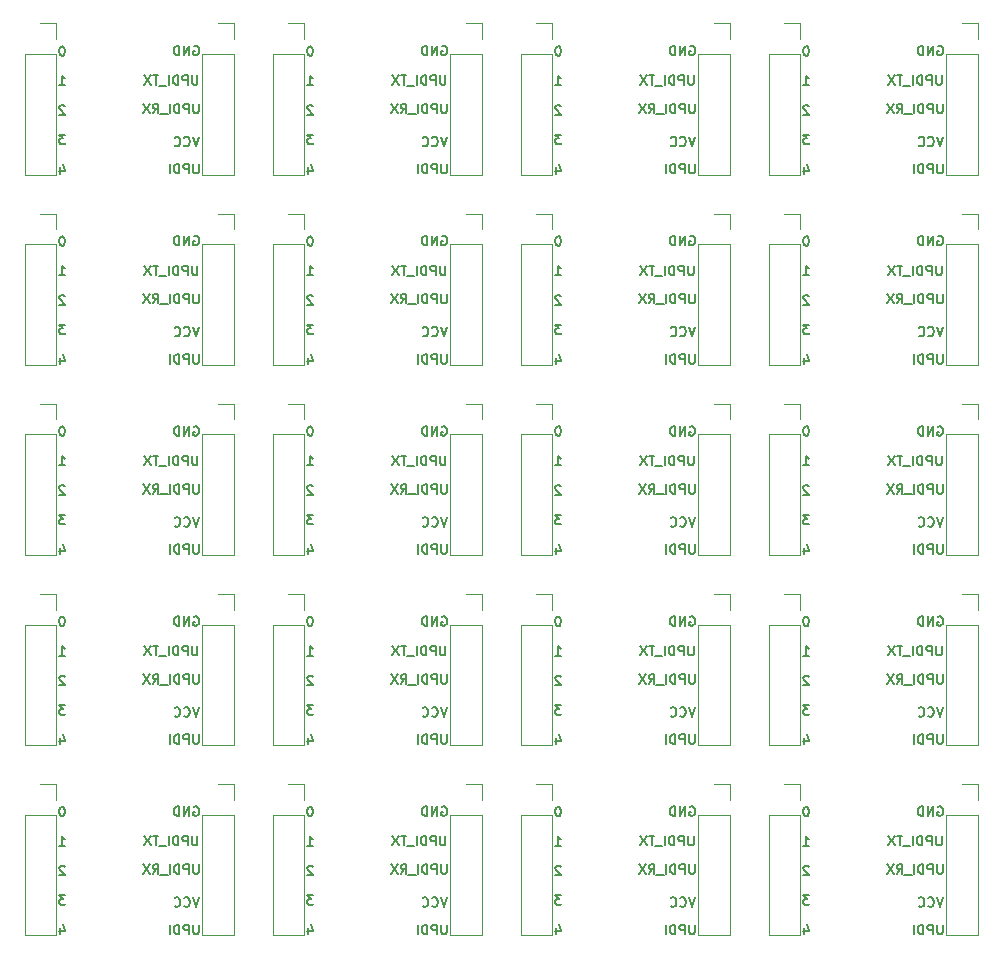
<source format=gbr>
%TF.GenerationSoftware,KiCad,Pcbnew,7.0.9*%
%TF.CreationDate,2024-07-19T15:30:45+09:00*%
%TF.ProjectId,panelize,70616e65-6c69-47a6-952e-6b696361645f,rev?*%
%TF.SameCoordinates,PX39748eaPY88a96c5*%
%TF.FileFunction,Legend,Bot*%
%TF.FilePolarity,Positive*%
%FSLAX46Y46*%
G04 Gerber Fmt 4.6, Leading zero omitted, Abs format (unit mm)*
G04 Created by KiCad (PCBNEW 7.0.9) date 2024-07-19 15:30:45*
%MOMM*%
%LPD*%
G01*
G04 APERTURE LIST*
%ADD10C,0.187500*%
%ADD11C,0.120000*%
G04 APERTURE END LIST*
D10*
X83709918Y55477948D02*
X83709918Y54830329D01*
X83709918Y54830329D02*
X83671823Y54754139D01*
X83671823Y54754139D02*
X83633728Y54716043D01*
X83633728Y54716043D02*
X83557537Y54677948D01*
X83557537Y54677948D02*
X83405156Y54677948D01*
X83405156Y54677948D02*
X83328966Y54716043D01*
X83328966Y54716043D02*
X83290871Y54754139D01*
X83290871Y54754139D02*
X83252775Y54830329D01*
X83252775Y54830329D02*
X83252775Y55477948D01*
X82871823Y54677948D02*
X82871823Y55477948D01*
X82871823Y55477948D02*
X82567061Y55477948D01*
X82567061Y55477948D02*
X82490871Y55439853D01*
X82490871Y55439853D02*
X82452776Y55401758D01*
X82452776Y55401758D02*
X82414680Y55325567D01*
X82414680Y55325567D02*
X82414680Y55211282D01*
X82414680Y55211282D02*
X82452776Y55135091D01*
X82452776Y55135091D02*
X82490871Y55096996D01*
X82490871Y55096996D02*
X82567061Y55058901D01*
X82567061Y55058901D02*
X82871823Y55058901D01*
X82071823Y54677948D02*
X82071823Y55477948D01*
X82071823Y55477948D02*
X81881347Y55477948D01*
X81881347Y55477948D02*
X81767061Y55439853D01*
X81767061Y55439853D02*
X81690871Y55363663D01*
X81690871Y55363663D02*
X81652776Y55287472D01*
X81652776Y55287472D02*
X81614680Y55135091D01*
X81614680Y55135091D02*
X81614680Y55020805D01*
X81614680Y55020805D02*
X81652776Y54868424D01*
X81652776Y54868424D02*
X81690871Y54792234D01*
X81690871Y54792234D02*
X81767061Y54716043D01*
X81767061Y54716043D02*
X81881347Y54677948D01*
X81881347Y54677948D02*
X82071823Y54677948D01*
X81271823Y54677948D02*
X81271823Y55477948D01*
X83609918Y46877948D02*
X83609918Y46230329D01*
X83609918Y46230329D02*
X83571823Y46154139D01*
X83571823Y46154139D02*
X83533728Y46116043D01*
X83533728Y46116043D02*
X83457537Y46077948D01*
X83457537Y46077948D02*
X83305156Y46077948D01*
X83305156Y46077948D02*
X83228966Y46116043D01*
X83228966Y46116043D02*
X83190871Y46154139D01*
X83190871Y46154139D02*
X83152775Y46230329D01*
X83152775Y46230329D02*
X83152775Y46877948D01*
X82771823Y46077948D02*
X82771823Y46877948D01*
X82771823Y46877948D02*
X82467061Y46877948D01*
X82467061Y46877948D02*
X82390871Y46839853D01*
X82390871Y46839853D02*
X82352776Y46801758D01*
X82352776Y46801758D02*
X82314680Y46725567D01*
X82314680Y46725567D02*
X82314680Y46611282D01*
X82314680Y46611282D02*
X82352776Y46535091D01*
X82352776Y46535091D02*
X82390871Y46496996D01*
X82390871Y46496996D02*
X82467061Y46458901D01*
X82467061Y46458901D02*
X82771823Y46458901D01*
X81971823Y46077948D02*
X81971823Y46877948D01*
X81971823Y46877948D02*
X81781347Y46877948D01*
X81781347Y46877948D02*
X81667061Y46839853D01*
X81667061Y46839853D02*
X81590871Y46763663D01*
X81590871Y46763663D02*
X81552776Y46687472D01*
X81552776Y46687472D02*
X81514680Y46535091D01*
X81514680Y46535091D02*
X81514680Y46420805D01*
X81514680Y46420805D02*
X81552776Y46268424D01*
X81552776Y46268424D02*
X81590871Y46192234D01*
X81590871Y46192234D02*
X81667061Y46116043D01*
X81667061Y46116043D02*
X81781347Y46077948D01*
X81781347Y46077948D02*
X81971823Y46077948D01*
X81171823Y46077948D02*
X81171823Y46877948D01*
X80981348Y46001758D02*
X80371824Y46001758D01*
X80295633Y46877948D02*
X79838490Y46877948D01*
X80067062Y46077948D02*
X80067062Y46877948D01*
X79648014Y46877948D02*
X79114680Y46077948D01*
X79114680Y46877948D02*
X79648014Y46077948D01*
X20709918Y12277948D02*
X20709918Y11630329D01*
X20709918Y11630329D02*
X20671823Y11554139D01*
X20671823Y11554139D02*
X20633728Y11516043D01*
X20633728Y11516043D02*
X20557537Y11477948D01*
X20557537Y11477948D02*
X20405156Y11477948D01*
X20405156Y11477948D02*
X20328966Y11516043D01*
X20328966Y11516043D02*
X20290871Y11554139D01*
X20290871Y11554139D02*
X20252775Y11630329D01*
X20252775Y11630329D02*
X20252775Y12277948D01*
X19871823Y11477948D02*
X19871823Y12277948D01*
X19871823Y12277948D02*
X19567061Y12277948D01*
X19567061Y12277948D02*
X19490871Y12239853D01*
X19490871Y12239853D02*
X19452776Y12201758D01*
X19452776Y12201758D02*
X19414680Y12125567D01*
X19414680Y12125567D02*
X19414680Y12011282D01*
X19414680Y12011282D02*
X19452776Y11935091D01*
X19452776Y11935091D02*
X19490871Y11896996D01*
X19490871Y11896996D02*
X19567061Y11858901D01*
X19567061Y11858901D02*
X19871823Y11858901D01*
X19071823Y11477948D02*
X19071823Y12277948D01*
X19071823Y12277948D02*
X18881347Y12277948D01*
X18881347Y12277948D02*
X18767061Y12239853D01*
X18767061Y12239853D02*
X18690871Y12163663D01*
X18690871Y12163663D02*
X18652776Y12087472D01*
X18652776Y12087472D02*
X18614680Y11935091D01*
X18614680Y11935091D02*
X18614680Y11820805D01*
X18614680Y11820805D02*
X18652776Y11668424D01*
X18652776Y11668424D02*
X18690871Y11592234D01*
X18690871Y11592234D02*
X18767061Y11516043D01*
X18767061Y11516043D02*
X18881347Y11477948D01*
X18881347Y11477948D02*
X19071823Y11477948D01*
X18271823Y11477948D02*
X18271823Y12277948D01*
X18081348Y11401758D02*
X17471824Y11401758D01*
X16824204Y11477948D02*
X17090871Y11858901D01*
X17281347Y11477948D02*
X17281347Y12277948D01*
X17281347Y12277948D02*
X16976585Y12277948D01*
X16976585Y12277948D02*
X16900395Y12239853D01*
X16900395Y12239853D02*
X16862300Y12201758D01*
X16862300Y12201758D02*
X16824204Y12125567D01*
X16824204Y12125567D02*
X16824204Y12011282D01*
X16824204Y12011282D02*
X16862300Y11935091D01*
X16862300Y11935091D02*
X16900395Y11896996D01*
X16900395Y11896996D02*
X16976585Y11858901D01*
X16976585Y11858901D02*
X17281347Y11858901D01*
X16557538Y12277948D02*
X16024204Y11477948D01*
X16024204Y12277948D02*
X16557538Y11477948D01*
X83709918Y71577948D02*
X83709918Y70930329D01*
X83709918Y70930329D02*
X83671823Y70854139D01*
X83671823Y70854139D02*
X83633728Y70816043D01*
X83633728Y70816043D02*
X83557537Y70777948D01*
X83557537Y70777948D02*
X83405156Y70777948D01*
X83405156Y70777948D02*
X83328966Y70816043D01*
X83328966Y70816043D02*
X83290871Y70854139D01*
X83290871Y70854139D02*
X83252775Y70930329D01*
X83252775Y70930329D02*
X83252775Y71577948D01*
X82871823Y70777948D02*
X82871823Y71577948D01*
X82871823Y71577948D02*
X82567061Y71577948D01*
X82567061Y71577948D02*
X82490871Y71539853D01*
X82490871Y71539853D02*
X82452776Y71501758D01*
X82452776Y71501758D02*
X82414680Y71425567D01*
X82414680Y71425567D02*
X82414680Y71311282D01*
X82414680Y71311282D02*
X82452776Y71235091D01*
X82452776Y71235091D02*
X82490871Y71196996D01*
X82490871Y71196996D02*
X82567061Y71158901D01*
X82567061Y71158901D02*
X82871823Y71158901D01*
X82071823Y70777948D02*
X82071823Y71577948D01*
X82071823Y71577948D02*
X81881347Y71577948D01*
X81881347Y71577948D02*
X81767061Y71539853D01*
X81767061Y71539853D02*
X81690871Y71463663D01*
X81690871Y71463663D02*
X81652776Y71387472D01*
X81652776Y71387472D02*
X81614680Y71235091D01*
X81614680Y71235091D02*
X81614680Y71120805D01*
X81614680Y71120805D02*
X81652776Y70968424D01*
X81652776Y70968424D02*
X81690871Y70892234D01*
X81690871Y70892234D02*
X81767061Y70816043D01*
X81767061Y70816043D02*
X81881347Y70777948D01*
X81881347Y70777948D02*
X82071823Y70777948D01*
X81271823Y70777948D02*
X81271823Y71577948D01*
X62724204Y25577948D02*
X62457537Y24777948D01*
X62457537Y24777948D02*
X62190871Y25577948D01*
X61467061Y24854139D02*
X61505157Y24816043D01*
X61505157Y24816043D02*
X61619442Y24777948D01*
X61619442Y24777948D02*
X61695633Y24777948D01*
X61695633Y24777948D02*
X61809919Y24816043D01*
X61809919Y24816043D02*
X61886109Y24892234D01*
X61886109Y24892234D02*
X61924204Y24968424D01*
X61924204Y24968424D02*
X61962300Y25120805D01*
X61962300Y25120805D02*
X61962300Y25235091D01*
X61962300Y25235091D02*
X61924204Y25387472D01*
X61924204Y25387472D02*
X61886109Y25463663D01*
X61886109Y25463663D02*
X61809919Y25539853D01*
X61809919Y25539853D02*
X61695633Y25577948D01*
X61695633Y25577948D02*
X61619442Y25577948D01*
X61619442Y25577948D02*
X61505157Y25539853D01*
X61505157Y25539853D02*
X61467061Y25501758D01*
X60667061Y24854139D02*
X60705157Y24816043D01*
X60705157Y24816043D02*
X60819442Y24777948D01*
X60819442Y24777948D02*
X60895633Y24777948D01*
X60895633Y24777948D02*
X61009919Y24816043D01*
X61009919Y24816043D02*
X61086109Y24892234D01*
X61086109Y24892234D02*
X61124204Y24968424D01*
X61124204Y24968424D02*
X61162300Y25120805D01*
X61162300Y25120805D02*
X61162300Y25235091D01*
X61162300Y25235091D02*
X61124204Y25387472D01*
X61124204Y25387472D02*
X61086109Y25463663D01*
X61086109Y25463663D02*
X61009919Y25539853D01*
X61009919Y25539853D02*
X60895633Y25577948D01*
X60895633Y25577948D02*
X60819442Y25577948D01*
X60819442Y25577948D02*
X60705157Y25539853D01*
X60705157Y25539853D02*
X60667061Y25501758D01*
X20290871Y81539853D02*
X20367061Y81577948D01*
X20367061Y81577948D02*
X20481347Y81577948D01*
X20481347Y81577948D02*
X20595633Y81539853D01*
X20595633Y81539853D02*
X20671823Y81463663D01*
X20671823Y81463663D02*
X20709918Y81387472D01*
X20709918Y81387472D02*
X20748014Y81235091D01*
X20748014Y81235091D02*
X20748014Y81120805D01*
X20748014Y81120805D02*
X20709918Y80968424D01*
X20709918Y80968424D02*
X20671823Y80892234D01*
X20671823Y80892234D02*
X20595633Y80816043D01*
X20595633Y80816043D02*
X20481347Y80777948D01*
X20481347Y80777948D02*
X20405156Y80777948D01*
X20405156Y80777948D02*
X20290871Y80816043D01*
X20290871Y80816043D02*
X20252775Y80854139D01*
X20252775Y80854139D02*
X20252775Y81120805D01*
X20252775Y81120805D02*
X20405156Y81120805D01*
X19909918Y80777948D02*
X19909918Y81577948D01*
X19909918Y81577948D02*
X19452775Y80777948D01*
X19452775Y80777948D02*
X19452775Y81577948D01*
X19071823Y80777948D02*
X19071823Y81577948D01*
X19071823Y81577948D02*
X18881347Y81577948D01*
X18881347Y81577948D02*
X18767061Y81539853D01*
X18767061Y81539853D02*
X18690871Y81463663D01*
X18690871Y81463663D02*
X18652776Y81387472D01*
X18652776Y81387472D02*
X18614680Y81235091D01*
X18614680Y81235091D02*
X18614680Y81120805D01*
X18614680Y81120805D02*
X18652776Y80968424D01*
X18652776Y80968424D02*
X18690871Y80892234D01*
X18690871Y80892234D02*
X18767061Y80816043D01*
X18767061Y80816043D02*
X18881347Y80777948D01*
X18881347Y80777948D02*
X19071823Y80777948D01*
X20709918Y55477948D02*
X20709918Y54830329D01*
X20709918Y54830329D02*
X20671823Y54754139D01*
X20671823Y54754139D02*
X20633728Y54716043D01*
X20633728Y54716043D02*
X20557537Y54677948D01*
X20557537Y54677948D02*
X20405156Y54677948D01*
X20405156Y54677948D02*
X20328966Y54716043D01*
X20328966Y54716043D02*
X20290871Y54754139D01*
X20290871Y54754139D02*
X20252775Y54830329D01*
X20252775Y54830329D02*
X20252775Y55477948D01*
X19871823Y54677948D02*
X19871823Y55477948D01*
X19871823Y55477948D02*
X19567061Y55477948D01*
X19567061Y55477948D02*
X19490871Y55439853D01*
X19490871Y55439853D02*
X19452776Y55401758D01*
X19452776Y55401758D02*
X19414680Y55325567D01*
X19414680Y55325567D02*
X19414680Y55211282D01*
X19414680Y55211282D02*
X19452776Y55135091D01*
X19452776Y55135091D02*
X19490871Y55096996D01*
X19490871Y55096996D02*
X19567061Y55058901D01*
X19567061Y55058901D02*
X19871823Y55058901D01*
X19071823Y54677948D02*
X19071823Y55477948D01*
X19071823Y55477948D02*
X18881347Y55477948D01*
X18881347Y55477948D02*
X18767061Y55439853D01*
X18767061Y55439853D02*
X18690871Y55363663D01*
X18690871Y55363663D02*
X18652776Y55287472D01*
X18652776Y55287472D02*
X18614680Y55135091D01*
X18614680Y55135091D02*
X18614680Y55020805D01*
X18614680Y55020805D02*
X18652776Y54868424D01*
X18652776Y54868424D02*
X18690871Y54792234D01*
X18690871Y54792234D02*
X18767061Y54716043D01*
X18767061Y54716043D02*
X18881347Y54677948D01*
X18881347Y54677948D02*
X19071823Y54677948D01*
X18271823Y54677948D02*
X18271823Y55477948D01*
X41709918Y71577948D02*
X41709918Y70930329D01*
X41709918Y70930329D02*
X41671823Y70854139D01*
X41671823Y70854139D02*
X41633728Y70816043D01*
X41633728Y70816043D02*
X41557537Y70777948D01*
X41557537Y70777948D02*
X41405156Y70777948D01*
X41405156Y70777948D02*
X41328966Y70816043D01*
X41328966Y70816043D02*
X41290871Y70854139D01*
X41290871Y70854139D02*
X41252775Y70930329D01*
X41252775Y70930329D02*
X41252775Y71577948D01*
X40871823Y70777948D02*
X40871823Y71577948D01*
X40871823Y71577948D02*
X40567061Y71577948D01*
X40567061Y71577948D02*
X40490871Y71539853D01*
X40490871Y71539853D02*
X40452776Y71501758D01*
X40452776Y71501758D02*
X40414680Y71425567D01*
X40414680Y71425567D02*
X40414680Y71311282D01*
X40414680Y71311282D02*
X40452776Y71235091D01*
X40452776Y71235091D02*
X40490871Y71196996D01*
X40490871Y71196996D02*
X40567061Y71158901D01*
X40567061Y71158901D02*
X40871823Y71158901D01*
X40071823Y70777948D02*
X40071823Y71577948D01*
X40071823Y71577948D02*
X39881347Y71577948D01*
X39881347Y71577948D02*
X39767061Y71539853D01*
X39767061Y71539853D02*
X39690871Y71463663D01*
X39690871Y71463663D02*
X39652776Y71387472D01*
X39652776Y71387472D02*
X39614680Y71235091D01*
X39614680Y71235091D02*
X39614680Y71120805D01*
X39614680Y71120805D02*
X39652776Y70968424D01*
X39652776Y70968424D02*
X39690871Y70892234D01*
X39690871Y70892234D02*
X39767061Y70816043D01*
X39767061Y70816043D02*
X39881347Y70777948D01*
X39881347Y70777948D02*
X40071823Y70777948D01*
X39271823Y70777948D02*
X39271823Y71577948D01*
X83709918Y23277948D02*
X83709918Y22630329D01*
X83709918Y22630329D02*
X83671823Y22554139D01*
X83671823Y22554139D02*
X83633728Y22516043D01*
X83633728Y22516043D02*
X83557537Y22477948D01*
X83557537Y22477948D02*
X83405156Y22477948D01*
X83405156Y22477948D02*
X83328966Y22516043D01*
X83328966Y22516043D02*
X83290871Y22554139D01*
X83290871Y22554139D02*
X83252775Y22630329D01*
X83252775Y22630329D02*
X83252775Y23277948D01*
X82871823Y22477948D02*
X82871823Y23277948D01*
X82871823Y23277948D02*
X82567061Y23277948D01*
X82567061Y23277948D02*
X82490871Y23239853D01*
X82490871Y23239853D02*
X82452776Y23201758D01*
X82452776Y23201758D02*
X82414680Y23125567D01*
X82414680Y23125567D02*
X82414680Y23011282D01*
X82414680Y23011282D02*
X82452776Y22935091D01*
X82452776Y22935091D02*
X82490871Y22896996D01*
X82490871Y22896996D02*
X82567061Y22858901D01*
X82567061Y22858901D02*
X82871823Y22858901D01*
X82071823Y22477948D02*
X82071823Y23277948D01*
X82071823Y23277948D02*
X81881347Y23277948D01*
X81881347Y23277948D02*
X81767061Y23239853D01*
X81767061Y23239853D02*
X81690871Y23163663D01*
X81690871Y23163663D02*
X81652776Y23087472D01*
X81652776Y23087472D02*
X81614680Y22935091D01*
X81614680Y22935091D02*
X81614680Y22820805D01*
X81614680Y22820805D02*
X81652776Y22668424D01*
X81652776Y22668424D02*
X81690871Y22592234D01*
X81690871Y22592234D02*
X81767061Y22516043D01*
X81767061Y22516043D02*
X81881347Y22477948D01*
X81881347Y22477948D02*
X82071823Y22477948D01*
X81271823Y22477948D02*
X81271823Y23277948D01*
X62290871Y65439853D02*
X62367061Y65477948D01*
X62367061Y65477948D02*
X62481347Y65477948D01*
X62481347Y65477948D02*
X62595633Y65439853D01*
X62595633Y65439853D02*
X62671823Y65363663D01*
X62671823Y65363663D02*
X62709918Y65287472D01*
X62709918Y65287472D02*
X62748014Y65135091D01*
X62748014Y65135091D02*
X62748014Y65020805D01*
X62748014Y65020805D02*
X62709918Y64868424D01*
X62709918Y64868424D02*
X62671823Y64792234D01*
X62671823Y64792234D02*
X62595633Y64716043D01*
X62595633Y64716043D02*
X62481347Y64677948D01*
X62481347Y64677948D02*
X62405156Y64677948D01*
X62405156Y64677948D02*
X62290871Y64716043D01*
X62290871Y64716043D02*
X62252775Y64754139D01*
X62252775Y64754139D02*
X62252775Y65020805D01*
X62252775Y65020805D02*
X62405156Y65020805D01*
X61909918Y64677948D02*
X61909918Y65477948D01*
X61909918Y65477948D02*
X61452775Y64677948D01*
X61452775Y64677948D02*
X61452775Y65477948D01*
X61071823Y64677948D02*
X61071823Y65477948D01*
X61071823Y65477948D02*
X60881347Y65477948D01*
X60881347Y65477948D02*
X60767061Y65439853D01*
X60767061Y65439853D02*
X60690871Y65363663D01*
X60690871Y65363663D02*
X60652776Y65287472D01*
X60652776Y65287472D02*
X60614680Y65135091D01*
X60614680Y65135091D02*
X60614680Y65020805D01*
X60614680Y65020805D02*
X60652776Y64868424D01*
X60652776Y64868424D02*
X60690871Y64792234D01*
X60690871Y64792234D02*
X60767061Y64716043D01*
X60767061Y64716043D02*
X60881347Y64677948D01*
X60881347Y64677948D02*
X61071823Y64677948D01*
X20709918Y71577948D02*
X20709918Y70930329D01*
X20709918Y70930329D02*
X20671823Y70854139D01*
X20671823Y70854139D02*
X20633728Y70816043D01*
X20633728Y70816043D02*
X20557537Y70777948D01*
X20557537Y70777948D02*
X20405156Y70777948D01*
X20405156Y70777948D02*
X20328966Y70816043D01*
X20328966Y70816043D02*
X20290871Y70854139D01*
X20290871Y70854139D02*
X20252775Y70930329D01*
X20252775Y70930329D02*
X20252775Y71577948D01*
X19871823Y70777948D02*
X19871823Y71577948D01*
X19871823Y71577948D02*
X19567061Y71577948D01*
X19567061Y71577948D02*
X19490871Y71539853D01*
X19490871Y71539853D02*
X19452776Y71501758D01*
X19452776Y71501758D02*
X19414680Y71425567D01*
X19414680Y71425567D02*
X19414680Y71311282D01*
X19414680Y71311282D02*
X19452776Y71235091D01*
X19452776Y71235091D02*
X19490871Y71196996D01*
X19490871Y71196996D02*
X19567061Y71158901D01*
X19567061Y71158901D02*
X19871823Y71158901D01*
X19071823Y70777948D02*
X19071823Y71577948D01*
X19071823Y71577948D02*
X18881347Y71577948D01*
X18881347Y71577948D02*
X18767061Y71539853D01*
X18767061Y71539853D02*
X18690871Y71463663D01*
X18690871Y71463663D02*
X18652776Y71387472D01*
X18652776Y71387472D02*
X18614680Y71235091D01*
X18614680Y71235091D02*
X18614680Y71120805D01*
X18614680Y71120805D02*
X18652776Y70968424D01*
X18652776Y70968424D02*
X18690871Y70892234D01*
X18690871Y70892234D02*
X18767061Y70816043D01*
X18767061Y70816043D02*
X18881347Y70777948D01*
X18881347Y70777948D02*
X19071823Y70777948D01*
X18271823Y70777948D02*
X18271823Y71577948D01*
X72416109Y57957948D02*
X71920871Y57957948D01*
X71920871Y57957948D02*
X72187537Y57653186D01*
X72187537Y57653186D02*
X72073252Y57653186D01*
X72073252Y57653186D02*
X71997061Y57615091D01*
X71997061Y57615091D02*
X71958966Y57576996D01*
X71958966Y57576996D02*
X71920871Y57500805D01*
X71920871Y57500805D02*
X71920871Y57310329D01*
X71920871Y57310329D02*
X71958966Y57234139D01*
X71958966Y57234139D02*
X71997061Y57196043D01*
X71997061Y57196043D02*
X72073252Y57157948D01*
X72073252Y57157948D02*
X72301823Y57157948D01*
X72301823Y57157948D02*
X72378014Y57196043D01*
X72378014Y57196043D02*
X72416109Y57234139D01*
X41709918Y55477948D02*
X41709918Y54830329D01*
X41709918Y54830329D02*
X41671823Y54754139D01*
X41671823Y54754139D02*
X41633728Y54716043D01*
X41633728Y54716043D02*
X41557537Y54677948D01*
X41557537Y54677948D02*
X41405156Y54677948D01*
X41405156Y54677948D02*
X41328966Y54716043D01*
X41328966Y54716043D02*
X41290871Y54754139D01*
X41290871Y54754139D02*
X41252775Y54830329D01*
X41252775Y54830329D02*
X41252775Y55477948D01*
X40871823Y54677948D02*
X40871823Y55477948D01*
X40871823Y55477948D02*
X40567061Y55477948D01*
X40567061Y55477948D02*
X40490871Y55439853D01*
X40490871Y55439853D02*
X40452776Y55401758D01*
X40452776Y55401758D02*
X40414680Y55325567D01*
X40414680Y55325567D02*
X40414680Y55211282D01*
X40414680Y55211282D02*
X40452776Y55135091D01*
X40452776Y55135091D02*
X40490871Y55096996D01*
X40490871Y55096996D02*
X40567061Y55058901D01*
X40567061Y55058901D02*
X40871823Y55058901D01*
X40071823Y54677948D02*
X40071823Y55477948D01*
X40071823Y55477948D02*
X39881347Y55477948D01*
X39881347Y55477948D02*
X39767061Y55439853D01*
X39767061Y55439853D02*
X39690871Y55363663D01*
X39690871Y55363663D02*
X39652776Y55287472D01*
X39652776Y55287472D02*
X39614680Y55135091D01*
X39614680Y55135091D02*
X39614680Y55020805D01*
X39614680Y55020805D02*
X39652776Y54868424D01*
X39652776Y54868424D02*
X39690871Y54792234D01*
X39690871Y54792234D02*
X39767061Y54716043D01*
X39767061Y54716043D02*
X39881347Y54677948D01*
X39881347Y54677948D02*
X40071823Y54677948D01*
X39271823Y54677948D02*
X39271823Y55477948D01*
X62709918Y23277948D02*
X62709918Y22630329D01*
X62709918Y22630329D02*
X62671823Y22554139D01*
X62671823Y22554139D02*
X62633728Y22516043D01*
X62633728Y22516043D02*
X62557537Y22477948D01*
X62557537Y22477948D02*
X62405156Y22477948D01*
X62405156Y22477948D02*
X62328966Y22516043D01*
X62328966Y22516043D02*
X62290871Y22554139D01*
X62290871Y22554139D02*
X62252775Y22630329D01*
X62252775Y22630329D02*
X62252775Y23277948D01*
X61871823Y22477948D02*
X61871823Y23277948D01*
X61871823Y23277948D02*
X61567061Y23277948D01*
X61567061Y23277948D02*
X61490871Y23239853D01*
X61490871Y23239853D02*
X61452776Y23201758D01*
X61452776Y23201758D02*
X61414680Y23125567D01*
X61414680Y23125567D02*
X61414680Y23011282D01*
X61414680Y23011282D02*
X61452776Y22935091D01*
X61452776Y22935091D02*
X61490871Y22896996D01*
X61490871Y22896996D02*
X61567061Y22858901D01*
X61567061Y22858901D02*
X61871823Y22858901D01*
X61071823Y22477948D02*
X61071823Y23277948D01*
X61071823Y23277948D02*
X60881347Y23277948D01*
X60881347Y23277948D02*
X60767061Y23239853D01*
X60767061Y23239853D02*
X60690871Y23163663D01*
X60690871Y23163663D02*
X60652776Y23087472D01*
X60652776Y23087472D02*
X60614680Y22935091D01*
X60614680Y22935091D02*
X60614680Y22820805D01*
X60614680Y22820805D02*
X60652776Y22668424D01*
X60652776Y22668424D02*
X60690871Y22592234D01*
X60690871Y22592234D02*
X60767061Y22516043D01*
X60767061Y22516043D02*
X60881347Y22477948D01*
X60881347Y22477948D02*
X61071823Y22477948D01*
X60271823Y22477948D02*
X60271823Y23277948D01*
X41709918Y7177948D02*
X41709918Y6530329D01*
X41709918Y6530329D02*
X41671823Y6454139D01*
X41671823Y6454139D02*
X41633728Y6416043D01*
X41633728Y6416043D02*
X41557537Y6377948D01*
X41557537Y6377948D02*
X41405156Y6377948D01*
X41405156Y6377948D02*
X41328966Y6416043D01*
X41328966Y6416043D02*
X41290871Y6454139D01*
X41290871Y6454139D02*
X41252775Y6530329D01*
X41252775Y6530329D02*
X41252775Y7177948D01*
X40871823Y6377948D02*
X40871823Y7177948D01*
X40871823Y7177948D02*
X40567061Y7177948D01*
X40567061Y7177948D02*
X40490871Y7139853D01*
X40490871Y7139853D02*
X40452776Y7101758D01*
X40452776Y7101758D02*
X40414680Y7025567D01*
X40414680Y7025567D02*
X40414680Y6911282D01*
X40414680Y6911282D02*
X40452776Y6835091D01*
X40452776Y6835091D02*
X40490871Y6796996D01*
X40490871Y6796996D02*
X40567061Y6758901D01*
X40567061Y6758901D02*
X40871823Y6758901D01*
X40071823Y6377948D02*
X40071823Y7177948D01*
X40071823Y7177948D02*
X39881347Y7177948D01*
X39881347Y7177948D02*
X39767061Y7139853D01*
X39767061Y7139853D02*
X39690871Y7063663D01*
X39690871Y7063663D02*
X39652776Y6987472D01*
X39652776Y6987472D02*
X39614680Y6835091D01*
X39614680Y6835091D02*
X39614680Y6720805D01*
X39614680Y6720805D02*
X39652776Y6568424D01*
X39652776Y6568424D02*
X39690871Y6492234D01*
X39690871Y6492234D02*
X39767061Y6416043D01*
X39767061Y6416043D02*
X39881347Y6377948D01*
X39881347Y6377948D02*
X40071823Y6377948D01*
X39271823Y6377948D02*
X39271823Y7177948D01*
X62609918Y79077948D02*
X62609918Y78430329D01*
X62609918Y78430329D02*
X62571823Y78354139D01*
X62571823Y78354139D02*
X62533728Y78316043D01*
X62533728Y78316043D02*
X62457537Y78277948D01*
X62457537Y78277948D02*
X62305156Y78277948D01*
X62305156Y78277948D02*
X62228966Y78316043D01*
X62228966Y78316043D02*
X62190871Y78354139D01*
X62190871Y78354139D02*
X62152775Y78430329D01*
X62152775Y78430329D02*
X62152775Y79077948D01*
X61771823Y78277948D02*
X61771823Y79077948D01*
X61771823Y79077948D02*
X61467061Y79077948D01*
X61467061Y79077948D02*
X61390871Y79039853D01*
X61390871Y79039853D02*
X61352776Y79001758D01*
X61352776Y79001758D02*
X61314680Y78925567D01*
X61314680Y78925567D02*
X61314680Y78811282D01*
X61314680Y78811282D02*
X61352776Y78735091D01*
X61352776Y78735091D02*
X61390871Y78696996D01*
X61390871Y78696996D02*
X61467061Y78658901D01*
X61467061Y78658901D02*
X61771823Y78658901D01*
X60971823Y78277948D02*
X60971823Y79077948D01*
X60971823Y79077948D02*
X60781347Y79077948D01*
X60781347Y79077948D02*
X60667061Y79039853D01*
X60667061Y79039853D02*
X60590871Y78963663D01*
X60590871Y78963663D02*
X60552776Y78887472D01*
X60552776Y78887472D02*
X60514680Y78735091D01*
X60514680Y78735091D02*
X60514680Y78620805D01*
X60514680Y78620805D02*
X60552776Y78468424D01*
X60552776Y78468424D02*
X60590871Y78392234D01*
X60590871Y78392234D02*
X60667061Y78316043D01*
X60667061Y78316043D02*
X60781347Y78277948D01*
X60781347Y78277948D02*
X60971823Y78277948D01*
X60171823Y78277948D02*
X60171823Y79077948D01*
X59981348Y78201758D02*
X59371824Y78201758D01*
X59295633Y79077948D02*
X58838490Y79077948D01*
X59067062Y78277948D02*
X59067062Y79077948D01*
X58648014Y79077948D02*
X58114680Y78277948D01*
X58114680Y79077948D02*
X58648014Y78277948D01*
X51187537Y81557948D02*
X51111347Y81557948D01*
X51111347Y81557948D02*
X51035156Y81519853D01*
X51035156Y81519853D02*
X50997061Y81481758D01*
X50997061Y81481758D02*
X50958966Y81405567D01*
X50958966Y81405567D02*
X50920871Y81253186D01*
X50920871Y81253186D02*
X50920871Y81062710D01*
X50920871Y81062710D02*
X50958966Y80910329D01*
X50958966Y80910329D02*
X50997061Y80834139D01*
X50997061Y80834139D02*
X51035156Y80796043D01*
X51035156Y80796043D02*
X51111347Y80757948D01*
X51111347Y80757948D02*
X51187537Y80757948D01*
X51187537Y80757948D02*
X51263728Y80796043D01*
X51263728Y80796043D02*
X51301823Y80834139D01*
X51301823Y80834139D02*
X51339918Y80910329D01*
X51339918Y80910329D02*
X51378014Y81062710D01*
X51378014Y81062710D02*
X51378014Y81253186D01*
X51378014Y81253186D02*
X51339918Y81405567D01*
X51339918Y81405567D02*
X51301823Y81481758D01*
X51301823Y81481758D02*
X51263728Y81519853D01*
X51263728Y81519853D02*
X51187537Y81557948D01*
X30378014Y60381758D02*
X30339918Y60419853D01*
X30339918Y60419853D02*
X30263728Y60457948D01*
X30263728Y60457948D02*
X30073252Y60457948D01*
X30073252Y60457948D02*
X29997061Y60419853D01*
X29997061Y60419853D02*
X29958966Y60381758D01*
X29958966Y60381758D02*
X29920871Y60305567D01*
X29920871Y60305567D02*
X29920871Y60229377D01*
X29920871Y60229377D02*
X29958966Y60115091D01*
X29958966Y60115091D02*
X30416109Y59657948D01*
X30416109Y59657948D02*
X29920871Y59657948D01*
X51187537Y65457948D02*
X51111347Y65457948D01*
X51111347Y65457948D02*
X51035156Y65419853D01*
X51035156Y65419853D02*
X50997061Y65381758D01*
X50997061Y65381758D02*
X50958966Y65305567D01*
X50958966Y65305567D02*
X50920871Y65153186D01*
X50920871Y65153186D02*
X50920871Y64962710D01*
X50920871Y64962710D02*
X50958966Y64810329D01*
X50958966Y64810329D02*
X50997061Y64734139D01*
X50997061Y64734139D02*
X51035156Y64696043D01*
X51035156Y64696043D02*
X51111347Y64657948D01*
X51111347Y64657948D02*
X51187537Y64657948D01*
X51187537Y64657948D02*
X51263728Y64696043D01*
X51263728Y64696043D02*
X51301823Y64734139D01*
X51301823Y64734139D02*
X51339918Y64810329D01*
X51339918Y64810329D02*
X51378014Y64962710D01*
X51378014Y64962710D02*
X51378014Y65153186D01*
X51378014Y65153186D02*
X51339918Y65305567D01*
X51339918Y65305567D02*
X51301823Y65381758D01*
X51301823Y65381758D02*
X51263728Y65419853D01*
X51263728Y65419853D02*
X51187537Y65457948D01*
X41709918Y23277948D02*
X41709918Y22630329D01*
X41709918Y22630329D02*
X41671823Y22554139D01*
X41671823Y22554139D02*
X41633728Y22516043D01*
X41633728Y22516043D02*
X41557537Y22477948D01*
X41557537Y22477948D02*
X41405156Y22477948D01*
X41405156Y22477948D02*
X41328966Y22516043D01*
X41328966Y22516043D02*
X41290871Y22554139D01*
X41290871Y22554139D02*
X41252775Y22630329D01*
X41252775Y22630329D02*
X41252775Y23277948D01*
X40871823Y22477948D02*
X40871823Y23277948D01*
X40871823Y23277948D02*
X40567061Y23277948D01*
X40567061Y23277948D02*
X40490871Y23239853D01*
X40490871Y23239853D02*
X40452776Y23201758D01*
X40452776Y23201758D02*
X40414680Y23125567D01*
X40414680Y23125567D02*
X40414680Y23011282D01*
X40414680Y23011282D02*
X40452776Y22935091D01*
X40452776Y22935091D02*
X40490871Y22896996D01*
X40490871Y22896996D02*
X40567061Y22858901D01*
X40567061Y22858901D02*
X40871823Y22858901D01*
X40071823Y22477948D02*
X40071823Y23277948D01*
X40071823Y23277948D02*
X39881347Y23277948D01*
X39881347Y23277948D02*
X39767061Y23239853D01*
X39767061Y23239853D02*
X39690871Y23163663D01*
X39690871Y23163663D02*
X39652776Y23087472D01*
X39652776Y23087472D02*
X39614680Y22935091D01*
X39614680Y22935091D02*
X39614680Y22820805D01*
X39614680Y22820805D02*
X39652776Y22668424D01*
X39652776Y22668424D02*
X39690871Y22592234D01*
X39690871Y22592234D02*
X39767061Y22516043D01*
X39767061Y22516043D02*
X39881347Y22477948D01*
X39881347Y22477948D02*
X40071823Y22477948D01*
X39271823Y22477948D02*
X39271823Y23277948D01*
X8920871Y62157948D02*
X9378014Y62157948D01*
X9149442Y62157948D02*
X9149442Y62957948D01*
X9149442Y62957948D02*
X9225633Y62843663D01*
X9225633Y62843663D02*
X9301823Y62767472D01*
X9301823Y62767472D02*
X9378014Y62729377D01*
X71997061Y71291282D02*
X71997061Y70757948D01*
X72187537Y71596043D02*
X72378014Y71024615D01*
X72378014Y71024615D02*
X71882775Y71024615D01*
X62609918Y46877948D02*
X62609918Y46230329D01*
X62609918Y46230329D02*
X62571823Y46154139D01*
X62571823Y46154139D02*
X62533728Y46116043D01*
X62533728Y46116043D02*
X62457537Y46077948D01*
X62457537Y46077948D02*
X62305156Y46077948D01*
X62305156Y46077948D02*
X62228966Y46116043D01*
X62228966Y46116043D02*
X62190871Y46154139D01*
X62190871Y46154139D02*
X62152775Y46230329D01*
X62152775Y46230329D02*
X62152775Y46877948D01*
X61771823Y46077948D02*
X61771823Y46877948D01*
X61771823Y46877948D02*
X61467061Y46877948D01*
X61467061Y46877948D02*
X61390871Y46839853D01*
X61390871Y46839853D02*
X61352776Y46801758D01*
X61352776Y46801758D02*
X61314680Y46725567D01*
X61314680Y46725567D02*
X61314680Y46611282D01*
X61314680Y46611282D02*
X61352776Y46535091D01*
X61352776Y46535091D02*
X61390871Y46496996D01*
X61390871Y46496996D02*
X61467061Y46458901D01*
X61467061Y46458901D02*
X61771823Y46458901D01*
X60971823Y46077948D02*
X60971823Y46877948D01*
X60971823Y46877948D02*
X60781347Y46877948D01*
X60781347Y46877948D02*
X60667061Y46839853D01*
X60667061Y46839853D02*
X60590871Y46763663D01*
X60590871Y46763663D02*
X60552776Y46687472D01*
X60552776Y46687472D02*
X60514680Y46535091D01*
X60514680Y46535091D02*
X60514680Y46420805D01*
X60514680Y46420805D02*
X60552776Y46268424D01*
X60552776Y46268424D02*
X60590871Y46192234D01*
X60590871Y46192234D02*
X60667061Y46116043D01*
X60667061Y46116043D02*
X60781347Y46077948D01*
X60781347Y46077948D02*
X60971823Y46077948D01*
X60171823Y46077948D02*
X60171823Y46877948D01*
X59981348Y46001758D02*
X59371824Y46001758D01*
X59295633Y46877948D02*
X58838490Y46877948D01*
X59067062Y46077948D02*
X59067062Y46877948D01*
X58648014Y46877948D02*
X58114680Y46077948D01*
X58114680Y46877948D02*
X58648014Y46077948D01*
X50997061Y39091282D02*
X50997061Y38557948D01*
X51187537Y39396043D02*
X51378014Y38824615D01*
X51378014Y38824615D02*
X50882775Y38824615D01*
X29997061Y6891282D02*
X29997061Y6357948D01*
X30187537Y7196043D02*
X30378014Y6624615D01*
X30378014Y6624615D02*
X29882775Y6624615D01*
X8997061Y71291282D02*
X8997061Y70757948D01*
X9187537Y71596043D02*
X9378014Y71024615D01*
X9378014Y71024615D02*
X8882775Y71024615D01*
X20709918Y7177948D02*
X20709918Y6530329D01*
X20709918Y6530329D02*
X20671823Y6454139D01*
X20671823Y6454139D02*
X20633728Y6416043D01*
X20633728Y6416043D02*
X20557537Y6377948D01*
X20557537Y6377948D02*
X20405156Y6377948D01*
X20405156Y6377948D02*
X20328966Y6416043D01*
X20328966Y6416043D02*
X20290871Y6454139D01*
X20290871Y6454139D02*
X20252775Y6530329D01*
X20252775Y6530329D02*
X20252775Y7177948D01*
X19871823Y6377948D02*
X19871823Y7177948D01*
X19871823Y7177948D02*
X19567061Y7177948D01*
X19567061Y7177948D02*
X19490871Y7139853D01*
X19490871Y7139853D02*
X19452776Y7101758D01*
X19452776Y7101758D02*
X19414680Y7025567D01*
X19414680Y7025567D02*
X19414680Y6911282D01*
X19414680Y6911282D02*
X19452776Y6835091D01*
X19452776Y6835091D02*
X19490871Y6796996D01*
X19490871Y6796996D02*
X19567061Y6758901D01*
X19567061Y6758901D02*
X19871823Y6758901D01*
X19071823Y6377948D02*
X19071823Y7177948D01*
X19071823Y7177948D02*
X18881347Y7177948D01*
X18881347Y7177948D02*
X18767061Y7139853D01*
X18767061Y7139853D02*
X18690871Y7063663D01*
X18690871Y7063663D02*
X18652776Y6987472D01*
X18652776Y6987472D02*
X18614680Y6835091D01*
X18614680Y6835091D02*
X18614680Y6720805D01*
X18614680Y6720805D02*
X18652776Y6568424D01*
X18652776Y6568424D02*
X18690871Y6492234D01*
X18690871Y6492234D02*
X18767061Y6416043D01*
X18767061Y6416043D02*
X18881347Y6377948D01*
X18881347Y6377948D02*
X19071823Y6377948D01*
X18271823Y6377948D02*
X18271823Y7177948D01*
X62609918Y30777948D02*
X62609918Y30130329D01*
X62609918Y30130329D02*
X62571823Y30054139D01*
X62571823Y30054139D02*
X62533728Y30016043D01*
X62533728Y30016043D02*
X62457537Y29977948D01*
X62457537Y29977948D02*
X62305156Y29977948D01*
X62305156Y29977948D02*
X62228966Y30016043D01*
X62228966Y30016043D02*
X62190871Y30054139D01*
X62190871Y30054139D02*
X62152775Y30130329D01*
X62152775Y30130329D02*
X62152775Y30777948D01*
X61771823Y29977948D02*
X61771823Y30777948D01*
X61771823Y30777948D02*
X61467061Y30777948D01*
X61467061Y30777948D02*
X61390871Y30739853D01*
X61390871Y30739853D02*
X61352776Y30701758D01*
X61352776Y30701758D02*
X61314680Y30625567D01*
X61314680Y30625567D02*
X61314680Y30511282D01*
X61314680Y30511282D02*
X61352776Y30435091D01*
X61352776Y30435091D02*
X61390871Y30396996D01*
X61390871Y30396996D02*
X61467061Y30358901D01*
X61467061Y30358901D02*
X61771823Y30358901D01*
X60971823Y29977948D02*
X60971823Y30777948D01*
X60971823Y30777948D02*
X60781347Y30777948D01*
X60781347Y30777948D02*
X60667061Y30739853D01*
X60667061Y30739853D02*
X60590871Y30663663D01*
X60590871Y30663663D02*
X60552776Y30587472D01*
X60552776Y30587472D02*
X60514680Y30435091D01*
X60514680Y30435091D02*
X60514680Y30320805D01*
X60514680Y30320805D02*
X60552776Y30168424D01*
X60552776Y30168424D02*
X60590871Y30092234D01*
X60590871Y30092234D02*
X60667061Y30016043D01*
X60667061Y30016043D02*
X60781347Y29977948D01*
X60781347Y29977948D02*
X60971823Y29977948D01*
X60171823Y29977948D02*
X60171823Y30777948D01*
X59981348Y29901758D02*
X59371824Y29901758D01*
X59295633Y30777948D02*
X58838490Y30777948D01*
X59067062Y29977948D02*
X59067062Y30777948D01*
X58648014Y30777948D02*
X58114680Y29977948D01*
X58114680Y30777948D02*
X58648014Y29977948D01*
X71920871Y46057948D02*
X72378014Y46057948D01*
X72149442Y46057948D02*
X72149442Y46857948D01*
X72149442Y46857948D02*
X72225633Y46743663D01*
X72225633Y46743663D02*
X72301823Y46667472D01*
X72301823Y46667472D02*
X72378014Y46629377D01*
X20290871Y17139853D02*
X20367061Y17177948D01*
X20367061Y17177948D02*
X20481347Y17177948D01*
X20481347Y17177948D02*
X20595633Y17139853D01*
X20595633Y17139853D02*
X20671823Y17063663D01*
X20671823Y17063663D02*
X20709918Y16987472D01*
X20709918Y16987472D02*
X20748014Y16835091D01*
X20748014Y16835091D02*
X20748014Y16720805D01*
X20748014Y16720805D02*
X20709918Y16568424D01*
X20709918Y16568424D02*
X20671823Y16492234D01*
X20671823Y16492234D02*
X20595633Y16416043D01*
X20595633Y16416043D02*
X20481347Y16377948D01*
X20481347Y16377948D02*
X20405156Y16377948D01*
X20405156Y16377948D02*
X20290871Y16416043D01*
X20290871Y16416043D02*
X20252775Y16454139D01*
X20252775Y16454139D02*
X20252775Y16720805D01*
X20252775Y16720805D02*
X20405156Y16720805D01*
X19909918Y16377948D02*
X19909918Y17177948D01*
X19909918Y17177948D02*
X19452775Y16377948D01*
X19452775Y16377948D02*
X19452775Y17177948D01*
X19071823Y16377948D02*
X19071823Y17177948D01*
X19071823Y17177948D02*
X18881347Y17177948D01*
X18881347Y17177948D02*
X18767061Y17139853D01*
X18767061Y17139853D02*
X18690871Y17063663D01*
X18690871Y17063663D02*
X18652776Y16987472D01*
X18652776Y16987472D02*
X18614680Y16835091D01*
X18614680Y16835091D02*
X18614680Y16720805D01*
X18614680Y16720805D02*
X18652776Y16568424D01*
X18652776Y16568424D02*
X18690871Y16492234D01*
X18690871Y16492234D02*
X18767061Y16416043D01*
X18767061Y16416043D02*
X18881347Y16377948D01*
X18881347Y16377948D02*
X19071823Y16377948D01*
X41609918Y79077948D02*
X41609918Y78430329D01*
X41609918Y78430329D02*
X41571823Y78354139D01*
X41571823Y78354139D02*
X41533728Y78316043D01*
X41533728Y78316043D02*
X41457537Y78277948D01*
X41457537Y78277948D02*
X41305156Y78277948D01*
X41305156Y78277948D02*
X41228966Y78316043D01*
X41228966Y78316043D02*
X41190871Y78354139D01*
X41190871Y78354139D02*
X41152775Y78430329D01*
X41152775Y78430329D02*
X41152775Y79077948D01*
X40771823Y78277948D02*
X40771823Y79077948D01*
X40771823Y79077948D02*
X40467061Y79077948D01*
X40467061Y79077948D02*
X40390871Y79039853D01*
X40390871Y79039853D02*
X40352776Y79001758D01*
X40352776Y79001758D02*
X40314680Y78925567D01*
X40314680Y78925567D02*
X40314680Y78811282D01*
X40314680Y78811282D02*
X40352776Y78735091D01*
X40352776Y78735091D02*
X40390871Y78696996D01*
X40390871Y78696996D02*
X40467061Y78658901D01*
X40467061Y78658901D02*
X40771823Y78658901D01*
X39971823Y78277948D02*
X39971823Y79077948D01*
X39971823Y79077948D02*
X39781347Y79077948D01*
X39781347Y79077948D02*
X39667061Y79039853D01*
X39667061Y79039853D02*
X39590871Y78963663D01*
X39590871Y78963663D02*
X39552776Y78887472D01*
X39552776Y78887472D02*
X39514680Y78735091D01*
X39514680Y78735091D02*
X39514680Y78620805D01*
X39514680Y78620805D02*
X39552776Y78468424D01*
X39552776Y78468424D02*
X39590871Y78392234D01*
X39590871Y78392234D02*
X39667061Y78316043D01*
X39667061Y78316043D02*
X39781347Y78277948D01*
X39781347Y78277948D02*
X39971823Y78277948D01*
X39171823Y78277948D02*
X39171823Y79077948D01*
X38981348Y78201758D02*
X38371824Y78201758D01*
X38295633Y79077948D02*
X37838490Y79077948D01*
X38067062Y78277948D02*
X38067062Y79077948D01*
X37648014Y79077948D02*
X37114680Y78277948D01*
X37114680Y79077948D02*
X37648014Y78277948D01*
X9416109Y41857948D02*
X8920871Y41857948D01*
X8920871Y41857948D02*
X9187537Y41553186D01*
X9187537Y41553186D02*
X9073252Y41553186D01*
X9073252Y41553186D02*
X8997061Y41515091D01*
X8997061Y41515091D02*
X8958966Y41476996D01*
X8958966Y41476996D02*
X8920871Y41400805D01*
X8920871Y41400805D02*
X8920871Y41210329D01*
X8920871Y41210329D02*
X8958966Y41134139D01*
X8958966Y41134139D02*
X8997061Y41096043D01*
X8997061Y41096043D02*
X9073252Y41057948D01*
X9073252Y41057948D02*
X9301823Y41057948D01*
X9301823Y41057948D02*
X9378014Y41096043D01*
X9378014Y41096043D02*
X9416109Y41134139D01*
X30187537Y49357948D02*
X30111347Y49357948D01*
X30111347Y49357948D02*
X30035156Y49319853D01*
X30035156Y49319853D02*
X29997061Y49281758D01*
X29997061Y49281758D02*
X29958966Y49205567D01*
X29958966Y49205567D02*
X29920871Y49053186D01*
X29920871Y49053186D02*
X29920871Y48862710D01*
X29920871Y48862710D02*
X29958966Y48710329D01*
X29958966Y48710329D02*
X29997061Y48634139D01*
X29997061Y48634139D02*
X30035156Y48596043D01*
X30035156Y48596043D02*
X30111347Y48557948D01*
X30111347Y48557948D02*
X30187537Y48557948D01*
X30187537Y48557948D02*
X30263728Y48596043D01*
X30263728Y48596043D02*
X30301823Y48634139D01*
X30301823Y48634139D02*
X30339918Y48710329D01*
X30339918Y48710329D02*
X30378014Y48862710D01*
X30378014Y48862710D02*
X30378014Y49053186D01*
X30378014Y49053186D02*
X30339918Y49205567D01*
X30339918Y49205567D02*
X30301823Y49281758D01*
X30301823Y49281758D02*
X30263728Y49319853D01*
X30263728Y49319853D02*
X30187537Y49357948D01*
X71920871Y78257948D02*
X72378014Y78257948D01*
X72149442Y78257948D02*
X72149442Y79057948D01*
X72149442Y79057948D02*
X72225633Y78943663D01*
X72225633Y78943663D02*
X72301823Y78867472D01*
X72301823Y78867472D02*
X72378014Y78829377D01*
X62709918Y39377948D02*
X62709918Y38730329D01*
X62709918Y38730329D02*
X62671823Y38654139D01*
X62671823Y38654139D02*
X62633728Y38616043D01*
X62633728Y38616043D02*
X62557537Y38577948D01*
X62557537Y38577948D02*
X62405156Y38577948D01*
X62405156Y38577948D02*
X62328966Y38616043D01*
X62328966Y38616043D02*
X62290871Y38654139D01*
X62290871Y38654139D02*
X62252775Y38730329D01*
X62252775Y38730329D02*
X62252775Y39377948D01*
X61871823Y38577948D02*
X61871823Y39377948D01*
X61871823Y39377948D02*
X61567061Y39377948D01*
X61567061Y39377948D02*
X61490871Y39339853D01*
X61490871Y39339853D02*
X61452776Y39301758D01*
X61452776Y39301758D02*
X61414680Y39225567D01*
X61414680Y39225567D02*
X61414680Y39111282D01*
X61414680Y39111282D02*
X61452776Y39035091D01*
X61452776Y39035091D02*
X61490871Y38996996D01*
X61490871Y38996996D02*
X61567061Y38958901D01*
X61567061Y38958901D02*
X61871823Y38958901D01*
X61071823Y38577948D02*
X61071823Y39377948D01*
X61071823Y39377948D02*
X60881347Y39377948D01*
X60881347Y39377948D02*
X60767061Y39339853D01*
X60767061Y39339853D02*
X60690871Y39263663D01*
X60690871Y39263663D02*
X60652776Y39187472D01*
X60652776Y39187472D02*
X60614680Y39035091D01*
X60614680Y39035091D02*
X60614680Y38920805D01*
X60614680Y38920805D02*
X60652776Y38768424D01*
X60652776Y38768424D02*
X60690871Y38692234D01*
X60690871Y38692234D02*
X60767061Y38616043D01*
X60767061Y38616043D02*
X60881347Y38577948D01*
X60881347Y38577948D02*
X61071823Y38577948D01*
X60271823Y38577948D02*
X60271823Y39377948D01*
X29997061Y55191282D02*
X29997061Y54657948D01*
X30187537Y55496043D02*
X30378014Y54924615D01*
X30378014Y54924615D02*
X29882775Y54924615D01*
X62290871Y49339853D02*
X62367061Y49377948D01*
X62367061Y49377948D02*
X62481347Y49377948D01*
X62481347Y49377948D02*
X62595633Y49339853D01*
X62595633Y49339853D02*
X62671823Y49263663D01*
X62671823Y49263663D02*
X62709918Y49187472D01*
X62709918Y49187472D02*
X62748014Y49035091D01*
X62748014Y49035091D02*
X62748014Y48920805D01*
X62748014Y48920805D02*
X62709918Y48768424D01*
X62709918Y48768424D02*
X62671823Y48692234D01*
X62671823Y48692234D02*
X62595633Y48616043D01*
X62595633Y48616043D02*
X62481347Y48577948D01*
X62481347Y48577948D02*
X62405156Y48577948D01*
X62405156Y48577948D02*
X62290871Y48616043D01*
X62290871Y48616043D02*
X62252775Y48654139D01*
X62252775Y48654139D02*
X62252775Y48920805D01*
X62252775Y48920805D02*
X62405156Y48920805D01*
X61909918Y48577948D02*
X61909918Y49377948D01*
X61909918Y49377948D02*
X61452775Y48577948D01*
X61452775Y48577948D02*
X61452775Y49377948D01*
X61071823Y48577948D02*
X61071823Y49377948D01*
X61071823Y49377948D02*
X60881347Y49377948D01*
X60881347Y49377948D02*
X60767061Y49339853D01*
X60767061Y49339853D02*
X60690871Y49263663D01*
X60690871Y49263663D02*
X60652776Y49187472D01*
X60652776Y49187472D02*
X60614680Y49035091D01*
X60614680Y49035091D02*
X60614680Y48920805D01*
X60614680Y48920805D02*
X60652776Y48768424D01*
X60652776Y48768424D02*
X60690871Y48692234D01*
X60690871Y48692234D02*
X60767061Y48616043D01*
X60767061Y48616043D02*
X60881347Y48577948D01*
X60881347Y48577948D02*
X61071823Y48577948D01*
X41709918Y60577948D02*
X41709918Y59930329D01*
X41709918Y59930329D02*
X41671823Y59854139D01*
X41671823Y59854139D02*
X41633728Y59816043D01*
X41633728Y59816043D02*
X41557537Y59777948D01*
X41557537Y59777948D02*
X41405156Y59777948D01*
X41405156Y59777948D02*
X41328966Y59816043D01*
X41328966Y59816043D02*
X41290871Y59854139D01*
X41290871Y59854139D02*
X41252775Y59930329D01*
X41252775Y59930329D02*
X41252775Y60577948D01*
X40871823Y59777948D02*
X40871823Y60577948D01*
X40871823Y60577948D02*
X40567061Y60577948D01*
X40567061Y60577948D02*
X40490871Y60539853D01*
X40490871Y60539853D02*
X40452776Y60501758D01*
X40452776Y60501758D02*
X40414680Y60425567D01*
X40414680Y60425567D02*
X40414680Y60311282D01*
X40414680Y60311282D02*
X40452776Y60235091D01*
X40452776Y60235091D02*
X40490871Y60196996D01*
X40490871Y60196996D02*
X40567061Y60158901D01*
X40567061Y60158901D02*
X40871823Y60158901D01*
X40071823Y59777948D02*
X40071823Y60577948D01*
X40071823Y60577948D02*
X39881347Y60577948D01*
X39881347Y60577948D02*
X39767061Y60539853D01*
X39767061Y60539853D02*
X39690871Y60463663D01*
X39690871Y60463663D02*
X39652776Y60387472D01*
X39652776Y60387472D02*
X39614680Y60235091D01*
X39614680Y60235091D02*
X39614680Y60120805D01*
X39614680Y60120805D02*
X39652776Y59968424D01*
X39652776Y59968424D02*
X39690871Y59892234D01*
X39690871Y59892234D02*
X39767061Y59816043D01*
X39767061Y59816043D02*
X39881347Y59777948D01*
X39881347Y59777948D02*
X40071823Y59777948D01*
X39271823Y59777948D02*
X39271823Y60577948D01*
X39081348Y59701758D02*
X38471824Y59701758D01*
X37824204Y59777948D02*
X38090871Y60158901D01*
X38281347Y59777948D02*
X38281347Y60577948D01*
X38281347Y60577948D02*
X37976585Y60577948D01*
X37976585Y60577948D02*
X37900395Y60539853D01*
X37900395Y60539853D02*
X37862300Y60501758D01*
X37862300Y60501758D02*
X37824204Y60425567D01*
X37824204Y60425567D02*
X37824204Y60311282D01*
X37824204Y60311282D02*
X37862300Y60235091D01*
X37862300Y60235091D02*
X37900395Y60196996D01*
X37900395Y60196996D02*
X37976585Y60158901D01*
X37976585Y60158901D02*
X38281347Y60158901D01*
X37557538Y60577948D02*
X37024204Y59777948D01*
X37024204Y60577948D02*
X37557538Y59777948D01*
X62709918Y7177948D02*
X62709918Y6530329D01*
X62709918Y6530329D02*
X62671823Y6454139D01*
X62671823Y6454139D02*
X62633728Y6416043D01*
X62633728Y6416043D02*
X62557537Y6377948D01*
X62557537Y6377948D02*
X62405156Y6377948D01*
X62405156Y6377948D02*
X62328966Y6416043D01*
X62328966Y6416043D02*
X62290871Y6454139D01*
X62290871Y6454139D02*
X62252775Y6530329D01*
X62252775Y6530329D02*
X62252775Y7177948D01*
X61871823Y6377948D02*
X61871823Y7177948D01*
X61871823Y7177948D02*
X61567061Y7177948D01*
X61567061Y7177948D02*
X61490871Y7139853D01*
X61490871Y7139853D02*
X61452776Y7101758D01*
X61452776Y7101758D02*
X61414680Y7025567D01*
X61414680Y7025567D02*
X61414680Y6911282D01*
X61414680Y6911282D02*
X61452776Y6835091D01*
X61452776Y6835091D02*
X61490871Y6796996D01*
X61490871Y6796996D02*
X61567061Y6758901D01*
X61567061Y6758901D02*
X61871823Y6758901D01*
X61071823Y6377948D02*
X61071823Y7177948D01*
X61071823Y7177948D02*
X60881347Y7177948D01*
X60881347Y7177948D02*
X60767061Y7139853D01*
X60767061Y7139853D02*
X60690871Y7063663D01*
X60690871Y7063663D02*
X60652776Y6987472D01*
X60652776Y6987472D02*
X60614680Y6835091D01*
X60614680Y6835091D02*
X60614680Y6720805D01*
X60614680Y6720805D02*
X60652776Y6568424D01*
X60652776Y6568424D02*
X60690871Y6492234D01*
X60690871Y6492234D02*
X60767061Y6416043D01*
X60767061Y6416043D02*
X60881347Y6377948D01*
X60881347Y6377948D02*
X61071823Y6377948D01*
X60271823Y6377948D02*
X60271823Y7177948D01*
X72416109Y9657948D02*
X71920871Y9657948D01*
X71920871Y9657948D02*
X72187537Y9353186D01*
X72187537Y9353186D02*
X72073252Y9353186D01*
X72073252Y9353186D02*
X71997061Y9315091D01*
X71997061Y9315091D02*
X71958966Y9276996D01*
X71958966Y9276996D02*
X71920871Y9200805D01*
X71920871Y9200805D02*
X71920871Y9010329D01*
X71920871Y9010329D02*
X71958966Y8934139D01*
X71958966Y8934139D02*
X71997061Y8896043D01*
X71997061Y8896043D02*
X72073252Y8857948D01*
X72073252Y8857948D02*
X72301823Y8857948D01*
X72301823Y8857948D02*
X72378014Y8896043D01*
X72378014Y8896043D02*
X72416109Y8934139D01*
X20609918Y30777948D02*
X20609918Y30130329D01*
X20609918Y30130329D02*
X20571823Y30054139D01*
X20571823Y30054139D02*
X20533728Y30016043D01*
X20533728Y30016043D02*
X20457537Y29977948D01*
X20457537Y29977948D02*
X20305156Y29977948D01*
X20305156Y29977948D02*
X20228966Y30016043D01*
X20228966Y30016043D02*
X20190871Y30054139D01*
X20190871Y30054139D02*
X20152775Y30130329D01*
X20152775Y30130329D02*
X20152775Y30777948D01*
X19771823Y29977948D02*
X19771823Y30777948D01*
X19771823Y30777948D02*
X19467061Y30777948D01*
X19467061Y30777948D02*
X19390871Y30739853D01*
X19390871Y30739853D02*
X19352776Y30701758D01*
X19352776Y30701758D02*
X19314680Y30625567D01*
X19314680Y30625567D02*
X19314680Y30511282D01*
X19314680Y30511282D02*
X19352776Y30435091D01*
X19352776Y30435091D02*
X19390871Y30396996D01*
X19390871Y30396996D02*
X19467061Y30358901D01*
X19467061Y30358901D02*
X19771823Y30358901D01*
X18971823Y29977948D02*
X18971823Y30777948D01*
X18971823Y30777948D02*
X18781347Y30777948D01*
X18781347Y30777948D02*
X18667061Y30739853D01*
X18667061Y30739853D02*
X18590871Y30663663D01*
X18590871Y30663663D02*
X18552776Y30587472D01*
X18552776Y30587472D02*
X18514680Y30435091D01*
X18514680Y30435091D02*
X18514680Y30320805D01*
X18514680Y30320805D02*
X18552776Y30168424D01*
X18552776Y30168424D02*
X18590871Y30092234D01*
X18590871Y30092234D02*
X18667061Y30016043D01*
X18667061Y30016043D02*
X18781347Y29977948D01*
X18781347Y29977948D02*
X18971823Y29977948D01*
X18171823Y29977948D02*
X18171823Y30777948D01*
X17981348Y29901758D02*
X17371824Y29901758D01*
X17295633Y30777948D02*
X16838490Y30777948D01*
X17067062Y29977948D02*
X17067062Y30777948D01*
X16648014Y30777948D02*
X16114680Y29977948D01*
X16114680Y30777948D02*
X16648014Y29977948D01*
X20709918Y23277948D02*
X20709918Y22630329D01*
X20709918Y22630329D02*
X20671823Y22554139D01*
X20671823Y22554139D02*
X20633728Y22516043D01*
X20633728Y22516043D02*
X20557537Y22477948D01*
X20557537Y22477948D02*
X20405156Y22477948D01*
X20405156Y22477948D02*
X20328966Y22516043D01*
X20328966Y22516043D02*
X20290871Y22554139D01*
X20290871Y22554139D02*
X20252775Y22630329D01*
X20252775Y22630329D02*
X20252775Y23277948D01*
X19871823Y22477948D02*
X19871823Y23277948D01*
X19871823Y23277948D02*
X19567061Y23277948D01*
X19567061Y23277948D02*
X19490871Y23239853D01*
X19490871Y23239853D02*
X19452776Y23201758D01*
X19452776Y23201758D02*
X19414680Y23125567D01*
X19414680Y23125567D02*
X19414680Y23011282D01*
X19414680Y23011282D02*
X19452776Y22935091D01*
X19452776Y22935091D02*
X19490871Y22896996D01*
X19490871Y22896996D02*
X19567061Y22858901D01*
X19567061Y22858901D02*
X19871823Y22858901D01*
X19071823Y22477948D02*
X19071823Y23277948D01*
X19071823Y23277948D02*
X18881347Y23277948D01*
X18881347Y23277948D02*
X18767061Y23239853D01*
X18767061Y23239853D02*
X18690871Y23163663D01*
X18690871Y23163663D02*
X18652776Y23087472D01*
X18652776Y23087472D02*
X18614680Y22935091D01*
X18614680Y22935091D02*
X18614680Y22820805D01*
X18614680Y22820805D02*
X18652776Y22668424D01*
X18652776Y22668424D02*
X18690871Y22592234D01*
X18690871Y22592234D02*
X18767061Y22516043D01*
X18767061Y22516043D02*
X18881347Y22477948D01*
X18881347Y22477948D02*
X19071823Y22477948D01*
X18271823Y22477948D02*
X18271823Y23277948D01*
X41290871Y33239853D02*
X41367061Y33277948D01*
X41367061Y33277948D02*
X41481347Y33277948D01*
X41481347Y33277948D02*
X41595633Y33239853D01*
X41595633Y33239853D02*
X41671823Y33163663D01*
X41671823Y33163663D02*
X41709918Y33087472D01*
X41709918Y33087472D02*
X41748014Y32935091D01*
X41748014Y32935091D02*
X41748014Y32820805D01*
X41748014Y32820805D02*
X41709918Y32668424D01*
X41709918Y32668424D02*
X41671823Y32592234D01*
X41671823Y32592234D02*
X41595633Y32516043D01*
X41595633Y32516043D02*
X41481347Y32477948D01*
X41481347Y32477948D02*
X41405156Y32477948D01*
X41405156Y32477948D02*
X41290871Y32516043D01*
X41290871Y32516043D02*
X41252775Y32554139D01*
X41252775Y32554139D02*
X41252775Y32820805D01*
X41252775Y32820805D02*
X41405156Y32820805D01*
X40909918Y32477948D02*
X40909918Y33277948D01*
X40909918Y33277948D02*
X40452775Y32477948D01*
X40452775Y32477948D02*
X40452775Y33277948D01*
X40071823Y32477948D02*
X40071823Y33277948D01*
X40071823Y33277948D02*
X39881347Y33277948D01*
X39881347Y33277948D02*
X39767061Y33239853D01*
X39767061Y33239853D02*
X39690871Y33163663D01*
X39690871Y33163663D02*
X39652776Y33087472D01*
X39652776Y33087472D02*
X39614680Y32935091D01*
X39614680Y32935091D02*
X39614680Y32820805D01*
X39614680Y32820805D02*
X39652776Y32668424D01*
X39652776Y32668424D02*
X39690871Y32592234D01*
X39690871Y32592234D02*
X39767061Y32516043D01*
X39767061Y32516043D02*
X39881347Y32477948D01*
X39881347Y32477948D02*
X40071823Y32477948D01*
X72187537Y65457948D02*
X72111347Y65457948D01*
X72111347Y65457948D02*
X72035156Y65419853D01*
X72035156Y65419853D02*
X71997061Y65381758D01*
X71997061Y65381758D02*
X71958966Y65305567D01*
X71958966Y65305567D02*
X71920871Y65153186D01*
X71920871Y65153186D02*
X71920871Y64962710D01*
X71920871Y64962710D02*
X71958966Y64810329D01*
X71958966Y64810329D02*
X71997061Y64734139D01*
X71997061Y64734139D02*
X72035156Y64696043D01*
X72035156Y64696043D02*
X72111347Y64657948D01*
X72111347Y64657948D02*
X72187537Y64657948D01*
X72187537Y64657948D02*
X72263728Y64696043D01*
X72263728Y64696043D02*
X72301823Y64734139D01*
X72301823Y64734139D02*
X72339918Y64810329D01*
X72339918Y64810329D02*
X72378014Y64962710D01*
X72378014Y64962710D02*
X72378014Y65153186D01*
X72378014Y65153186D02*
X72339918Y65305567D01*
X72339918Y65305567D02*
X72301823Y65381758D01*
X72301823Y65381758D02*
X72263728Y65419853D01*
X72263728Y65419853D02*
X72187537Y65457948D01*
X8920871Y46057948D02*
X9378014Y46057948D01*
X9149442Y46057948D02*
X9149442Y46857948D01*
X9149442Y46857948D02*
X9225633Y46743663D01*
X9225633Y46743663D02*
X9301823Y46667472D01*
X9301823Y46667472D02*
X9378014Y46629377D01*
X83724204Y25577948D02*
X83457537Y24777948D01*
X83457537Y24777948D02*
X83190871Y25577948D01*
X82467061Y24854139D02*
X82505157Y24816043D01*
X82505157Y24816043D02*
X82619442Y24777948D01*
X82619442Y24777948D02*
X82695633Y24777948D01*
X82695633Y24777948D02*
X82809919Y24816043D01*
X82809919Y24816043D02*
X82886109Y24892234D01*
X82886109Y24892234D02*
X82924204Y24968424D01*
X82924204Y24968424D02*
X82962300Y25120805D01*
X82962300Y25120805D02*
X82962300Y25235091D01*
X82962300Y25235091D02*
X82924204Y25387472D01*
X82924204Y25387472D02*
X82886109Y25463663D01*
X82886109Y25463663D02*
X82809919Y25539853D01*
X82809919Y25539853D02*
X82695633Y25577948D01*
X82695633Y25577948D02*
X82619442Y25577948D01*
X82619442Y25577948D02*
X82505157Y25539853D01*
X82505157Y25539853D02*
X82467061Y25501758D01*
X81667061Y24854139D02*
X81705157Y24816043D01*
X81705157Y24816043D02*
X81819442Y24777948D01*
X81819442Y24777948D02*
X81895633Y24777948D01*
X81895633Y24777948D02*
X82009919Y24816043D01*
X82009919Y24816043D02*
X82086109Y24892234D01*
X82086109Y24892234D02*
X82124204Y24968424D01*
X82124204Y24968424D02*
X82162300Y25120805D01*
X82162300Y25120805D02*
X82162300Y25235091D01*
X82162300Y25235091D02*
X82124204Y25387472D01*
X82124204Y25387472D02*
X82086109Y25463663D01*
X82086109Y25463663D02*
X82009919Y25539853D01*
X82009919Y25539853D02*
X81895633Y25577948D01*
X81895633Y25577948D02*
X81819442Y25577948D01*
X81819442Y25577948D02*
X81705157Y25539853D01*
X81705157Y25539853D02*
X81667061Y25501758D01*
X51416109Y9657948D02*
X50920871Y9657948D01*
X50920871Y9657948D02*
X51187537Y9353186D01*
X51187537Y9353186D02*
X51073252Y9353186D01*
X51073252Y9353186D02*
X50997061Y9315091D01*
X50997061Y9315091D02*
X50958966Y9276996D01*
X50958966Y9276996D02*
X50920871Y9200805D01*
X50920871Y9200805D02*
X50920871Y9010329D01*
X50920871Y9010329D02*
X50958966Y8934139D01*
X50958966Y8934139D02*
X50997061Y8896043D01*
X50997061Y8896043D02*
X51073252Y8857948D01*
X51073252Y8857948D02*
X51301823Y8857948D01*
X51301823Y8857948D02*
X51378014Y8896043D01*
X51378014Y8896043D02*
X51416109Y8934139D01*
X41609918Y46877948D02*
X41609918Y46230329D01*
X41609918Y46230329D02*
X41571823Y46154139D01*
X41571823Y46154139D02*
X41533728Y46116043D01*
X41533728Y46116043D02*
X41457537Y46077948D01*
X41457537Y46077948D02*
X41305156Y46077948D01*
X41305156Y46077948D02*
X41228966Y46116043D01*
X41228966Y46116043D02*
X41190871Y46154139D01*
X41190871Y46154139D02*
X41152775Y46230329D01*
X41152775Y46230329D02*
X41152775Y46877948D01*
X40771823Y46077948D02*
X40771823Y46877948D01*
X40771823Y46877948D02*
X40467061Y46877948D01*
X40467061Y46877948D02*
X40390871Y46839853D01*
X40390871Y46839853D02*
X40352776Y46801758D01*
X40352776Y46801758D02*
X40314680Y46725567D01*
X40314680Y46725567D02*
X40314680Y46611282D01*
X40314680Y46611282D02*
X40352776Y46535091D01*
X40352776Y46535091D02*
X40390871Y46496996D01*
X40390871Y46496996D02*
X40467061Y46458901D01*
X40467061Y46458901D02*
X40771823Y46458901D01*
X39971823Y46077948D02*
X39971823Y46877948D01*
X39971823Y46877948D02*
X39781347Y46877948D01*
X39781347Y46877948D02*
X39667061Y46839853D01*
X39667061Y46839853D02*
X39590871Y46763663D01*
X39590871Y46763663D02*
X39552776Y46687472D01*
X39552776Y46687472D02*
X39514680Y46535091D01*
X39514680Y46535091D02*
X39514680Y46420805D01*
X39514680Y46420805D02*
X39552776Y46268424D01*
X39552776Y46268424D02*
X39590871Y46192234D01*
X39590871Y46192234D02*
X39667061Y46116043D01*
X39667061Y46116043D02*
X39781347Y46077948D01*
X39781347Y46077948D02*
X39971823Y46077948D01*
X39171823Y46077948D02*
X39171823Y46877948D01*
X38981348Y46001758D02*
X38371824Y46001758D01*
X38295633Y46877948D02*
X37838490Y46877948D01*
X38067062Y46077948D02*
X38067062Y46877948D01*
X37648014Y46877948D02*
X37114680Y46077948D01*
X37114680Y46877948D02*
X37648014Y46077948D01*
X83290871Y49339853D02*
X83367061Y49377948D01*
X83367061Y49377948D02*
X83481347Y49377948D01*
X83481347Y49377948D02*
X83595633Y49339853D01*
X83595633Y49339853D02*
X83671823Y49263663D01*
X83671823Y49263663D02*
X83709918Y49187472D01*
X83709918Y49187472D02*
X83748014Y49035091D01*
X83748014Y49035091D02*
X83748014Y48920805D01*
X83748014Y48920805D02*
X83709918Y48768424D01*
X83709918Y48768424D02*
X83671823Y48692234D01*
X83671823Y48692234D02*
X83595633Y48616043D01*
X83595633Y48616043D02*
X83481347Y48577948D01*
X83481347Y48577948D02*
X83405156Y48577948D01*
X83405156Y48577948D02*
X83290871Y48616043D01*
X83290871Y48616043D02*
X83252775Y48654139D01*
X83252775Y48654139D02*
X83252775Y48920805D01*
X83252775Y48920805D02*
X83405156Y48920805D01*
X82909918Y48577948D02*
X82909918Y49377948D01*
X82909918Y49377948D02*
X82452775Y48577948D01*
X82452775Y48577948D02*
X82452775Y49377948D01*
X82071823Y48577948D02*
X82071823Y49377948D01*
X82071823Y49377948D02*
X81881347Y49377948D01*
X81881347Y49377948D02*
X81767061Y49339853D01*
X81767061Y49339853D02*
X81690871Y49263663D01*
X81690871Y49263663D02*
X81652776Y49187472D01*
X81652776Y49187472D02*
X81614680Y49035091D01*
X81614680Y49035091D02*
X81614680Y48920805D01*
X81614680Y48920805D02*
X81652776Y48768424D01*
X81652776Y48768424D02*
X81690871Y48692234D01*
X81690871Y48692234D02*
X81767061Y48616043D01*
X81767061Y48616043D02*
X81881347Y48577948D01*
X81881347Y48577948D02*
X82071823Y48577948D01*
X20709918Y39377948D02*
X20709918Y38730329D01*
X20709918Y38730329D02*
X20671823Y38654139D01*
X20671823Y38654139D02*
X20633728Y38616043D01*
X20633728Y38616043D02*
X20557537Y38577948D01*
X20557537Y38577948D02*
X20405156Y38577948D01*
X20405156Y38577948D02*
X20328966Y38616043D01*
X20328966Y38616043D02*
X20290871Y38654139D01*
X20290871Y38654139D02*
X20252775Y38730329D01*
X20252775Y38730329D02*
X20252775Y39377948D01*
X19871823Y38577948D02*
X19871823Y39377948D01*
X19871823Y39377948D02*
X19567061Y39377948D01*
X19567061Y39377948D02*
X19490871Y39339853D01*
X19490871Y39339853D02*
X19452776Y39301758D01*
X19452776Y39301758D02*
X19414680Y39225567D01*
X19414680Y39225567D02*
X19414680Y39111282D01*
X19414680Y39111282D02*
X19452776Y39035091D01*
X19452776Y39035091D02*
X19490871Y38996996D01*
X19490871Y38996996D02*
X19567061Y38958901D01*
X19567061Y38958901D02*
X19871823Y38958901D01*
X19071823Y38577948D02*
X19071823Y39377948D01*
X19071823Y39377948D02*
X18881347Y39377948D01*
X18881347Y39377948D02*
X18767061Y39339853D01*
X18767061Y39339853D02*
X18690871Y39263663D01*
X18690871Y39263663D02*
X18652776Y39187472D01*
X18652776Y39187472D02*
X18614680Y39035091D01*
X18614680Y39035091D02*
X18614680Y38920805D01*
X18614680Y38920805D02*
X18652776Y38768424D01*
X18652776Y38768424D02*
X18690871Y38692234D01*
X18690871Y38692234D02*
X18767061Y38616043D01*
X18767061Y38616043D02*
X18881347Y38577948D01*
X18881347Y38577948D02*
X19071823Y38577948D01*
X18271823Y38577948D02*
X18271823Y39377948D01*
X72416109Y41857948D02*
X71920871Y41857948D01*
X71920871Y41857948D02*
X72187537Y41553186D01*
X72187537Y41553186D02*
X72073252Y41553186D01*
X72073252Y41553186D02*
X71997061Y41515091D01*
X71997061Y41515091D02*
X71958966Y41476996D01*
X71958966Y41476996D02*
X71920871Y41400805D01*
X71920871Y41400805D02*
X71920871Y41210329D01*
X71920871Y41210329D02*
X71958966Y41134139D01*
X71958966Y41134139D02*
X71997061Y41096043D01*
X71997061Y41096043D02*
X72073252Y41057948D01*
X72073252Y41057948D02*
X72301823Y41057948D01*
X72301823Y41057948D02*
X72378014Y41096043D01*
X72378014Y41096043D02*
X72416109Y41134139D01*
X30416109Y74057948D02*
X29920871Y74057948D01*
X29920871Y74057948D02*
X30187537Y73753186D01*
X30187537Y73753186D02*
X30073252Y73753186D01*
X30073252Y73753186D02*
X29997061Y73715091D01*
X29997061Y73715091D02*
X29958966Y73676996D01*
X29958966Y73676996D02*
X29920871Y73600805D01*
X29920871Y73600805D02*
X29920871Y73410329D01*
X29920871Y73410329D02*
X29958966Y73334139D01*
X29958966Y73334139D02*
X29997061Y73296043D01*
X29997061Y73296043D02*
X30073252Y73257948D01*
X30073252Y73257948D02*
X30301823Y73257948D01*
X30301823Y73257948D02*
X30378014Y73296043D01*
X30378014Y73296043D02*
X30416109Y73334139D01*
X41724204Y9477948D02*
X41457537Y8677948D01*
X41457537Y8677948D02*
X41190871Y9477948D01*
X40467061Y8754139D02*
X40505157Y8716043D01*
X40505157Y8716043D02*
X40619442Y8677948D01*
X40619442Y8677948D02*
X40695633Y8677948D01*
X40695633Y8677948D02*
X40809919Y8716043D01*
X40809919Y8716043D02*
X40886109Y8792234D01*
X40886109Y8792234D02*
X40924204Y8868424D01*
X40924204Y8868424D02*
X40962300Y9020805D01*
X40962300Y9020805D02*
X40962300Y9135091D01*
X40962300Y9135091D02*
X40924204Y9287472D01*
X40924204Y9287472D02*
X40886109Y9363663D01*
X40886109Y9363663D02*
X40809919Y9439853D01*
X40809919Y9439853D02*
X40695633Y9477948D01*
X40695633Y9477948D02*
X40619442Y9477948D01*
X40619442Y9477948D02*
X40505157Y9439853D01*
X40505157Y9439853D02*
X40467061Y9401758D01*
X39667061Y8754139D02*
X39705157Y8716043D01*
X39705157Y8716043D02*
X39819442Y8677948D01*
X39819442Y8677948D02*
X39895633Y8677948D01*
X39895633Y8677948D02*
X40009919Y8716043D01*
X40009919Y8716043D02*
X40086109Y8792234D01*
X40086109Y8792234D02*
X40124204Y8868424D01*
X40124204Y8868424D02*
X40162300Y9020805D01*
X40162300Y9020805D02*
X40162300Y9135091D01*
X40162300Y9135091D02*
X40124204Y9287472D01*
X40124204Y9287472D02*
X40086109Y9363663D01*
X40086109Y9363663D02*
X40009919Y9439853D01*
X40009919Y9439853D02*
X39895633Y9477948D01*
X39895633Y9477948D02*
X39819442Y9477948D01*
X39819442Y9477948D02*
X39705157Y9439853D01*
X39705157Y9439853D02*
X39667061Y9401758D01*
X51187537Y49357948D02*
X51111347Y49357948D01*
X51111347Y49357948D02*
X51035156Y49319853D01*
X51035156Y49319853D02*
X50997061Y49281758D01*
X50997061Y49281758D02*
X50958966Y49205567D01*
X50958966Y49205567D02*
X50920871Y49053186D01*
X50920871Y49053186D02*
X50920871Y48862710D01*
X50920871Y48862710D02*
X50958966Y48710329D01*
X50958966Y48710329D02*
X50997061Y48634139D01*
X50997061Y48634139D02*
X51035156Y48596043D01*
X51035156Y48596043D02*
X51111347Y48557948D01*
X51111347Y48557948D02*
X51187537Y48557948D01*
X51187537Y48557948D02*
X51263728Y48596043D01*
X51263728Y48596043D02*
X51301823Y48634139D01*
X51301823Y48634139D02*
X51339918Y48710329D01*
X51339918Y48710329D02*
X51378014Y48862710D01*
X51378014Y48862710D02*
X51378014Y49053186D01*
X51378014Y49053186D02*
X51339918Y49205567D01*
X51339918Y49205567D02*
X51301823Y49281758D01*
X51301823Y49281758D02*
X51263728Y49319853D01*
X51263728Y49319853D02*
X51187537Y49357948D01*
X72416109Y74057948D02*
X71920871Y74057948D01*
X71920871Y74057948D02*
X72187537Y73753186D01*
X72187537Y73753186D02*
X72073252Y73753186D01*
X72073252Y73753186D02*
X71997061Y73715091D01*
X71997061Y73715091D02*
X71958966Y73676996D01*
X71958966Y73676996D02*
X71920871Y73600805D01*
X71920871Y73600805D02*
X71920871Y73410329D01*
X71920871Y73410329D02*
X71958966Y73334139D01*
X71958966Y73334139D02*
X71997061Y73296043D01*
X71997061Y73296043D02*
X72073252Y73257948D01*
X72073252Y73257948D02*
X72301823Y73257948D01*
X72301823Y73257948D02*
X72378014Y73296043D01*
X72378014Y73296043D02*
X72416109Y73334139D01*
X62709918Y60577948D02*
X62709918Y59930329D01*
X62709918Y59930329D02*
X62671823Y59854139D01*
X62671823Y59854139D02*
X62633728Y59816043D01*
X62633728Y59816043D02*
X62557537Y59777948D01*
X62557537Y59777948D02*
X62405156Y59777948D01*
X62405156Y59777948D02*
X62328966Y59816043D01*
X62328966Y59816043D02*
X62290871Y59854139D01*
X62290871Y59854139D02*
X62252775Y59930329D01*
X62252775Y59930329D02*
X62252775Y60577948D01*
X61871823Y59777948D02*
X61871823Y60577948D01*
X61871823Y60577948D02*
X61567061Y60577948D01*
X61567061Y60577948D02*
X61490871Y60539853D01*
X61490871Y60539853D02*
X61452776Y60501758D01*
X61452776Y60501758D02*
X61414680Y60425567D01*
X61414680Y60425567D02*
X61414680Y60311282D01*
X61414680Y60311282D02*
X61452776Y60235091D01*
X61452776Y60235091D02*
X61490871Y60196996D01*
X61490871Y60196996D02*
X61567061Y60158901D01*
X61567061Y60158901D02*
X61871823Y60158901D01*
X61071823Y59777948D02*
X61071823Y60577948D01*
X61071823Y60577948D02*
X60881347Y60577948D01*
X60881347Y60577948D02*
X60767061Y60539853D01*
X60767061Y60539853D02*
X60690871Y60463663D01*
X60690871Y60463663D02*
X60652776Y60387472D01*
X60652776Y60387472D02*
X60614680Y60235091D01*
X60614680Y60235091D02*
X60614680Y60120805D01*
X60614680Y60120805D02*
X60652776Y59968424D01*
X60652776Y59968424D02*
X60690871Y59892234D01*
X60690871Y59892234D02*
X60767061Y59816043D01*
X60767061Y59816043D02*
X60881347Y59777948D01*
X60881347Y59777948D02*
X61071823Y59777948D01*
X60271823Y59777948D02*
X60271823Y60577948D01*
X60081348Y59701758D02*
X59471824Y59701758D01*
X58824204Y59777948D02*
X59090871Y60158901D01*
X59281347Y59777948D02*
X59281347Y60577948D01*
X59281347Y60577948D02*
X58976585Y60577948D01*
X58976585Y60577948D02*
X58900395Y60539853D01*
X58900395Y60539853D02*
X58862300Y60501758D01*
X58862300Y60501758D02*
X58824204Y60425567D01*
X58824204Y60425567D02*
X58824204Y60311282D01*
X58824204Y60311282D02*
X58862300Y60235091D01*
X58862300Y60235091D02*
X58900395Y60196996D01*
X58900395Y60196996D02*
X58976585Y60158901D01*
X58976585Y60158901D02*
X59281347Y60158901D01*
X58557538Y60577948D02*
X58024204Y59777948D01*
X58024204Y60577948D02*
X58557538Y59777948D01*
X50920871Y13857948D02*
X51378014Y13857948D01*
X51149442Y13857948D02*
X51149442Y14657948D01*
X51149442Y14657948D02*
X51225633Y14543663D01*
X51225633Y14543663D02*
X51301823Y14467472D01*
X51301823Y14467472D02*
X51378014Y14429377D01*
X8997061Y22991282D02*
X8997061Y22457948D01*
X9187537Y23296043D02*
X9378014Y22724615D01*
X9378014Y22724615D02*
X8882775Y22724615D01*
X71920871Y62157948D02*
X72378014Y62157948D01*
X72149442Y62157948D02*
X72149442Y62957948D01*
X72149442Y62957948D02*
X72225633Y62843663D01*
X72225633Y62843663D02*
X72301823Y62767472D01*
X72301823Y62767472D02*
X72378014Y62729377D01*
X9416109Y25757948D02*
X8920871Y25757948D01*
X8920871Y25757948D02*
X9187537Y25453186D01*
X9187537Y25453186D02*
X9073252Y25453186D01*
X9073252Y25453186D02*
X8997061Y25415091D01*
X8997061Y25415091D02*
X8958966Y25376996D01*
X8958966Y25376996D02*
X8920871Y25300805D01*
X8920871Y25300805D02*
X8920871Y25110329D01*
X8920871Y25110329D02*
X8958966Y25034139D01*
X8958966Y25034139D02*
X8997061Y24996043D01*
X8997061Y24996043D02*
X9073252Y24957948D01*
X9073252Y24957948D02*
X9301823Y24957948D01*
X9301823Y24957948D02*
X9378014Y24996043D01*
X9378014Y24996043D02*
X9416109Y25034139D01*
X30378014Y76481758D02*
X30339918Y76519853D01*
X30339918Y76519853D02*
X30263728Y76557948D01*
X30263728Y76557948D02*
X30073252Y76557948D01*
X30073252Y76557948D02*
X29997061Y76519853D01*
X29997061Y76519853D02*
X29958966Y76481758D01*
X29958966Y76481758D02*
X29920871Y76405567D01*
X29920871Y76405567D02*
X29920871Y76329377D01*
X29920871Y76329377D02*
X29958966Y76215091D01*
X29958966Y76215091D02*
X30416109Y75757948D01*
X30416109Y75757948D02*
X29920871Y75757948D01*
X41609918Y14677948D02*
X41609918Y14030329D01*
X41609918Y14030329D02*
X41571823Y13954139D01*
X41571823Y13954139D02*
X41533728Y13916043D01*
X41533728Y13916043D02*
X41457537Y13877948D01*
X41457537Y13877948D02*
X41305156Y13877948D01*
X41305156Y13877948D02*
X41228966Y13916043D01*
X41228966Y13916043D02*
X41190871Y13954139D01*
X41190871Y13954139D02*
X41152775Y14030329D01*
X41152775Y14030329D02*
X41152775Y14677948D01*
X40771823Y13877948D02*
X40771823Y14677948D01*
X40771823Y14677948D02*
X40467061Y14677948D01*
X40467061Y14677948D02*
X40390871Y14639853D01*
X40390871Y14639853D02*
X40352776Y14601758D01*
X40352776Y14601758D02*
X40314680Y14525567D01*
X40314680Y14525567D02*
X40314680Y14411282D01*
X40314680Y14411282D02*
X40352776Y14335091D01*
X40352776Y14335091D02*
X40390871Y14296996D01*
X40390871Y14296996D02*
X40467061Y14258901D01*
X40467061Y14258901D02*
X40771823Y14258901D01*
X39971823Y13877948D02*
X39971823Y14677948D01*
X39971823Y14677948D02*
X39781347Y14677948D01*
X39781347Y14677948D02*
X39667061Y14639853D01*
X39667061Y14639853D02*
X39590871Y14563663D01*
X39590871Y14563663D02*
X39552776Y14487472D01*
X39552776Y14487472D02*
X39514680Y14335091D01*
X39514680Y14335091D02*
X39514680Y14220805D01*
X39514680Y14220805D02*
X39552776Y14068424D01*
X39552776Y14068424D02*
X39590871Y13992234D01*
X39590871Y13992234D02*
X39667061Y13916043D01*
X39667061Y13916043D02*
X39781347Y13877948D01*
X39781347Y13877948D02*
X39971823Y13877948D01*
X39171823Y13877948D02*
X39171823Y14677948D01*
X38981348Y13801758D02*
X38371824Y13801758D01*
X38295633Y14677948D02*
X37838490Y14677948D01*
X38067062Y13877948D02*
X38067062Y14677948D01*
X37648014Y14677948D02*
X37114680Y13877948D01*
X37114680Y14677948D02*
X37648014Y13877948D01*
X50997061Y55191282D02*
X50997061Y54657948D01*
X51187537Y55496043D02*
X51378014Y54924615D01*
X51378014Y54924615D02*
X50882775Y54924615D01*
X41724204Y57777948D02*
X41457537Y56977948D01*
X41457537Y56977948D02*
X41190871Y57777948D01*
X40467061Y57054139D02*
X40505157Y57016043D01*
X40505157Y57016043D02*
X40619442Y56977948D01*
X40619442Y56977948D02*
X40695633Y56977948D01*
X40695633Y56977948D02*
X40809919Y57016043D01*
X40809919Y57016043D02*
X40886109Y57092234D01*
X40886109Y57092234D02*
X40924204Y57168424D01*
X40924204Y57168424D02*
X40962300Y57320805D01*
X40962300Y57320805D02*
X40962300Y57435091D01*
X40962300Y57435091D02*
X40924204Y57587472D01*
X40924204Y57587472D02*
X40886109Y57663663D01*
X40886109Y57663663D02*
X40809919Y57739853D01*
X40809919Y57739853D02*
X40695633Y57777948D01*
X40695633Y57777948D02*
X40619442Y57777948D01*
X40619442Y57777948D02*
X40505157Y57739853D01*
X40505157Y57739853D02*
X40467061Y57701758D01*
X39667061Y57054139D02*
X39705157Y57016043D01*
X39705157Y57016043D02*
X39819442Y56977948D01*
X39819442Y56977948D02*
X39895633Y56977948D01*
X39895633Y56977948D02*
X40009919Y57016043D01*
X40009919Y57016043D02*
X40086109Y57092234D01*
X40086109Y57092234D02*
X40124204Y57168424D01*
X40124204Y57168424D02*
X40162300Y57320805D01*
X40162300Y57320805D02*
X40162300Y57435091D01*
X40162300Y57435091D02*
X40124204Y57587472D01*
X40124204Y57587472D02*
X40086109Y57663663D01*
X40086109Y57663663D02*
X40009919Y57739853D01*
X40009919Y57739853D02*
X39895633Y57777948D01*
X39895633Y57777948D02*
X39819442Y57777948D01*
X39819442Y57777948D02*
X39705157Y57739853D01*
X39705157Y57739853D02*
X39667061Y57701758D01*
X29997061Y39091282D02*
X29997061Y38557948D01*
X30187537Y39396043D02*
X30378014Y38824615D01*
X30378014Y38824615D02*
X29882775Y38824615D01*
X72378014Y60381758D02*
X72339918Y60419853D01*
X72339918Y60419853D02*
X72263728Y60457948D01*
X72263728Y60457948D02*
X72073252Y60457948D01*
X72073252Y60457948D02*
X71997061Y60419853D01*
X71997061Y60419853D02*
X71958966Y60381758D01*
X71958966Y60381758D02*
X71920871Y60305567D01*
X71920871Y60305567D02*
X71920871Y60229377D01*
X71920871Y60229377D02*
X71958966Y60115091D01*
X71958966Y60115091D02*
X72416109Y59657948D01*
X72416109Y59657948D02*
X71920871Y59657948D01*
X51378014Y44281758D02*
X51339918Y44319853D01*
X51339918Y44319853D02*
X51263728Y44357948D01*
X51263728Y44357948D02*
X51073252Y44357948D01*
X51073252Y44357948D02*
X50997061Y44319853D01*
X50997061Y44319853D02*
X50958966Y44281758D01*
X50958966Y44281758D02*
X50920871Y44205567D01*
X50920871Y44205567D02*
X50920871Y44129377D01*
X50920871Y44129377D02*
X50958966Y44015091D01*
X50958966Y44015091D02*
X51416109Y43557948D01*
X51416109Y43557948D02*
X50920871Y43557948D01*
X20609918Y79077948D02*
X20609918Y78430329D01*
X20609918Y78430329D02*
X20571823Y78354139D01*
X20571823Y78354139D02*
X20533728Y78316043D01*
X20533728Y78316043D02*
X20457537Y78277948D01*
X20457537Y78277948D02*
X20305156Y78277948D01*
X20305156Y78277948D02*
X20228966Y78316043D01*
X20228966Y78316043D02*
X20190871Y78354139D01*
X20190871Y78354139D02*
X20152775Y78430329D01*
X20152775Y78430329D02*
X20152775Y79077948D01*
X19771823Y78277948D02*
X19771823Y79077948D01*
X19771823Y79077948D02*
X19467061Y79077948D01*
X19467061Y79077948D02*
X19390871Y79039853D01*
X19390871Y79039853D02*
X19352776Y79001758D01*
X19352776Y79001758D02*
X19314680Y78925567D01*
X19314680Y78925567D02*
X19314680Y78811282D01*
X19314680Y78811282D02*
X19352776Y78735091D01*
X19352776Y78735091D02*
X19390871Y78696996D01*
X19390871Y78696996D02*
X19467061Y78658901D01*
X19467061Y78658901D02*
X19771823Y78658901D01*
X18971823Y78277948D02*
X18971823Y79077948D01*
X18971823Y79077948D02*
X18781347Y79077948D01*
X18781347Y79077948D02*
X18667061Y79039853D01*
X18667061Y79039853D02*
X18590871Y78963663D01*
X18590871Y78963663D02*
X18552776Y78887472D01*
X18552776Y78887472D02*
X18514680Y78735091D01*
X18514680Y78735091D02*
X18514680Y78620805D01*
X18514680Y78620805D02*
X18552776Y78468424D01*
X18552776Y78468424D02*
X18590871Y78392234D01*
X18590871Y78392234D02*
X18667061Y78316043D01*
X18667061Y78316043D02*
X18781347Y78277948D01*
X18781347Y78277948D02*
X18971823Y78277948D01*
X18171823Y78277948D02*
X18171823Y79077948D01*
X17981348Y78201758D02*
X17371824Y78201758D01*
X17295633Y79077948D02*
X16838490Y79077948D01*
X17067062Y78277948D02*
X17067062Y79077948D01*
X16648014Y79077948D02*
X16114680Y78277948D01*
X16114680Y79077948D02*
X16648014Y78277948D01*
X51187537Y33257948D02*
X51111347Y33257948D01*
X51111347Y33257948D02*
X51035156Y33219853D01*
X51035156Y33219853D02*
X50997061Y33181758D01*
X50997061Y33181758D02*
X50958966Y33105567D01*
X50958966Y33105567D02*
X50920871Y32953186D01*
X50920871Y32953186D02*
X50920871Y32762710D01*
X50920871Y32762710D02*
X50958966Y32610329D01*
X50958966Y32610329D02*
X50997061Y32534139D01*
X50997061Y32534139D02*
X51035156Y32496043D01*
X51035156Y32496043D02*
X51111347Y32457948D01*
X51111347Y32457948D02*
X51187537Y32457948D01*
X51187537Y32457948D02*
X51263728Y32496043D01*
X51263728Y32496043D02*
X51301823Y32534139D01*
X51301823Y32534139D02*
X51339918Y32610329D01*
X51339918Y32610329D02*
X51378014Y32762710D01*
X51378014Y32762710D02*
X51378014Y32953186D01*
X51378014Y32953186D02*
X51339918Y33105567D01*
X51339918Y33105567D02*
X51301823Y33181758D01*
X51301823Y33181758D02*
X51263728Y33219853D01*
X51263728Y33219853D02*
X51187537Y33257948D01*
X71997061Y39091282D02*
X71997061Y38557948D01*
X72187537Y39396043D02*
X72378014Y38824615D01*
X72378014Y38824615D02*
X71882775Y38824615D01*
X30416109Y9657948D02*
X29920871Y9657948D01*
X29920871Y9657948D02*
X30187537Y9353186D01*
X30187537Y9353186D02*
X30073252Y9353186D01*
X30073252Y9353186D02*
X29997061Y9315091D01*
X29997061Y9315091D02*
X29958966Y9276996D01*
X29958966Y9276996D02*
X29920871Y9200805D01*
X29920871Y9200805D02*
X29920871Y9010329D01*
X29920871Y9010329D02*
X29958966Y8934139D01*
X29958966Y8934139D02*
X29997061Y8896043D01*
X29997061Y8896043D02*
X30073252Y8857948D01*
X30073252Y8857948D02*
X30301823Y8857948D01*
X30301823Y8857948D02*
X30378014Y8896043D01*
X30378014Y8896043D02*
X30416109Y8934139D01*
X30416109Y25757948D02*
X29920871Y25757948D01*
X29920871Y25757948D02*
X30187537Y25453186D01*
X30187537Y25453186D02*
X30073252Y25453186D01*
X30073252Y25453186D02*
X29997061Y25415091D01*
X29997061Y25415091D02*
X29958966Y25376996D01*
X29958966Y25376996D02*
X29920871Y25300805D01*
X29920871Y25300805D02*
X29920871Y25110329D01*
X29920871Y25110329D02*
X29958966Y25034139D01*
X29958966Y25034139D02*
X29997061Y24996043D01*
X29997061Y24996043D02*
X30073252Y24957948D01*
X30073252Y24957948D02*
X30301823Y24957948D01*
X30301823Y24957948D02*
X30378014Y24996043D01*
X30378014Y24996043D02*
X30416109Y25034139D01*
X29920871Y13857948D02*
X30378014Y13857948D01*
X30149442Y13857948D02*
X30149442Y14657948D01*
X30149442Y14657948D02*
X30225633Y14543663D01*
X30225633Y14543663D02*
X30301823Y14467472D01*
X30301823Y14467472D02*
X30378014Y14429377D01*
X30416109Y41857948D02*
X29920871Y41857948D01*
X29920871Y41857948D02*
X30187537Y41553186D01*
X30187537Y41553186D02*
X30073252Y41553186D01*
X30073252Y41553186D02*
X29997061Y41515091D01*
X29997061Y41515091D02*
X29958966Y41476996D01*
X29958966Y41476996D02*
X29920871Y41400805D01*
X29920871Y41400805D02*
X29920871Y41210329D01*
X29920871Y41210329D02*
X29958966Y41134139D01*
X29958966Y41134139D02*
X29997061Y41096043D01*
X29997061Y41096043D02*
X30073252Y41057948D01*
X30073252Y41057948D02*
X30301823Y41057948D01*
X30301823Y41057948D02*
X30378014Y41096043D01*
X30378014Y41096043D02*
X30416109Y41134139D01*
X83724204Y57777948D02*
X83457537Y56977948D01*
X83457537Y56977948D02*
X83190871Y57777948D01*
X82467061Y57054139D02*
X82505157Y57016043D01*
X82505157Y57016043D02*
X82619442Y56977948D01*
X82619442Y56977948D02*
X82695633Y56977948D01*
X82695633Y56977948D02*
X82809919Y57016043D01*
X82809919Y57016043D02*
X82886109Y57092234D01*
X82886109Y57092234D02*
X82924204Y57168424D01*
X82924204Y57168424D02*
X82962300Y57320805D01*
X82962300Y57320805D02*
X82962300Y57435091D01*
X82962300Y57435091D02*
X82924204Y57587472D01*
X82924204Y57587472D02*
X82886109Y57663663D01*
X82886109Y57663663D02*
X82809919Y57739853D01*
X82809919Y57739853D02*
X82695633Y57777948D01*
X82695633Y57777948D02*
X82619442Y57777948D01*
X82619442Y57777948D02*
X82505157Y57739853D01*
X82505157Y57739853D02*
X82467061Y57701758D01*
X81667061Y57054139D02*
X81705157Y57016043D01*
X81705157Y57016043D02*
X81819442Y56977948D01*
X81819442Y56977948D02*
X81895633Y56977948D01*
X81895633Y56977948D02*
X82009919Y57016043D01*
X82009919Y57016043D02*
X82086109Y57092234D01*
X82086109Y57092234D02*
X82124204Y57168424D01*
X82124204Y57168424D02*
X82162300Y57320805D01*
X82162300Y57320805D02*
X82162300Y57435091D01*
X82162300Y57435091D02*
X82124204Y57587472D01*
X82124204Y57587472D02*
X82086109Y57663663D01*
X82086109Y57663663D02*
X82009919Y57739853D01*
X82009919Y57739853D02*
X81895633Y57777948D01*
X81895633Y57777948D02*
X81819442Y57777948D01*
X81819442Y57777948D02*
X81705157Y57739853D01*
X81705157Y57739853D02*
X81667061Y57701758D01*
X50920871Y78257948D02*
X51378014Y78257948D01*
X51149442Y78257948D02*
X51149442Y79057948D01*
X51149442Y79057948D02*
X51225633Y78943663D01*
X51225633Y78943663D02*
X51301823Y78867472D01*
X51301823Y78867472D02*
X51378014Y78829377D01*
X9416109Y9657948D02*
X8920871Y9657948D01*
X8920871Y9657948D02*
X9187537Y9353186D01*
X9187537Y9353186D02*
X9073252Y9353186D01*
X9073252Y9353186D02*
X8997061Y9315091D01*
X8997061Y9315091D02*
X8958966Y9276996D01*
X8958966Y9276996D02*
X8920871Y9200805D01*
X8920871Y9200805D02*
X8920871Y9010329D01*
X8920871Y9010329D02*
X8958966Y8934139D01*
X8958966Y8934139D02*
X8997061Y8896043D01*
X8997061Y8896043D02*
X9073252Y8857948D01*
X9073252Y8857948D02*
X9301823Y8857948D01*
X9301823Y8857948D02*
X9378014Y8896043D01*
X9378014Y8896043D02*
X9416109Y8934139D01*
X72187537Y49357948D02*
X72111347Y49357948D01*
X72111347Y49357948D02*
X72035156Y49319853D01*
X72035156Y49319853D02*
X71997061Y49281758D01*
X71997061Y49281758D02*
X71958966Y49205567D01*
X71958966Y49205567D02*
X71920871Y49053186D01*
X71920871Y49053186D02*
X71920871Y48862710D01*
X71920871Y48862710D02*
X71958966Y48710329D01*
X71958966Y48710329D02*
X71997061Y48634139D01*
X71997061Y48634139D02*
X72035156Y48596043D01*
X72035156Y48596043D02*
X72111347Y48557948D01*
X72111347Y48557948D02*
X72187537Y48557948D01*
X72187537Y48557948D02*
X72263728Y48596043D01*
X72263728Y48596043D02*
X72301823Y48634139D01*
X72301823Y48634139D02*
X72339918Y48710329D01*
X72339918Y48710329D02*
X72378014Y48862710D01*
X72378014Y48862710D02*
X72378014Y49053186D01*
X72378014Y49053186D02*
X72339918Y49205567D01*
X72339918Y49205567D02*
X72301823Y49281758D01*
X72301823Y49281758D02*
X72263728Y49319853D01*
X72263728Y49319853D02*
X72187537Y49357948D01*
X51187537Y17157948D02*
X51111347Y17157948D01*
X51111347Y17157948D02*
X51035156Y17119853D01*
X51035156Y17119853D02*
X50997061Y17081758D01*
X50997061Y17081758D02*
X50958966Y17005567D01*
X50958966Y17005567D02*
X50920871Y16853186D01*
X50920871Y16853186D02*
X50920871Y16662710D01*
X50920871Y16662710D02*
X50958966Y16510329D01*
X50958966Y16510329D02*
X50997061Y16434139D01*
X50997061Y16434139D02*
X51035156Y16396043D01*
X51035156Y16396043D02*
X51111347Y16357948D01*
X51111347Y16357948D02*
X51187537Y16357948D01*
X51187537Y16357948D02*
X51263728Y16396043D01*
X51263728Y16396043D02*
X51301823Y16434139D01*
X51301823Y16434139D02*
X51339918Y16510329D01*
X51339918Y16510329D02*
X51378014Y16662710D01*
X51378014Y16662710D02*
X51378014Y16853186D01*
X51378014Y16853186D02*
X51339918Y17005567D01*
X51339918Y17005567D02*
X51301823Y17081758D01*
X51301823Y17081758D02*
X51263728Y17119853D01*
X51263728Y17119853D02*
X51187537Y17157948D01*
X83709918Y60577948D02*
X83709918Y59930329D01*
X83709918Y59930329D02*
X83671823Y59854139D01*
X83671823Y59854139D02*
X83633728Y59816043D01*
X83633728Y59816043D02*
X83557537Y59777948D01*
X83557537Y59777948D02*
X83405156Y59777948D01*
X83405156Y59777948D02*
X83328966Y59816043D01*
X83328966Y59816043D02*
X83290871Y59854139D01*
X83290871Y59854139D02*
X83252775Y59930329D01*
X83252775Y59930329D02*
X83252775Y60577948D01*
X82871823Y59777948D02*
X82871823Y60577948D01*
X82871823Y60577948D02*
X82567061Y60577948D01*
X82567061Y60577948D02*
X82490871Y60539853D01*
X82490871Y60539853D02*
X82452776Y60501758D01*
X82452776Y60501758D02*
X82414680Y60425567D01*
X82414680Y60425567D02*
X82414680Y60311282D01*
X82414680Y60311282D02*
X82452776Y60235091D01*
X82452776Y60235091D02*
X82490871Y60196996D01*
X82490871Y60196996D02*
X82567061Y60158901D01*
X82567061Y60158901D02*
X82871823Y60158901D01*
X82071823Y59777948D02*
X82071823Y60577948D01*
X82071823Y60577948D02*
X81881347Y60577948D01*
X81881347Y60577948D02*
X81767061Y60539853D01*
X81767061Y60539853D02*
X81690871Y60463663D01*
X81690871Y60463663D02*
X81652776Y60387472D01*
X81652776Y60387472D02*
X81614680Y60235091D01*
X81614680Y60235091D02*
X81614680Y60120805D01*
X81614680Y60120805D02*
X81652776Y59968424D01*
X81652776Y59968424D02*
X81690871Y59892234D01*
X81690871Y59892234D02*
X81767061Y59816043D01*
X81767061Y59816043D02*
X81881347Y59777948D01*
X81881347Y59777948D02*
X82071823Y59777948D01*
X81271823Y59777948D02*
X81271823Y60577948D01*
X81081348Y59701758D02*
X80471824Y59701758D01*
X79824204Y59777948D02*
X80090871Y60158901D01*
X80281347Y59777948D02*
X80281347Y60577948D01*
X80281347Y60577948D02*
X79976585Y60577948D01*
X79976585Y60577948D02*
X79900395Y60539853D01*
X79900395Y60539853D02*
X79862300Y60501758D01*
X79862300Y60501758D02*
X79824204Y60425567D01*
X79824204Y60425567D02*
X79824204Y60311282D01*
X79824204Y60311282D02*
X79862300Y60235091D01*
X79862300Y60235091D02*
X79900395Y60196996D01*
X79900395Y60196996D02*
X79976585Y60158901D01*
X79976585Y60158901D02*
X80281347Y60158901D01*
X79557538Y60577948D02*
X79024204Y59777948D01*
X79024204Y60577948D02*
X79557538Y59777948D01*
X83609918Y14677948D02*
X83609918Y14030329D01*
X83609918Y14030329D02*
X83571823Y13954139D01*
X83571823Y13954139D02*
X83533728Y13916043D01*
X83533728Y13916043D02*
X83457537Y13877948D01*
X83457537Y13877948D02*
X83305156Y13877948D01*
X83305156Y13877948D02*
X83228966Y13916043D01*
X83228966Y13916043D02*
X83190871Y13954139D01*
X83190871Y13954139D02*
X83152775Y14030329D01*
X83152775Y14030329D02*
X83152775Y14677948D01*
X82771823Y13877948D02*
X82771823Y14677948D01*
X82771823Y14677948D02*
X82467061Y14677948D01*
X82467061Y14677948D02*
X82390871Y14639853D01*
X82390871Y14639853D02*
X82352776Y14601758D01*
X82352776Y14601758D02*
X82314680Y14525567D01*
X82314680Y14525567D02*
X82314680Y14411282D01*
X82314680Y14411282D02*
X82352776Y14335091D01*
X82352776Y14335091D02*
X82390871Y14296996D01*
X82390871Y14296996D02*
X82467061Y14258901D01*
X82467061Y14258901D02*
X82771823Y14258901D01*
X81971823Y13877948D02*
X81971823Y14677948D01*
X81971823Y14677948D02*
X81781347Y14677948D01*
X81781347Y14677948D02*
X81667061Y14639853D01*
X81667061Y14639853D02*
X81590871Y14563663D01*
X81590871Y14563663D02*
X81552776Y14487472D01*
X81552776Y14487472D02*
X81514680Y14335091D01*
X81514680Y14335091D02*
X81514680Y14220805D01*
X81514680Y14220805D02*
X81552776Y14068424D01*
X81552776Y14068424D02*
X81590871Y13992234D01*
X81590871Y13992234D02*
X81667061Y13916043D01*
X81667061Y13916043D02*
X81781347Y13877948D01*
X81781347Y13877948D02*
X81971823Y13877948D01*
X81171823Y13877948D02*
X81171823Y14677948D01*
X80981348Y13801758D02*
X80371824Y13801758D01*
X80295633Y14677948D02*
X79838490Y14677948D01*
X80067062Y13877948D02*
X80067062Y14677948D01*
X79648014Y14677948D02*
X79114680Y13877948D01*
X79114680Y14677948D02*
X79648014Y13877948D01*
X51378014Y28181758D02*
X51339918Y28219853D01*
X51339918Y28219853D02*
X51263728Y28257948D01*
X51263728Y28257948D02*
X51073252Y28257948D01*
X51073252Y28257948D02*
X50997061Y28219853D01*
X50997061Y28219853D02*
X50958966Y28181758D01*
X50958966Y28181758D02*
X50920871Y28105567D01*
X50920871Y28105567D02*
X50920871Y28029377D01*
X50920871Y28029377D02*
X50958966Y27915091D01*
X50958966Y27915091D02*
X51416109Y27457948D01*
X51416109Y27457948D02*
X50920871Y27457948D01*
X50920871Y46057948D02*
X51378014Y46057948D01*
X51149442Y46057948D02*
X51149442Y46857948D01*
X51149442Y46857948D02*
X51225633Y46743663D01*
X51225633Y46743663D02*
X51301823Y46667472D01*
X51301823Y46667472D02*
X51378014Y46629377D01*
X83290871Y81539853D02*
X83367061Y81577948D01*
X83367061Y81577948D02*
X83481347Y81577948D01*
X83481347Y81577948D02*
X83595633Y81539853D01*
X83595633Y81539853D02*
X83671823Y81463663D01*
X83671823Y81463663D02*
X83709918Y81387472D01*
X83709918Y81387472D02*
X83748014Y81235091D01*
X83748014Y81235091D02*
X83748014Y81120805D01*
X83748014Y81120805D02*
X83709918Y80968424D01*
X83709918Y80968424D02*
X83671823Y80892234D01*
X83671823Y80892234D02*
X83595633Y80816043D01*
X83595633Y80816043D02*
X83481347Y80777948D01*
X83481347Y80777948D02*
X83405156Y80777948D01*
X83405156Y80777948D02*
X83290871Y80816043D01*
X83290871Y80816043D02*
X83252775Y80854139D01*
X83252775Y80854139D02*
X83252775Y81120805D01*
X83252775Y81120805D02*
X83405156Y81120805D01*
X82909918Y80777948D02*
X82909918Y81577948D01*
X82909918Y81577948D02*
X82452775Y80777948D01*
X82452775Y80777948D02*
X82452775Y81577948D01*
X82071823Y80777948D02*
X82071823Y81577948D01*
X82071823Y81577948D02*
X81881347Y81577948D01*
X81881347Y81577948D02*
X81767061Y81539853D01*
X81767061Y81539853D02*
X81690871Y81463663D01*
X81690871Y81463663D02*
X81652776Y81387472D01*
X81652776Y81387472D02*
X81614680Y81235091D01*
X81614680Y81235091D02*
X81614680Y81120805D01*
X81614680Y81120805D02*
X81652776Y80968424D01*
X81652776Y80968424D02*
X81690871Y80892234D01*
X81690871Y80892234D02*
X81767061Y80816043D01*
X81767061Y80816043D02*
X81881347Y80777948D01*
X81881347Y80777948D02*
X82071823Y80777948D01*
X20709918Y60577948D02*
X20709918Y59930329D01*
X20709918Y59930329D02*
X20671823Y59854139D01*
X20671823Y59854139D02*
X20633728Y59816043D01*
X20633728Y59816043D02*
X20557537Y59777948D01*
X20557537Y59777948D02*
X20405156Y59777948D01*
X20405156Y59777948D02*
X20328966Y59816043D01*
X20328966Y59816043D02*
X20290871Y59854139D01*
X20290871Y59854139D02*
X20252775Y59930329D01*
X20252775Y59930329D02*
X20252775Y60577948D01*
X19871823Y59777948D02*
X19871823Y60577948D01*
X19871823Y60577948D02*
X19567061Y60577948D01*
X19567061Y60577948D02*
X19490871Y60539853D01*
X19490871Y60539853D02*
X19452776Y60501758D01*
X19452776Y60501758D02*
X19414680Y60425567D01*
X19414680Y60425567D02*
X19414680Y60311282D01*
X19414680Y60311282D02*
X19452776Y60235091D01*
X19452776Y60235091D02*
X19490871Y60196996D01*
X19490871Y60196996D02*
X19567061Y60158901D01*
X19567061Y60158901D02*
X19871823Y60158901D01*
X19071823Y59777948D02*
X19071823Y60577948D01*
X19071823Y60577948D02*
X18881347Y60577948D01*
X18881347Y60577948D02*
X18767061Y60539853D01*
X18767061Y60539853D02*
X18690871Y60463663D01*
X18690871Y60463663D02*
X18652776Y60387472D01*
X18652776Y60387472D02*
X18614680Y60235091D01*
X18614680Y60235091D02*
X18614680Y60120805D01*
X18614680Y60120805D02*
X18652776Y59968424D01*
X18652776Y59968424D02*
X18690871Y59892234D01*
X18690871Y59892234D02*
X18767061Y59816043D01*
X18767061Y59816043D02*
X18881347Y59777948D01*
X18881347Y59777948D02*
X19071823Y59777948D01*
X18271823Y59777948D02*
X18271823Y60577948D01*
X18081348Y59701758D02*
X17471824Y59701758D01*
X16824204Y59777948D02*
X17090871Y60158901D01*
X17281347Y59777948D02*
X17281347Y60577948D01*
X17281347Y60577948D02*
X16976585Y60577948D01*
X16976585Y60577948D02*
X16900395Y60539853D01*
X16900395Y60539853D02*
X16862300Y60501758D01*
X16862300Y60501758D02*
X16824204Y60425567D01*
X16824204Y60425567D02*
X16824204Y60311282D01*
X16824204Y60311282D02*
X16862300Y60235091D01*
X16862300Y60235091D02*
X16900395Y60196996D01*
X16900395Y60196996D02*
X16976585Y60158901D01*
X16976585Y60158901D02*
X17281347Y60158901D01*
X16557538Y60577948D02*
X16024204Y59777948D01*
X16024204Y60577948D02*
X16557538Y59777948D01*
X9187537Y17157948D02*
X9111347Y17157948D01*
X9111347Y17157948D02*
X9035156Y17119853D01*
X9035156Y17119853D02*
X8997061Y17081758D01*
X8997061Y17081758D02*
X8958966Y17005567D01*
X8958966Y17005567D02*
X8920871Y16853186D01*
X8920871Y16853186D02*
X8920871Y16662710D01*
X8920871Y16662710D02*
X8958966Y16510329D01*
X8958966Y16510329D02*
X8997061Y16434139D01*
X8997061Y16434139D02*
X9035156Y16396043D01*
X9035156Y16396043D02*
X9111347Y16357948D01*
X9111347Y16357948D02*
X9187537Y16357948D01*
X9187537Y16357948D02*
X9263728Y16396043D01*
X9263728Y16396043D02*
X9301823Y16434139D01*
X9301823Y16434139D02*
X9339918Y16510329D01*
X9339918Y16510329D02*
X9378014Y16662710D01*
X9378014Y16662710D02*
X9378014Y16853186D01*
X9378014Y16853186D02*
X9339918Y17005567D01*
X9339918Y17005567D02*
X9301823Y17081758D01*
X9301823Y17081758D02*
X9263728Y17119853D01*
X9263728Y17119853D02*
X9187537Y17157948D01*
X41290871Y81539853D02*
X41367061Y81577948D01*
X41367061Y81577948D02*
X41481347Y81577948D01*
X41481347Y81577948D02*
X41595633Y81539853D01*
X41595633Y81539853D02*
X41671823Y81463663D01*
X41671823Y81463663D02*
X41709918Y81387472D01*
X41709918Y81387472D02*
X41748014Y81235091D01*
X41748014Y81235091D02*
X41748014Y81120805D01*
X41748014Y81120805D02*
X41709918Y80968424D01*
X41709918Y80968424D02*
X41671823Y80892234D01*
X41671823Y80892234D02*
X41595633Y80816043D01*
X41595633Y80816043D02*
X41481347Y80777948D01*
X41481347Y80777948D02*
X41405156Y80777948D01*
X41405156Y80777948D02*
X41290871Y80816043D01*
X41290871Y80816043D02*
X41252775Y80854139D01*
X41252775Y80854139D02*
X41252775Y81120805D01*
X41252775Y81120805D02*
X41405156Y81120805D01*
X40909918Y80777948D02*
X40909918Y81577948D01*
X40909918Y81577948D02*
X40452775Y80777948D01*
X40452775Y80777948D02*
X40452775Y81577948D01*
X40071823Y80777948D02*
X40071823Y81577948D01*
X40071823Y81577948D02*
X39881347Y81577948D01*
X39881347Y81577948D02*
X39767061Y81539853D01*
X39767061Y81539853D02*
X39690871Y81463663D01*
X39690871Y81463663D02*
X39652776Y81387472D01*
X39652776Y81387472D02*
X39614680Y81235091D01*
X39614680Y81235091D02*
X39614680Y81120805D01*
X39614680Y81120805D02*
X39652776Y80968424D01*
X39652776Y80968424D02*
X39690871Y80892234D01*
X39690871Y80892234D02*
X39767061Y80816043D01*
X39767061Y80816043D02*
X39881347Y80777948D01*
X39881347Y80777948D02*
X40071823Y80777948D01*
X30187537Y17157948D02*
X30111347Y17157948D01*
X30111347Y17157948D02*
X30035156Y17119853D01*
X30035156Y17119853D02*
X29997061Y17081758D01*
X29997061Y17081758D02*
X29958966Y17005567D01*
X29958966Y17005567D02*
X29920871Y16853186D01*
X29920871Y16853186D02*
X29920871Y16662710D01*
X29920871Y16662710D02*
X29958966Y16510329D01*
X29958966Y16510329D02*
X29997061Y16434139D01*
X29997061Y16434139D02*
X30035156Y16396043D01*
X30035156Y16396043D02*
X30111347Y16357948D01*
X30111347Y16357948D02*
X30187537Y16357948D01*
X30187537Y16357948D02*
X30263728Y16396043D01*
X30263728Y16396043D02*
X30301823Y16434139D01*
X30301823Y16434139D02*
X30339918Y16510329D01*
X30339918Y16510329D02*
X30378014Y16662710D01*
X30378014Y16662710D02*
X30378014Y16853186D01*
X30378014Y16853186D02*
X30339918Y17005567D01*
X30339918Y17005567D02*
X30301823Y17081758D01*
X30301823Y17081758D02*
X30263728Y17119853D01*
X30263728Y17119853D02*
X30187537Y17157948D01*
X20290871Y49339853D02*
X20367061Y49377948D01*
X20367061Y49377948D02*
X20481347Y49377948D01*
X20481347Y49377948D02*
X20595633Y49339853D01*
X20595633Y49339853D02*
X20671823Y49263663D01*
X20671823Y49263663D02*
X20709918Y49187472D01*
X20709918Y49187472D02*
X20748014Y49035091D01*
X20748014Y49035091D02*
X20748014Y48920805D01*
X20748014Y48920805D02*
X20709918Y48768424D01*
X20709918Y48768424D02*
X20671823Y48692234D01*
X20671823Y48692234D02*
X20595633Y48616043D01*
X20595633Y48616043D02*
X20481347Y48577948D01*
X20481347Y48577948D02*
X20405156Y48577948D01*
X20405156Y48577948D02*
X20290871Y48616043D01*
X20290871Y48616043D02*
X20252775Y48654139D01*
X20252775Y48654139D02*
X20252775Y48920805D01*
X20252775Y48920805D02*
X20405156Y48920805D01*
X19909918Y48577948D02*
X19909918Y49377948D01*
X19909918Y49377948D02*
X19452775Y48577948D01*
X19452775Y48577948D02*
X19452775Y49377948D01*
X19071823Y48577948D02*
X19071823Y49377948D01*
X19071823Y49377948D02*
X18881347Y49377948D01*
X18881347Y49377948D02*
X18767061Y49339853D01*
X18767061Y49339853D02*
X18690871Y49263663D01*
X18690871Y49263663D02*
X18652776Y49187472D01*
X18652776Y49187472D02*
X18614680Y49035091D01*
X18614680Y49035091D02*
X18614680Y48920805D01*
X18614680Y48920805D02*
X18652776Y48768424D01*
X18652776Y48768424D02*
X18690871Y48692234D01*
X18690871Y48692234D02*
X18767061Y48616043D01*
X18767061Y48616043D02*
X18881347Y48577948D01*
X18881347Y48577948D02*
X19071823Y48577948D01*
X72378014Y76481758D02*
X72339918Y76519853D01*
X72339918Y76519853D02*
X72263728Y76557948D01*
X72263728Y76557948D02*
X72073252Y76557948D01*
X72073252Y76557948D02*
X71997061Y76519853D01*
X71997061Y76519853D02*
X71958966Y76481758D01*
X71958966Y76481758D02*
X71920871Y76405567D01*
X71920871Y76405567D02*
X71920871Y76329377D01*
X71920871Y76329377D02*
X71958966Y76215091D01*
X71958966Y76215091D02*
X72416109Y75757948D01*
X72416109Y75757948D02*
X71920871Y75757948D01*
X71997061Y22991282D02*
X71997061Y22457948D01*
X72187537Y23296043D02*
X72378014Y22724615D01*
X72378014Y22724615D02*
X71882775Y22724615D01*
X41724204Y41677948D02*
X41457537Y40877948D01*
X41457537Y40877948D02*
X41190871Y41677948D01*
X40467061Y40954139D02*
X40505157Y40916043D01*
X40505157Y40916043D02*
X40619442Y40877948D01*
X40619442Y40877948D02*
X40695633Y40877948D01*
X40695633Y40877948D02*
X40809919Y40916043D01*
X40809919Y40916043D02*
X40886109Y40992234D01*
X40886109Y40992234D02*
X40924204Y41068424D01*
X40924204Y41068424D02*
X40962300Y41220805D01*
X40962300Y41220805D02*
X40962300Y41335091D01*
X40962300Y41335091D02*
X40924204Y41487472D01*
X40924204Y41487472D02*
X40886109Y41563663D01*
X40886109Y41563663D02*
X40809919Y41639853D01*
X40809919Y41639853D02*
X40695633Y41677948D01*
X40695633Y41677948D02*
X40619442Y41677948D01*
X40619442Y41677948D02*
X40505157Y41639853D01*
X40505157Y41639853D02*
X40467061Y41601758D01*
X39667061Y40954139D02*
X39705157Y40916043D01*
X39705157Y40916043D02*
X39819442Y40877948D01*
X39819442Y40877948D02*
X39895633Y40877948D01*
X39895633Y40877948D02*
X40009919Y40916043D01*
X40009919Y40916043D02*
X40086109Y40992234D01*
X40086109Y40992234D02*
X40124204Y41068424D01*
X40124204Y41068424D02*
X40162300Y41220805D01*
X40162300Y41220805D02*
X40162300Y41335091D01*
X40162300Y41335091D02*
X40124204Y41487472D01*
X40124204Y41487472D02*
X40086109Y41563663D01*
X40086109Y41563663D02*
X40009919Y41639853D01*
X40009919Y41639853D02*
X39895633Y41677948D01*
X39895633Y41677948D02*
X39819442Y41677948D01*
X39819442Y41677948D02*
X39705157Y41639853D01*
X39705157Y41639853D02*
X39667061Y41601758D01*
X9187537Y81557948D02*
X9111347Y81557948D01*
X9111347Y81557948D02*
X9035156Y81519853D01*
X9035156Y81519853D02*
X8997061Y81481758D01*
X8997061Y81481758D02*
X8958966Y81405567D01*
X8958966Y81405567D02*
X8920871Y81253186D01*
X8920871Y81253186D02*
X8920871Y81062710D01*
X8920871Y81062710D02*
X8958966Y80910329D01*
X8958966Y80910329D02*
X8997061Y80834139D01*
X8997061Y80834139D02*
X9035156Y80796043D01*
X9035156Y80796043D02*
X9111347Y80757948D01*
X9111347Y80757948D02*
X9187537Y80757948D01*
X9187537Y80757948D02*
X9263728Y80796043D01*
X9263728Y80796043D02*
X9301823Y80834139D01*
X9301823Y80834139D02*
X9339918Y80910329D01*
X9339918Y80910329D02*
X9378014Y81062710D01*
X9378014Y81062710D02*
X9378014Y81253186D01*
X9378014Y81253186D02*
X9339918Y81405567D01*
X9339918Y81405567D02*
X9301823Y81481758D01*
X9301823Y81481758D02*
X9263728Y81519853D01*
X9263728Y81519853D02*
X9187537Y81557948D01*
X62724204Y9477948D02*
X62457537Y8677948D01*
X62457537Y8677948D02*
X62190871Y9477948D01*
X61467061Y8754139D02*
X61505157Y8716043D01*
X61505157Y8716043D02*
X61619442Y8677948D01*
X61619442Y8677948D02*
X61695633Y8677948D01*
X61695633Y8677948D02*
X61809919Y8716043D01*
X61809919Y8716043D02*
X61886109Y8792234D01*
X61886109Y8792234D02*
X61924204Y8868424D01*
X61924204Y8868424D02*
X61962300Y9020805D01*
X61962300Y9020805D02*
X61962300Y9135091D01*
X61962300Y9135091D02*
X61924204Y9287472D01*
X61924204Y9287472D02*
X61886109Y9363663D01*
X61886109Y9363663D02*
X61809919Y9439853D01*
X61809919Y9439853D02*
X61695633Y9477948D01*
X61695633Y9477948D02*
X61619442Y9477948D01*
X61619442Y9477948D02*
X61505157Y9439853D01*
X61505157Y9439853D02*
X61467061Y9401758D01*
X60667061Y8754139D02*
X60705157Y8716043D01*
X60705157Y8716043D02*
X60819442Y8677948D01*
X60819442Y8677948D02*
X60895633Y8677948D01*
X60895633Y8677948D02*
X61009919Y8716043D01*
X61009919Y8716043D02*
X61086109Y8792234D01*
X61086109Y8792234D02*
X61124204Y8868424D01*
X61124204Y8868424D02*
X61162300Y9020805D01*
X61162300Y9020805D02*
X61162300Y9135091D01*
X61162300Y9135091D02*
X61124204Y9287472D01*
X61124204Y9287472D02*
X61086109Y9363663D01*
X61086109Y9363663D02*
X61009919Y9439853D01*
X61009919Y9439853D02*
X60895633Y9477948D01*
X60895633Y9477948D02*
X60819442Y9477948D01*
X60819442Y9477948D02*
X60705157Y9439853D01*
X60705157Y9439853D02*
X60667061Y9401758D01*
X50920871Y62157948D02*
X51378014Y62157948D01*
X51149442Y62157948D02*
X51149442Y62957948D01*
X51149442Y62957948D02*
X51225633Y62843663D01*
X51225633Y62843663D02*
X51301823Y62767472D01*
X51301823Y62767472D02*
X51378014Y62729377D01*
X41709918Y12277948D02*
X41709918Y11630329D01*
X41709918Y11630329D02*
X41671823Y11554139D01*
X41671823Y11554139D02*
X41633728Y11516043D01*
X41633728Y11516043D02*
X41557537Y11477948D01*
X41557537Y11477948D02*
X41405156Y11477948D01*
X41405156Y11477948D02*
X41328966Y11516043D01*
X41328966Y11516043D02*
X41290871Y11554139D01*
X41290871Y11554139D02*
X41252775Y11630329D01*
X41252775Y11630329D02*
X41252775Y12277948D01*
X40871823Y11477948D02*
X40871823Y12277948D01*
X40871823Y12277948D02*
X40567061Y12277948D01*
X40567061Y12277948D02*
X40490871Y12239853D01*
X40490871Y12239853D02*
X40452776Y12201758D01*
X40452776Y12201758D02*
X40414680Y12125567D01*
X40414680Y12125567D02*
X40414680Y12011282D01*
X40414680Y12011282D02*
X40452776Y11935091D01*
X40452776Y11935091D02*
X40490871Y11896996D01*
X40490871Y11896996D02*
X40567061Y11858901D01*
X40567061Y11858901D02*
X40871823Y11858901D01*
X40071823Y11477948D02*
X40071823Y12277948D01*
X40071823Y12277948D02*
X39881347Y12277948D01*
X39881347Y12277948D02*
X39767061Y12239853D01*
X39767061Y12239853D02*
X39690871Y12163663D01*
X39690871Y12163663D02*
X39652776Y12087472D01*
X39652776Y12087472D02*
X39614680Y11935091D01*
X39614680Y11935091D02*
X39614680Y11820805D01*
X39614680Y11820805D02*
X39652776Y11668424D01*
X39652776Y11668424D02*
X39690871Y11592234D01*
X39690871Y11592234D02*
X39767061Y11516043D01*
X39767061Y11516043D02*
X39881347Y11477948D01*
X39881347Y11477948D02*
X40071823Y11477948D01*
X39271823Y11477948D02*
X39271823Y12277948D01*
X39081348Y11401758D02*
X38471824Y11401758D01*
X37824204Y11477948D02*
X38090871Y11858901D01*
X38281347Y11477948D02*
X38281347Y12277948D01*
X38281347Y12277948D02*
X37976585Y12277948D01*
X37976585Y12277948D02*
X37900395Y12239853D01*
X37900395Y12239853D02*
X37862300Y12201758D01*
X37862300Y12201758D02*
X37824204Y12125567D01*
X37824204Y12125567D02*
X37824204Y12011282D01*
X37824204Y12011282D02*
X37862300Y11935091D01*
X37862300Y11935091D02*
X37900395Y11896996D01*
X37900395Y11896996D02*
X37976585Y11858901D01*
X37976585Y11858901D02*
X38281347Y11858901D01*
X37557538Y12277948D02*
X37024204Y11477948D01*
X37024204Y12277948D02*
X37557538Y11477948D01*
X8997061Y39091282D02*
X8997061Y38557948D01*
X9187537Y39396043D02*
X9378014Y38824615D01*
X9378014Y38824615D02*
X8882775Y38824615D01*
X20290871Y33239853D02*
X20367061Y33277948D01*
X20367061Y33277948D02*
X20481347Y33277948D01*
X20481347Y33277948D02*
X20595633Y33239853D01*
X20595633Y33239853D02*
X20671823Y33163663D01*
X20671823Y33163663D02*
X20709918Y33087472D01*
X20709918Y33087472D02*
X20748014Y32935091D01*
X20748014Y32935091D02*
X20748014Y32820805D01*
X20748014Y32820805D02*
X20709918Y32668424D01*
X20709918Y32668424D02*
X20671823Y32592234D01*
X20671823Y32592234D02*
X20595633Y32516043D01*
X20595633Y32516043D02*
X20481347Y32477948D01*
X20481347Y32477948D02*
X20405156Y32477948D01*
X20405156Y32477948D02*
X20290871Y32516043D01*
X20290871Y32516043D02*
X20252775Y32554139D01*
X20252775Y32554139D02*
X20252775Y32820805D01*
X20252775Y32820805D02*
X20405156Y32820805D01*
X19909918Y32477948D02*
X19909918Y33277948D01*
X19909918Y33277948D02*
X19452775Y32477948D01*
X19452775Y32477948D02*
X19452775Y33277948D01*
X19071823Y32477948D02*
X19071823Y33277948D01*
X19071823Y33277948D02*
X18881347Y33277948D01*
X18881347Y33277948D02*
X18767061Y33239853D01*
X18767061Y33239853D02*
X18690871Y33163663D01*
X18690871Y33163663D02*
X18652776Y33087472D01*
X18652776Y33087472D02*
X18614680Y32935091D01*
X18614680Y32935091D02*
X18614680Y32820805D01*
X18614680Y32820805D02*
X18652776Y32668424D01*
X18652776Y32668424D02*
X18690871Y32592234D01*
X18690871Y32592234D02*
X18767061Y32516043D01*
X18767061Y32516043D02*
X18881347Y32477948D01*
X18881347Y32477948D02*
X19071823Y32477948D01*
X50997061Y22991282D02*
X50997061Y22457948D01*
X51187537Y23296043D02*
X51378014Y22724615D01*
X51378014Y22724615D02*
X50882775Y22724615D01*
X41709918Y39377948D02*
X41709918Y38730329D01*
X41709918Y38730329D02*
X41671823Y38654139D01*
X41671823Y38654139D02*
X41633728Y38616043D01*
X41633728Y38616043D02*
X41557537Y38577948D01*
X41557537Y38577948D02*
X41405156Y38577948D01*
X41405156Y38577948D02*
X41328966Y38616043D01*
X41328966Y38616043D02*
X41290871Y38654139D01*
X41290871Y38654139D02*
X41252775Y38730329D01*
X41252775Y38730329D02*
X41252775Y39377948D01*
X40871823Y38577948D02*
X40871823Y39377948D01*
X40871823Y39377948D02*
X40567061Y39377948D01*
X40567061Y39377948D02*
X40490871Y39339853D01*
X40490871Y39339853D02*
X40452776Y39301758D01*
X40452776Y39301758D02*
X40414680Y39225567D01*
X40414680Y39225567D02*
X40414680Y39111282D01*
X40414680Y39111282D02*
X40452776Y39035091D01*
X40452776Y39035091D02*
X40490871Y38996996D01*
X40490871Y38996996D02*
X40567061Y38958901D01*
X40567061Y38958901D02*
X40871823Y38958901D01*
X40071823Y38577948D02*
X40071823Y39377948D01*
X40071823Y39377948D02*
X39881347Y39377948D01*
X39881347Y39377948D02*
X39767061Y39339853D01*
X39767061Y39339853D02*
X39690871Y39263663D01*
X39690871Y39263663D02*
X39652776Y39187472D01*
X39652776Y39187472D02*
X39614680Y39035091D01*
X39614680Y39035091D02*
X39614680Y38920805D01*
X39614680Y38920805D02*
X39652776Y38768424D01*
X39652776Y38768424D02*
X39690871Y38692234D01*
X39690871Y38692234D02*
X39767061Y38616043D01*
X39767061Y38616043D02*
X39881347Y38577948D01*
X39881347Y38577948D02*
X40071823Y38577948D01*
X39271823Y38577948D02*
X39271823Y39377948D01*
X9378014Y28181758D02*
X9339918Y28219853D01*
X9339918Y28219853D02*
X9263728Y28257948D01*
X9263728Y28257948D02*
X9073252Y28257948D01*
X9073252Y28257948D02*
X8997061Y28219853D01*
X8997061Y28219853D02*
X8958966Y28181758D01*
X8958966Y28181758D02*
X8920871Y28105567D01*
X8920871Y28105567D02*
X8920871Y28029377D01*
X8920871Y28029377D02*
X8958966Y27915091D01*
X8958966Y27915091D02*
X9416109Y27457948D01*
X9416109Y27457948D02*
X8920871Y27457948D01*
X62290871Y17139853D02*
X62367061Y17177948D01*
X62367061Y17177948D02*
X62481347Y17177948D01*
X62481347Y17177948D02*
X62595633Y17139853D01*
X62595633Y17139853D02*
X62671823Y17063663D01*
X62671823Y17063663D02*
X62709918Y16987472D01*
X62709918Y16987472D02*
X62748014Y16835091D01*
X62748014Y16835091D02*
X62748014Y16720805D01*
X62748014Y16720805D02*
X62709918Y16568424D01*
X62709918Y16568424D02*
X62671823Y16492234D01*
X62671823Y16492234D02*
X62595633Y16416043D01*
X62595633Y16416043D02*
X62481347Y16377948D01*
X62481347Y16377948D02*
X62405156Y16377948D01*
X62405156Y16377948D02*
X62290871Y16416043D01*
X62290871Y16416043D02*
X62252775Y16454139D01*
X62252775Y16454139D02*
X62252775Y16720805D01*
X62252775Y16720805D02*
X62405156Y16720805D01*
X61909918Y16377948D02*
X61909918Y17177948D01*
X61909918Y17177948D02*
X61452775Y16377948D01*
X61452775Y16377948D02*
X61452775Y17177948D01*
X61071823Y16377948D02*
X61071823Y17177948D01*
X61071823Y17177948D02*
X60881347Y17177948D01*
X60881347Y17177948D02*
X60767061Y17139853D01*
X60767061Y17139853D02*
X60690871Y17063663D01*
X60690871Y17063663D02*
X60652776Y16987472D01*
X60652776Y16987472D02*
X60614680Y16835091D01*
X60614680Y16835091D02*
X60614680Y16720805D01*
X60614680Y16720805D02*
X60652776Y16568424D01*
X60652776Y16568424D02*
X60690871Y16492234D01*
X60690871Y16492234D02*
X60767061Y16416043D01*
X60767061Y16416043D02*
X60881347Y16377948D01*
X60881347Y16377948D02*
X61071823Y16377948D01*
X62709918Y55477948D02*
X62709918Y54830329D01*
X62709918Y54830329D02*
X62671823Y54754139D01*
X62671823Y54754139D02*
X62633728Y54716043D01*
X62633728Y54716043D02*
X62557537Y54677948D01*
X62557537Y54677948D02*
X62405156Y54677948D01*
X62405156Y54677948D02*
X62328966Y54716043D01*
X62328966Y54716043D02*
X62290871Y54754139D01*
X62290871Y54754139D02*
X62252775Y54830329D01*
X62252775Y54830329D02*
X62252775Y55477948D01*
X61871823Y54677948D02*
X61871823Y55477948D01*
X61871823Y55477948D02*
X61567061Y55477948D01*
X61567061Y55477948D02*
X61490871Y55439853D01*
X61490871Y55439853D02*
X61452776Y55401758D01*
X61452776Y55401758D02*
X61414680Y55325567D01*
X61414680Y55325567D02*
X61414680Y55211282D01*
X61414680Y55211282D02*
X61452776Y55135091D01*
X61452776Y55135091D02*
X61490871Y55096996D01*
X61490871Y55096996D02*
X61567061Y55058901D01*
X61567061Y55058901D02*
X61871823Y55058901D01*
X61071823Y54677948D02*
X61071823Y55477948D01*
X61071823Y55477948D02*
X60881347Y55477948D01*
X60881347Y55477948D02*
X60767061Y55439853D01*
X60767061Y55439853D02*
X60690871Y55363663D01*
X60690871Y55363663D02*
X60652776Y55287472D01*
X60652776Y55287472D02*
X60614680Y55135091D01*
X60614680Y55135091D02*
X60614680Y55020805D01*
X60614680Y55020805D02*
X60652776Y54868424D01*
X60652776Y54868424D02*
X60690871Y54792234D01*
X60690871Y54792234D02*
X60767061Y54716043D01*
X60767061Y54716043D02*
X60881347Y54677948D01*
X60881347Y54677948D02*
X61071823Y54677948D01*
X60271823Y54677948D02*
X60271823Y55477948D01*
X8920871Y29957948D02*
X9378014Y29957948D01*
X9149442Y29957948D02*
X9149442Y30757948D01*
X9149442Y30757948D02*
X9225633Y30643663D01*
X9225633Y30643663D02*
X9301823Y30567472D01*
X9301823Y30567472D02*
X9378014Y30529377D01*
X9378014Y76481758D02*
X9339918Y76519853D01*
X9339918Y76519853D02*
X9263728Y76557948D01*
X9263728Y76557948D02*
X9073252Y76557948D01*
X9073252Y76557948D02*
X8997061Y76519853D01*
X8997061Y76519853D02*
X8958966Y76481758D01*
X8958966Y76481758D02*
X8920871Y76405567D01*
X8920871Y76405567D02*
X8920871Y76329377D01*
X8920871Y76329377D02*
X8958966Y76215091D01*
X8958966Y76215091D02*
X9416109Y75757948D01*
X9416109Y75757948D02*
X8920871Y75757948D01*
X71997061Y55191282D02*
X71997061Y54657948D01*
X72187537Y55496043D02*
X72378014Y54924615D01*
X72378014Y54924615D02*
X71882775Y54924615D01*
X83290871Y17139853D02*
X83367061Y17177948D01*
X83367061Y17177948D02*
X83481347Y17177948D01*
X83481347Y17177948D02*
X83595633Y17139853D01*
X83595633Y17139853D02*
X83671823Y17063663D01*
X83671823Y17063663D02*
X83709918Y16987472D01*
X83709918Y16987472D02*
X83748014Y16835091D01*
X83748014Y16835091D02*
X83748014Y16720805D01*
X83748014Y16720805D02*
X83709918Y16568424D01*
X83709918Y16568424D02*
X83671823Y16492234D01*
X83671823Y16492234D02*
X83595633Y16416043D01*
X83595633Y16416043D02*
X83481347Y16377948D01*
X83481347Y16377948D02*
X83405156Y16377948D01*
X83405156Y16377948D02*
X83290871Y16416043D01*
X83290871Y16416043D02*
X83252775Y16454139D01*
X83252775Y16454139D02*
X83252775Y16720805D01*
X83252775Y16720805D02*
X83405156Y16720805D01*
X82909918Y16377948D02*
X82909918Y17177948D01*
X82909918Y17177948D02*
X82452775Y16377948D01*
X82452775Y16377948D02*
X82452775Y17177948D01*
X82071823Y16377948D02*
X82071823Y17177948D01*
X82071823Y17177948D02*
X81881347Y17177948D01*
X81881347Y17177948D02*
X81767061Y17139853D01*
X81767061Y17139853D02*
X81690871Y17063663D01*
X81690871Y17063663D02*
X81652776Y16987472D01*
X81652776Y16987472D02*
X81614680Y16835091D01*
X81614680Y16835091D02*
X81614680Y16720805D01*
X81614680Y16720805D02*
X81652776Y16568424D01*
X81652776Y16568424D02*
X81690871Y16492234D01*
X81690871Y16492234D02*
X81767061Y16416043D01*
X81767061Y16416043D02*
X81881347Y16377948D01*
X81881347Y16377948D02*
X82071823Y16377948D01*
X30187537Y65457948D02*
X30111347Y65457948D01*
X30111347Y65457948D02*
X30035156Y65419853D01*
X30035156Y65419853D02*
X29997061Y65381758D01*
X29997061Y65381758D02*
X29958966Y65305567D01*
X29958966Y65305567D02*
X29920871Y65153186D01*
X29920871Y65153186D02*
X29920871Y64962710D01*
X29920871Y64962710D02*
X29958966Y64810329D01*
X29958966Y64810329D02*
X29997061Y64734139D01*
X29997061Y64734139D02*
X30035156Y64696043D01*
X30035156Y64696043D02*
X30111347Y64657948D01*
X30111347Y64657948D02*
X30187537Y64657948D01*
X30187537Y64657948D02*
X30263728Y64696043D01*
X30263728Y64696043D02*
X30301823Y64734139D01*
X30301823Y64734139D02*
X30339918Y64810329D01*
X30339918Y64810329D02*
X30378014Y64962710D01*
X30378014Y64962710D02*
X30378014Y65153186D01*
X30378014Y65153186D02*
X30339918Y65305567D01*
X30339918Y65305567D02*
X30301823Y65381758D01*
X30301823Y65381758D02*
X30263728Y65419853D01*
X30263728Y65419853D02*
X30187537Y65457948D01*
X29920871Y78257948D02*
X30378014Y78257948D01*
X30149442Y78257948D02*
X30149442Y79057948D01*
X30149442Y79057948D02*
X30225633Y78943663D01*
X30225633Y78943663D02*
X30301823Y78867472D01*
X30301823Y78867472D02*
X30378014Y78829377D01*
X83290871Y65439853D02*
X83367061Y65477948D01*
X83367061Y65477948D02*
X83481347Y65477948D01*
X83481347Y65477948D02*
X83595633Y65439853D01*
X83595633Y65439853D02*
X83671823Y65363663D01*
X83671823Y65363663D02*
X83709918Y65287472D01*
X83709918Y65287472D02*
X83748014Y65135091D01*
X83748014Y65135091D02*
X83748014Y65020805D01*
X83748014Y65020805D02*
X83709918Y64868424D01*
X83709918Y64868424D02*
X83671823Y64792234D01*
X83671823Y64792234D02*
X83595633Y64716043D01*
X83595633Y64716043D02*
X83481347Y64677948D01*
X83481347Y64677948D02*
X83405156Y64677948D01*
X83405156Y64677948D02*
X83290871Y64716043D01*
X83290871Y64716043D02*
X83252775Y64754139D01*
X83252775Y64754139D02*
X83252775Y65020805D01*
X83252775Y65020805D02*
X83405156Y65020805D01*
X82909918Y64677948D02*
X82909918Y65477948D01*
X82909918Y65477948D02*
X82452775Y64677948D01*
X82452775Y64677948D02*
X82452775Y65477948D01*
X82071823Y64677948D02*
X82071823Y65477948D01*
X82071823Y65477948D02*
X81881347Y65477948D01*
X81881347Y65477948D02*
X81767061Y65439853D01*
X81767061Y65439853D02*
X81690871Y65363663D01*
X81690871Y65363663D02*
X81652776Y65287472D01*
X81652776Y65287472D02*
X81614680Y65135091D01*
X81614680Y65135091D02*
X81614680Y65020805D01*
X81614680Y65020805D02*
X81652776Y64868424D01*
X81652776Y64868424D02*
X81690871Y64792234D01*
X81690871Y64792234D02*
X81767061Y64716043D01*
X81767061Y64716043D02*
X81881347Y64677948D01*
X81881347Y64677948D02*
X82071823Y64677948D01*
X9187537Y33257948D02*
X9111347Y33257948D01*
X9111347Y33257948D02*
X9035156Y33219853D01*
X9035156Y33219853D02*
X8997061Y33181758D01*
X8997061Y33181758D02*
X8958966Y33105567D01*
X8958966Y33105567D02*
X8920871Y32953186D01*
X8920871Y32953186D02*
X8920871Y32762710D01*
X8920871Y32762710D02*
X8958966Y32610329D01*
X8958966Y32610329D02*
X8997061Y32534139D01*
X8997061Y32534139D02*
X9035156Y32496043D01*
X9035156Y32496043D02*
X9111347Y32457948D01*
X9111347Y32457948D02*
X9187537Y32457948D01*
X9187537Y32457948D02*
X9263728Y32496043D01*
X9263728Y32496043D02*
X9301823Y32534139D01*
X9301823Y32534139D02*
X9339918Y32610329D01*
X9339918Y32610329D02*
X9378014Y32762710D01*
X9378014Y32762710D02*
X9378014Y32953186D01*
X9378014Y32953186D02*
X9339918Y33105567D01*
X9339918Y33105567D02*
X9301823Y33181758D01*
X9301823Y33181758D02*
X9263728Y33219853D01*
X9263728Y33219853D02*
X9187537Y33257948D01*
X41609918Y30777948D02*
X41609918Y30130329D01*
X41609918Y30130329D02*
X41571823Y30054139D01*
X41571823Y30054139D02*
X41533728Y30016043D01*
X41533728Y30016043D02*
X41457537Y29977948D01*
X41457537Y29977948D02*
X41305156Y29977948D01*
X41305156Y29977948D02*
X41228966Y30016043D01*
X41228966Y30016043D02*
X41190871Y30054139D01*
X41190871Y30054139D02*
X41152775Y30130329D01*
X41152775Y30130329D02*
X41152775Y30777948D01*
X40771823Y29977948D02*
X40771823Y30777948D01*
X40771823Y30777948D02*
X40467061Y30777948D01*
X40467061Y30777948D02*
X40390871Y30739853D01*
X40390871Y30739853D02*
X40352776Y30701758D01*
X40352776Y30701758D02*
X40314680Y30625567D01*
X40314680Y30625567D02*
X40314680Y30511282D01*
X40314680Y30511282D02*
X40352776Y30435091D01*
X40352776Y30435091D02*
X40390871Y30396996D01*
X40390871Y30396996D02*
X40467061Y30358901D01*
X40467061Y30358901D02*
X40771823Y30358901D01*
X39971823Y29977948D02*
X39971823Y30777948D01*
X39971823Y30777948D02*
X39781347Y30777948D01*
X39781347Y30777948D02*
X39667061Y30739853D01*
X39667061Y30739853D02*
X39590871Y30663663D01*
X39590871Y30663663D02*
X39552776Y30587472D01*
X39552776Y30587472D02*
X39514680Y30435091D01*
X39514680Y30435091D02*
X39514680Y30320805D01*
X39514680Y30320805D02*
X39552776Y30168424D01*
X39552776Y30168424D02*
X39590871Y30092234D01*
X39590871Y30092234D02*
X39667061Y30016043D01*
X39667061Y30016043D02*
X39781347Y29977948D01*
X39781347Y29977948D02*
X39971823Y29977948D01*
X39171823Y29977948D02*
X39171823Y30777948D01*
X38981348Y29901758D02*
X38371824Y29901758D01*
X38295633Y30777948D02*
X37838490Y30777948D01*
X38067062Y29977948D02*
X38067062Y30777948D01*
X37648014Y30777948D02*
X37114680Y29977948D01*
X37114680Y30777948D02*
X37648014Y29977948D01*
X20609918Y46877948D02*
X20609918Y46230329D01*
X20609918Y46230329D02*
X20571823Y46154139D01*
X20571823Y46154139D02*
X20533728Y46116043D01*
X20533728Y46116043D02*
X20457537Y46077948D01*
X20457537Y46077948D02*
X20305156Y46077948D01*
X20305156Y46077948D02*
X20228966Y46116043D01*
X20228966Y46116043D02*
X20190871Y46154139D01*
X20190871Y46154139D02*
X20152775Y46230329D01*
X20152775Y46230329D02*
X20152775Y46877948D01*
X19771823Y46077948D02*
X19771823Y46877948D01*
X19771823Y46877948D02*
X19467061Y46877948D01*
X19467061Y46877948D02*
X19390871Y46839853D01*
X19390871Y46839853D02*
X19352776Y46801758D01*
X19352776Y46801758D02*
X19314680Y46725567D01*
X19314680Y46725567D02*
X19314680Y46611282D01*
X19314680Y46611282D02*
X19352776Y46535091D01*
X19352776Y46535091D02*
X19390871Y46496996D01*
X19390871Y46496996D02*
X19467061Y46458901D01*
X19467061Y46458901D02*
X19771823Y46458901D01*
X18971823Y46077948D02*
X18971823Y46877948D01*
X18971823Y46877948D02*
X18781347Y46877948D01*
X18781347Y46877948D02*
X18667061Y46839853D01*
X18667061Y46839853D02*
X18590871Y46763663D01*
X18590871Y46763663D02*
X18552776Y46687472D01*
X18552776Y46687472D02*
X18514680Y46535091D01*
X18514680Y46535091D02*
X18514680Y46420805D01*
X18514680Y46420805D02*
X18552776Y46268424D01*
X18552776Y46268424D02*
X18590871Y46192234D01*
X18590871Y46192234D02*
X18667061Y46116043D01*
X18667061Y46116043D02*
X18781347Y46077948D01*
X18781347Y46077948D02*
X18971823Y46077948D01*
X18171823Y46077948D02*
X18171823Y46877948D01*
X17981348Y46001758D02*
X17371824Y46001758D01*
X17295633Y46877948D02*
X16838490Y46877948D01*
X17067062Y46077948D02*
X17067062Y46877948D01*
X16648014Y46877948D02*
X16114680Y46077948D01*
X16114680Y46877948D02*
X16648014Y46077948D01*
X62709918Y12277948D02*
X62709918Y11630329D01*
X62709918Y11630329D02*
X62671823Y11554139D01*
X62671823Y11554139D02*
X62633728Y11516043D01*
X62633728Y11516043D02*
X62557537Y11477948D01*
X62557537Y11477948D02*
X62405156Y11477948D01*
X62405156Y11477948D02*
X62328966Y11516043D01*
X62328966Y11516043D02*
X62290871Y11554139D01*
X62290871Y11554139D02*
X62252775Y11630329D01*
X62252775Y11630329D02*
X62252775Y12277948D01*
X61871823Y11477948D02*
X61871823Y12277948D01*
X61871823Y12277948D02*
X61567061Y12277948D01*
X61567061Y12277948D02*
X61490871Y12239853D01*
X61490871Y12239853D02*
X61452776Y12201758D01*
X61452776Y12201758D02*
X61414680Y12125567D01*
X61414680Y12125567D02*
X61414680Y12011282D01*
X61414680Y12011282D02*
X61452776Y11935091D01*
X61452776Y11935091D02*
X61490871Y11896996D01*
X61490871Y11896996D02*
X61567061Y11858901D01*
X61567061Y11858901D02*
X61871823Y11858901D01*
X61071823Y11477948D02*
X61071823Y12277948D01*
X61071823Y12277948D02*
X60881347Y12277948D01*
X60881347Y12277948D02*
X60767061Y12239853D01*
X60767061Y12239853D02*
X60690871Y12163663D01*
X60690871Y12163663D02*
X60652776Y12087472D01*
X60652776Y12087472D02*
X60614680Y11935091D01*
X60614680Y11935091D02*
X60614680Y11820805D01*
X60614680Y11820805D02*
X60652776Y11668424D01*
X60652776Y11668424D02*
X60690871Y11592234D01*
X60690871Y11592234D02*
X60767061Y11516043D01*
X60767061Y11516043D02*
X60881347Y11477948D01*
X60881347Y11477948D02*
X61071823Y11477948D01*
X60271823Y11477948D02*
X60271823Y12277948D01*
X60081348Y11401758D02*
X59471824Y11401758D01*
X58824204Y11477948D02*
X59090871Y11858901D01*
X59281347Y11477948D02*
X59281347Y12277948D01*
X59281347Y12277948D02*
X58976585Y12277948D01*
X58976585Y12277948D02*
X58900395Y12239853D01*
X58900395Y12239853D02*
X58862300Y12201758D01*
X58862300Y12201758D02*
X58824204Y12125567D01*
X58824204Y12125567D02*
X58824204Y12011282D01*
X58824204Y12011282D02*
X58862300Y11935091D01*
X58862300Y11935091D02*
X58900395Y11896996D01*
X58900395Y11896996D02*
X58976585Y11858901D01*
X58976585Y11858901D02*
X59281347Y11858901D01*
X58557538Y12277948D02*
X58024204Y11477948D01*
X58024204Y12277948D02*
X58557538Y11477948D01*
X83709918Y28377948D02*
X83709918Y27730329D01*
X83709918Y27730329D02*
X83671823Y27654139D01*
X83671823Y27654139D02*
X83633728Y27616043D01*
X83633728Y27616043D02*
X83557537Y27577948D01*
X83557537Y27577948D02*
X83405156Y27577948D01*
X83405156Y27577948D02*
X83328966Y27616043D01*
X83328966Y27616043D02*
X83290871Y27654139D01*
X83290871Y27654139D02*
X83252775Y27730329D01*
X83252775Y27730329D02*
X83252775Y28377948D01*
X82871823Y27577948D02*
X82871823Y28377948D01*
X82871823Y28377948D02*
X82567061Y28377948D01*
X82567061Y28377948D02*
X82490871Y28339853D01*
X82490871Y28339853D02*
X82452776Y28301758D01*
X82452776Y28301758D02*
X82414680Y28225567D01*
X82414680Y28225567D02*
X82414680Y28111282D01*
X82414680Y28111282D02*
X82452776Y28035091D01*
X82452776Y28035091D02*
X82490871Y27996996D01*
X82490871Y27996996D02*
X82567061Y27958901D01*
X82567061Y27958901D02*
X82871823Y27958901D01*
X82071823Y27577948D02*
X82071823Y28377948D01*
X82071823Y28377948D02*
X81881347Y28377948D01*
X81881347Y28377948D02*
X81767061Y28339853D01*
X81767061Y28339853D02*
X81690871Y28263663D01*
X81690871Y28263663D02*
X81652776Y28187472D01*
X81652776Y28187472D02*
X81614680Y28035091D01*
X81614680Y28035091D02*
X81614680Y27920805D01*
X81614680Y27920805D02*
X81652776Y27768424D01*
X81652776Y27768424D02*
X81690871Y27692234D01*
X81690871Y27692234D02*
X81767061Y27616043D01*
X81767061Y27616043D02*
X81881347Y27577948D01*
X81881347Y27577948D02*
X82071823Y27577948D01*
X81271823Y27577948D02*
X81271823Y28377948D01*
X81081348Y27501758D02*
X80471824Y27501758D01*
X79824204Y27577948D02*
X80090871Y27958901D01*
X80281347Y27577948D02*
X80281347Y28377948D01*
X80281347Y28377948D02*
X79976585Y28377948D01*
X79976585Y28377948D02*
X79900395Y28339853D01*
X79900395Y28339853D02*
X79862300Y28301758D01*
X79862300Y28301758D02*
X79824204Y28225567D01*
X79824204Y28225567D02*
X79824204Y28111282D01*
X79824204Y28111282D02*
X79862300Y28035091D01*
X79862300Y28035091D02*
X79900395Y27996996D01*
X79900395Y27996996D02*
X79976585Y27958901D01*
X79976585Y27958901D02*
X80281347Y27958901D01*
X79557538Y28377948D02*
X79024204Y27577948D01*
X79024204Y28377948D02*
X79557538Y27577948D01*
X30378014Y28181758D02*
X30339918Y28219853D01*
X30339918Y28219853D02*
X30263728Y28257948D01*
X30263728Y28257948D02*
X30073252Y28257948D01*
X30073252Y28257948D02*
X29997061Y28219853D01*
X29997061Y28219853D02*
X29958966Y28181758D01*
X29958966Y28181758D02*
X29920871Y28105567D01*
X29920871Y28105567D02*
X29920871Y28029377D01*
X29920871Y28029377D02*
X29958966Y27915091D01*
X29958966Y27915091D02*
X30416109Y27457948D01*
X30416109Y27457948D02*
X29920871Y27457948D01*
X8920871Y13857948D02*
X9378014Y13857948D01*
X9149442Y13857948D02*
X9149442Y14657948D01*
X9149442Y14657948D02*
X9225633Y14543663D01*
X9225633Y14543663D02*
X9301823Y14467472D01*
X9301823Y14467472D02*
X9378014Y14429377D01*
X20290871Y65439853D02*
X20367061Y65477948D01*
X20367061Y65477948D02*
X20481347Y65477948D01*
X20481347Y65477948D02*
X20595633Y65439853D01*
X20595633Y65439853D02*
X20671823Y65363663D01*
X20671823Y65363663D02*
X20709918Y65287472D01*
X20709918Y65287472D02*
X20748014Y65135091D01*
X20748014Y65135091D02*
X20748014Y65020805D01*
X20748014Y65020805D02*
X20709918Y64868424D01*
X20709918Y64868424D02*
X20671823Y64792234D01*
X20671823Y64792234D02*
X20595633Y64716043D01*
X20595633Y64716043D02*
X20481347Y64677948D01*
X20481347Y64677948D02*
X20405156Y64677948D01*
X20405156Y64677948D02*
X20290871Y64716043D01*
X20290871Y64716043D02*
X20252775Y64754139D01*
X20252775Y64754139D02*
X20252775Y65020805D01*
X20252775Y65020805D02*
X20405156Y65020805D01*
X19909918Y64677948D02*
X19909918Y65477948D01*
X19909918Y65477948D02*
X19452775Y64677948D01*
X19452775Y64677948D02*
X19452775Y65477948D01*
X19071823Y64677948D02*
X19071823Y65477948D01*
X19071823Y65477948D02*
X18881347Y65477948D01*
X18881347Y65477948D02*
X18767061Y65439853D01*
X18767061Y65439853D02*
X18690871Y65363663D01*
X18690871Y65363663D02*
X18652776Y65287472D01*
X18652776Y65287472D02*
X18614680Y65135091D01*
X18614680Y65135091D02*
X18614680Y65020805D01*
X18614680Y65020805D02*
X18652776Y64868424D01*
X18652776Y64868424D02*
X18690871Y64792234D01*
X18690871Y64792234D02*
X18767061Y64716043D01*
X18767061Y64716043D02*
X18881347Y64677948D01*
X18881347Y64677948D02*
X19071823Y64677948D01*
X72416109Y25757948D02*
X71920871Y25757948D01*
X71920871Y25757948D02*
X72187537Y25453186D01*
X72187537Y25453186D02*
X72073252Y25453186D01*
X72073252Y25453186D02*
X71997061Y25415091D01*
X71997061Y25415091D02*
X71958966Y25376996D01*
X71958966Y25376996D02*
X71920871Y25300805D01*
X71920871Y25300805D02*
X71920871Y25110329D01*
X71920871Y25110329D02*
X71958966Y25034139D01*
X71958966Y25034139D02*
X71997061Y24996043D01*
X71997061Y24996043D02*
X72073252Y24957948D01*
X72073252Y24957948D02*
X72301823Y24957948D01*
X72301823Y24957948D02*
X72378014Y24996043D01*
X72378014Y24996043D02*
X72416109Y25034139D01*
X30187537Y81557948D02*
X30111347Y81557948D01*
X30111347Y81557948D02*
X30035156Y81519853D01*
X30035156Y81519853D02*
X29997061Y81481758D01*
X29997061Y81481758D02*
X29958966Y81405567D01*
X29958966Y81405567D02*
X29920871Y81253186D01*
X29920871Y81253186D02*
X29920871Y81062710D01*
X29920871Y81062710D02*
X29958966Y80910329D01*
X29958966Y80910329D02*
X29997061Y80834139D01*
X29997061Y80834139D02*
X30035156Y80796043D01*
X30035156Y80796043D02*
X30111347Y80757948D01*
X30111347Y80757948D02*
X30187537Y80757948D01*
X30187537Y80757948D02*
X30263728Y80796043D01*
X30263728Y80796043D02*
X30301823Y80834139D01*
X30301823Y80834139D02*
X30339918Y80910329D01*
X30339918Y80910329D02*
X30378014Y81062710D01*
X30378014Y81062710D02*
X30378014Y81253186D01*
X30378014Y81253186D02*
X30339918Y81405567D01*
X30339918Y81405567D02*
X30301823Y81481758D01*
X30301823Y81481758D02*
X30263728Y81519853D01*
X30263728Y81519853D02*
X30187537Y81557948D01*
X9378014Y12081758D02*
X9339918Y12119853D01*
X9339918Y12119853D02*
X9263728Y12157948D01*
X9263728Y12157948D02*
X9073252Y12157948D01*
X9073252Y12157948D02*
X8997061Y12119853D01*
X8997061Y12119853D02*
X8958966Y12081758D01*
X8958966Y12081758D02*
X8920871Y12005567D01*
X8920871Y12005567D02*
X8920871Y11929377D01*
X8920871Y11929377D02*
X8958966Y11815091D01*
X8958966Y11815091D02*
X9416109Y11357948D01*
X9416109Y11357948D02*
X8920871Y11357948D01*
X72378014Y28181758D02*
X72339918Y28219853D01*
X72339918Y28219853D02*
X72263728Y28257948D01*
X72263728Y28257948D02*
X72073252Y28257948D01*
X72073252Y28257948D02*
X71997061Y28219853D01*
X71997061Y28219853D02*
X71958966Y28181758D01*
X71958966Y28181758D02*
X71920871Y28105567D01*
X71920871Y28105567D02*
X71920871Y28029377D01*
X71920871Y28029377D02*
X71958966Y27915091D01*
X71958966Y27915091D02*
X72416109Y27457948D01*
X72416109Y27457948D02*
X71920871Y27457948D01*
X51416109Y74057948D02*
X50920871Y74057948D01*
X50920871Y74057948D02*
X51187537Y73753186D01*
X51187537Y73753186D02*
X51073252Y73753186D01*
X51073252Y73753186D02*
X50997061Y73715091D01*
X50997061Y73715091D02*
X50958966Y73676996D01*
X50958966Y73676996D02*
X50920871Y73600805D01*
X50920871Y73600805D02*
X50920871Y73410329D01*
X50920871Y73410329D02*
X50958966Y73334139D01*
X50958966Y73334139D02*
X50997061Y73296043D01*
X50997061Y73296043D02*
X51073252Y73257948D01*
X51073252Y73257948D02*
X51301823Y73257948D01*
X51301823Y73257948D02*
X51378014Y73296043D01*
X51378014Y73296043D02*
X51416109Y73334139D01*
X9416109Y74057948D02*
X8920871Y74057948D01*
X8920871Y74057948D02*
X9187537Y73753186D01*
X9187537Y73753186D02*
X9073252Y73753186D01*
X9073252Y73753186D02*
X8997061Y73715091D01*
X8997061Y73715091D02*
X8958966Y73676996D01*
X8958966Y73676996D02*
X8920871Y73600805D01*
X8920871Y73600805D02*
X8920871Y73410329D01*
X8920871Y73410329D02*
X8958966Y73334139D01*
X8958966Y73334139D02*
X8997061Y73296043D01*
X8997061Y73296043D02*
X9073252Y73257948D01*
X9073252Y73257948D02*
X9301823Y73257948D01*
X9301823Y73257948D02*
X9378014Y73296043D01*
X9378014Y73296043D02*
X9416109Y73334139D01*
X72378014Y12081758D02*
X72339918Y12119853D01*
X72339918Y12119853D02*
X72263728Y12157948D01*
X72263728Y12157948D02*
X72073252Y12157948D01*
X72073252Y12157948D02*
X71997061Y12119853D01*
X71997061Y12119853D02*
X71958966Y12081758D01*
X71958966Y12081758D02*
X71920871Y12005567D01*
X71920871Y12005567D02*
X71920871Y11929377D01*
X71920871Y11929377D02*
X71958966Y11815091D01*
X71958966Y11815091D02*
X72416109Y11357948D01*
X72416109Y11357948D02*
X71920871Y11357948D01*
X30416109Y57957948D02*
X29920871Y57957948D01*
X29920871Y57957948D02*
X30187537Y57653186D01*
X30187537Y57653186D02*
X30073252Y57653186D01*
X30073252Y57653186D02*
X29997061Y57615091D01*
X29997061Y57615091D02*
X29958966Y57576996D01*
X29958966Y57576996D02*
X29920871Y57500805D01*
X29920871Y57500805D02*
X29920871Y57310329D01*
X29920871Y57310329D02*
X29958966Y57234139D01*
X29958966Y57234139D02*
X29997061Y57196043D01*
X29997061Y57196043D02*
X30073252Y57157948D01*
X30073252Y57157948D02*
X30301823Y57157948D01*
X30301823Y57157948D02*
X30378014Y57196043D01*
X30378014Y57196043D02*
X30416109Y57234139D01*
X20609918Y62977948D02*
X20609918Y62330329D01*
X20609918Y62330329D02*
X20571823Y62254139D01*
X20571823Y62254139D02*
X20533728Y62216043D01*
X20533728Y62216043D02*
X20457537Y62177948D01*
X20457537Y62177948D02*
X20305156Y62177948D01*
X20305156Y62177948D02*
X20228966Y62216043D01*
X20228966Y62216043D02*
X20190871Y62254139D01*
X20190871Y62254139D02*
X20152775Y62330329D01*
X20152775Y62330329D02*
X20152775Y62977948D01*
X19771823Y62177948D02*
X19771823Y62977948D01*
X19771823Y62977948D02*
X19467061Y62977948D01*
X19467061Y62977948D02*
X19390871Y62939853D01*
X19390871Y62939853D02*
X19352776Y62901758D01*
X19352776Y62901758D02*
X19314680Y62825567D01*
X19314680Y62825567D02*
X19314680Y62711282D01*
X19314680Y62711282D02*
X19352776Y62635091D01*
X19352776Y62635091D02*
X19390871Y62596996D01*
X19390871Y62596996D02*
X19467061Y62558901D01*
X19467061Y62558901D02*
X19771823Y62558901D01*
X18971823Y62177948D02*
X18971823Y62977948D01*
X18971823Y62977948D02*
X18781347Y62977948D01*
X18781347Y62977948D02*
X18667061Y62939853D01*
X18667061Y62939853D02*
X18590871Y62863663D01*
X18590871Y62863663D02*
X18552776Y62787472D01*
X18552776Y62787472D02*
X18514680Y62635091D01*
X18514680Y62635091D02*
X18514680Y62520805D01*
X18514680Y62520805D02*
X18552776Y62368424D01*
X18552776Y62368424D02*
X18590871Y62292234D01*
X18590871Y62292234D02*
X18667061Y62216043D01*
X18667061Y62216043D02*
X18781347Y62177948D01*
X18781347Y62177948D02*
X18971823Y62177948D01*
X18171823Y62177948D02*
X18171823Y62977948D01*
X17981348Y62101758D02*
X17371824Y62101758D01*
X17295633Y62977948D02*
X16838490Y62977948D01*
X17067062Y62177948D02*
X17067062Y62977948D01*
X16648014Y62977948D02*
X16114680Y62177948D01*
X16114680Y62977948D02*
X16648014Y62177948D01*
X20709918Y28377948D02*
X20709918Y27730329D01*
X20709918Y27730329D02*
X20671823Y27654139D01*
X20671823Y27654139D02*
X20633728Y27616043D01*
X20633728Y27616043D02*
X20557537Y27577948D01*
X20557537Y27577948D02*
X20405156Y27577948D01*
X20405156Y27577948D02*
X20328966Y27616043D01*
X20328966Y27616043D02*
X20290871Y27654139D01*
X20290871Y27654139D02*
X20252775Y27730329D01*
X20252775Y27730329D02*
X20252775Y28377948D01*
X19871823Y27577948D02*
X19871823Y28377948D01*
X19871823Y28377948D02*
X19567061Y28377948D01*
X19567061Y28377948D02*
X19490871Y28339853D01*
X19490871Y28339853D02*
X19452776Y28301758D01*
X19452776Y28301758D02*
X19414680Y28225567D01*
X19414680Y28225567D02*
X19414680Y28111282D01*
X19414680Y28111282D02*
X19452776Y28035091D01*
X19452776Y28035091D02*
X19490871Y27996996D01*
X19490871Y27996996D02*
X19567061Y27958901D01*
X19567061Y27958901D02*
X19871823Y27958901D01*
X19071823Y27577948D02*
X19071823Y28377948D01*
X19071823Y28377948D02*
X18881347Y28377948D01*
X18881347Y28377948D02*
X18767061Y28339853D01*
X18767061Y28339853D02*
X18690871Y28263663D01*
X18690871Y28263663D02*
X18652776Y28187472D01*
X18652776Y28187472D02*
X18614680Y28035091D01*
X18614680Y28035091D02*
X18614680Y27920805D01*
X18614680Y27920805D02*
X18652776Y27768424D01*
X18652776Y27768424D02*
X18690871Y27692234D01*
X18690871Y27692234D02*
X18767061Y27616043D01*
X18767061Y27616043D02*
X18881347Y27577948D01*
X18881347Y27577948D02*
X19071823Y27577948D01*
X18271823Y27577948D02*
X18271823Y28377948D01*
X18081348Y27501758D02*
X17471824Y27501758D01*
X16824204Y27577948D02*
X17090871Y27958901D01*
X17281347Y27577948D02*
X17281347Y28377948D01*
X17281347Y28377948D02*
X16976585Y28377948D01*
X16976585Y28377948D02*
X16900395Y28339853D01*
X16900395Y28339853D02*
X16862300Y28301758D01*
X16862300Y28301758D02*
X16824204Y28225567D01*
X16824204Y28225567D02*
X16824204Y28111282D01*
X16824204Y28111282D02*
X16862300Y28035091D01*
X16862300Y28035091D02*
X16900395Y27996996D01*
X16900395Y27996996D02*
X16976585Y27958901D01*
X16976585Y27958901D02*
X17281347Y27958901D01*
X16557538Y28377948D02*
X16024204Y27577948D01*
X16024204Y28377948D02*
X16557538Y27577948D01*
X8997061Y55191282D02*
X8997061Y54657948D01*
X9187537Y55496043D02*
X9378014Y54924615D01*
X9378014Y54924615D02*
X8882775Y54924615D01*
X50997061Y6891282D02*
X50997061Y6357948D01*
X51187537Y7196043D02*
X51378014Y6624615D01*
X51378014Y6624615D02*
X50882775Y6624615D01*
X29997061Y22991282D02*
X29997061Y22457948D01*
X30187537Y23296043D02*
X30378014Y22724615D01*
X30378014Y22724615D02*
X29882775Y22724615D01*
X83709918Y76677948D02*
X83709918Y76030329D01*
X83709918Y76030329D02*
X83671823Y75954139D01*
X83671823Y75954139D02*
X83633728Y75916043D01*
X83633728Y75916043D02*
X83557537Y75877948D01*
X83557537Y75877948D02*
X83405156Y75877948D01*
X83405156Y75877948D02*
X83328966Y75916043D01*
X83328966Y75916043D02*
X83290871Y75954139D01*
X83290871Y75954139D02*
X83252775Y76030329D01*
X83252775Y76030329D02*
X83252775Y76677948D01*
X82871823Y75877948D02*
X82871823Y76677948D01*
X82871823Y76677948D02*
X82567061Y76677948D01*
X82567061Y76677948D02*
X82490871Y76639853D01*
X82490871Y76639853D02*
X82452776Y76601758D01*
X82452776Y76601758D02*
X82414680Y76525567D01*
X82414680Y76525567D02*
X82414680Y76411282D01*
X82414680Y76411282D02*
X82452776Y76335091D01*
X82452776Y76335091D02*
X82490871Y76296996D01*
X82490871Y76296996D02*
X82567061Y76258901D01*
X82567061Y76258901D02*
X82871823Y76258901D01*
X82071823Y75877948D02*
X82071823Y76677948D01*
X82071823Y76677948D02*
X81881347Y76677948D01*
X81881347Y76677948D02*
X81767061Y76639853D01*
X81767061Y76639853D02*
X81690871Y76563663D01*
X81690871Y76563663D02*
X81652776Y76487472D01*
X81652776Y76487472D02*
X81614680Y76335091D01*
X81614680Y76335091D02*
X81614680Y76220805D01*
X81614680Y76220805D02*
X81652776Y76068424D01*
X81652776Y76068424D02*
X81690871Y75992234D01*
X81690871Y75992234D02*
X81767061Y75916043D01*
X81767061Y75916043D02*
X81881347Y75877948D01*
X81881347Y75877948D02*
X82071823Y75877948D01*
X81271823Y75877948D02*
X81271823Y76677948D01*
X81081348Y75801758D02*
X80471824Y75801758D01*
X79824204Y75877948D02*
X80090871Y76258901D01*
X80281347Y75877948D02*
X80281347Y76677948D01*
X80281347Y76677948D02*
X79976585Y76677948D01*
X79976585Y76677948D02*
X79900395Y76639853D01*
X79900395Y76639853D02*
X79862300Y76601758D01*
X79862300Y76601758D02*
X79824204Y76525567D01*
X79824204Y76525567D02*
X79824204Y76411282D01*
X79824204Y76411282D02*
X79862300Y76335091D01*
X79862300Y76335091D02*
X79900395Y76296996D01*
X79900395Y76296996D02*
X79976585Y76258901D01*
X79976585Y76258901D02*
X80281347Y76258901D01*
X79557538Y76677948D02*
X79024204Y75877948D01*
X79024204Y76677948D02*
X79557538Y75877948D01*
X62724204Y73877948D02*
X62457537Y73077948D01*
X62457537Y73077948D02*
X62190871Y73877948D01*
X61467061Y73154139D02*
X61505157Y73116043D01*
X61505157Y73116043D02*
X61619442Y73077948D01*
X61619442Y73077948D02*
X61695633Y73077948D01*
X61695633Y73077948D02*
X61809919Y73116043D01*
X61809919Y73116043D02*
X61886109Y73192234D01*
X61886109Y73192234D02*
X61924204Y73268424D01*
X61924204Y73268424D02*
X61962300Y73420805D01*
X61962300Y73420805D02*
X61962300Y73535091D01*
X61962300Y73535091D02*
X61924204Y73687472D01*
X61924204Y73687472D02*
X61886109Y73763663D01*
X61886109Y73763663D02*
X61809919Y73839853D01*
X61809919Y73839853D02*
X61695633Y73877948D01*
X61695633Y73877948D02*
X61619442Y73877948D01*
X61619442Y73877948D02*
X61505157Y73839853D01*
X61505157Y73839853D02*
X61467061Y73801758D01*
X60667061Y73154139D02*
X60705157Y73116043D01*
X60705157Y73116043D02*
X60819442Y73077948D01*
X60819442Y73077948D02*
X60895633Y73077948D01*
X60895633Y73077948D02*
X61009919Y73116043D01*
X61009919Y73116043D02*
X61086109Y73192234D01*
X61086109Y73192234D02*
X61124204Y73268424D01*
X61124204Y73268424D02*
X61162300Y73420805D01*
X61162300Y73420805D02*
X61162300Y73535091D01*
X61162300Y73535091D02*
X61124204Y73687472D01*
X61124204Y73687472D02*
X61086109Y73763663D01*
X61086109Y73763663D02*
X61009919Y73839853D01*
X61009919Y73839853D02*
X60895633Y73877948D01*
X60895633Y73877948D02*
X60819442Y73877948D01*
X60819442Y73877948D02*
X60705157Y73839853D01*
X60705157Y73839853D02*
X60667061Y73801758D01*
X41290871Y65439853D02*
X41367061Y65477948D01*
X41367061Y65477948D02*
X41481347Y65477948D01*
X41481347Y65477948D02*
X41595633Y65439853D01*
X41595633Y65439853D02*
X41671823Y65363663D01*
X41671823Y65363663D02*
X41709918Y65287472D01*
X41709918Y65287472D02*
X41748014Y65135091D01*
X41748014Y65135091D02*
X41748014Y65020805D01*
X41748014Y65020805D02*
X41709918Y64868424D01*
X41709918Y64868424D02*
X41671823Y64792234D01*
X41671823Y64792234D02*
X41595633Y64716043D01*
X41595633Y64716043D02*
X41481347Y64677948D01*
X41481347Y64677948D02*
X41405156Y64677948D01*
X41405156Y64677948D02*
X41290871Y64716043D01*
X41290871Y64716043D02*
X41252775Y64754139D01*
X41252775Y64754139D02*
X41252775Y65020805D01*
X41252775Y65020805D02*
X41405156Y65020805D01*
X40909918Y64677948D02*
X40909918Y65477948D01*
X40909918Y65477948D02*
X40452775Y64677948D01*
X40452775Y64677948D02*
X40452775Y65477948D01*
X40071823Y64677948D02*
X40071823Y65477948D01*
X40071823Y65477948D02*
X39881347Y65477948D01*
X39881347Y65477948D02*
X39767061Y65439853D01*
X39767061Y65439853D02*
X39690871Y65363663D01*
X39690871Y65363663D02*
X39652776Y65287472D01*
X39652776Y65287472D02*
X39614680Y65135091D01*
X39614680Y65135091D02*
X39614680Y65020805D01*
X39614680Y65020805D02*
X39652776Y64868424D01*
X39652776Y64868424D02*
X39690871Y64792234D01*
X39690871Y64792234D02*
X39767061Y64716043D01*
X39767061Y64716043D02*
X39881347Y64677948D01*
X39881347Y64677948D02*
X40071823Y64677948D01*
X9378014Y44281758D02*
X9339918Y44319853D01*
X9339918Y44319853D02*
X9263728Y44357948D01*
X9263728Y44357948D02*
X9073252Y44357948D01*
X9073252Y44357948D02*
X8997061Y44319853D01*
X8997061Y44319853D02*
X8958966Y44281758D01*
X8958966Y44281758D02*
X8920871Y44205567D01*
X8920871Y44205567D02*
X8920871Y44129377D01*
X8920871Y44129377D02*
X8958966Y44015091D01*
X8958966Y44015091D02*
X9416109Y43557948D01*
X9416109Y43557948D02*
X8920871Y43557948D01*
X50920871Y29957948D02*
X51378014Y29957948D01*
X51149442Y29957948D02*
X51149442Y30757948D01*
X51149442Y30757948D02*
X51225633Y30643663D01*
X51225633Y30643663D02*
X51301823Y30567472D01*
X51301823Y30567472D02*
X51378014Y30529377D01*
X83724204Y9477948D02*
X83457537Y8677948D01*
X83457537Y8677948D02*
X83190871Y9477948D01*
X82467061Y8754139D02*
X82505157Y8716043D01*
X82505157Y8716043D02*
X82619442Y8677948D01*
X82619442Y8677948D02*
X82695633Y8677948D01*
X82695633Y8677948D02*
X82809919Y8716043D01*
X82809919Y8716043D02*
X82886109Y8792234D01*
X82886109Y8792234D02*
X82924204Y8868424D01*
X82924204Y8868424D02*
X82962300Y9020805D01*
X82962300Y9020805D02*
X82962300Y9135091D01*
X82962300Y9135091D02*
X82924204Y9287472D01*
X82924204Y9287472D02*
X82886109Y9363663D01*
X82886109Y9363663D02*
X82809919Y9439853D01*
X82809919Y9439853D02*
X82695633Y9477948D01*
X82695633Y9477948D02*
X82619442Y9477948D01*
X82619442Y9477948D02*
X82505157Y9439853D01*
X82505157Y9439853D02*
X82467061Y9401758D01*
X81667061Y8754139D02*
X81705157Y8716043D01*
X81705157Y8716043D02*
X81819442Y8677948D01*
X81819442Y8677948D02*
X81895633Y8677948D01*
X81895633Y8677948D02*
X82009919Y8716043D01*
X82009919Y8716043D02*
X82086109Y8792234D01*
X82086109Y8792234D02*
X82124204Y8868424D01*
X82124204Y8868424D02*
X82162300Y9020805D01*
X82162300Y9020805D02*
X82162300Y9135091D01*
X82162300Y9135091D02*
X82124204Y9287472D01*
X82124204Y9287472D02*
X82086109Y9363663D01*
X82086109Y9363663D02*
X82009919Y9439853D01*
X82009919Y9439853D02*
X81895633Y9477948D01*
X81895633Y9477948D02*
X81819442Y9477948D01*
X81819442Y9477948D02*
X81705157Y9439853D01*
X81705157Y9439853D02*
X81667061Y9401758D01*
X20724204Y73877948D02*
X20457537Y73077948D01*
X20457537Y73077948D02*
X20190871Y73877948D01*
X19467061Y73154139D02*
X19505157Y73116043D01*
X19505157Y73116043D02*
X19619442Y73077948D01*
X19619442Y73077948D02*
X19695633Y73077948D01*
X19695633Y73077948D02*
X19809919Y73116043D01*
X19809919Y73116043D02*
X19886109Y73192234D01*
X19886109Y73192234D02*
X19924204Y73268424D01*
X19924204Y73268424D02*
X19962300Y73420805D01*
X19962300Y73420805D02*
X19962300Y73535091D01*
X19962300Y73535091D02*
X19924204Y73687472D01*
X19924204Y73687472D02*
X19886109Y73763663D01*
X19886109Y73763663D02*
X19809919Y73839853D01*
X19809919Y73839853D02*
X19695633Y73877948D01*
X19695633Y73877948D02*
X19619442Y73877948D01*
X19619442Y73877948D02*
X19505157Y73839853D01*
X19505157Y73839853D02*
X19467061Y73801758D01*
X18667061Y73154139D02*
X18705157Y73116043D01*
X18705157Y73116043D02*
X18819442Y73077948D01*
X18819442Y73077948D02*
X18895633Y73077948D01*
X18895633Y73077948D02*
X19009919Y73116043D01*
X19009919Y73116043D02*
X19086109Y73192234D01*
X19086109Y73192234D02*
X19124204Y73268424D01*
X19124204Y73268424D02*
X19162300Y73420805D01*
X19162300Y73420805D02*
X19162300Y73535091D01*
X19162300Y73535091D02*
X19124204Y73687472D01*
X19124204Y73687472D02*
X19086109Y73763663D01*
X19086109Y73763663D02*
X19009919Y73839853D01*
X19009919Y73839853D02*
X18895633Y73877948D01*
X18895633Y73877948D02*
X18819442Y73877948D01*
X18819442Y73877948D02*
X18705157Y73839853D01*
X18705157Y73839853D02*
X18667061Y73801758D01*
X20709918Y44477948D02*
X20709918Y43830329D01*
X20709918Y43830329D02*
X20671823Y43754139D01*
X20671823Y43754139D02*
X20633728Y43716043D01*
X20633728Y43716043D02*
X20557537Y43677948D01*
X20557537Y43677948D02*
X20405156Y43677948D01*
X20405156Y43677948D02*
X20328966Y43716043D01*
X20328966Y43716043D02*
X20290871Y43754139D01*
X20290871Y43754139D02*
X20252775Y43830329D01*
X20252775Y43830329D02*
X20252775Y44477948D01*
X19871823Y43677948D02*
X19871823Y44477948D01*
X19871823Y44477948D02*
X19567061Y44477948D01*
X19567061Y44477948D02*
X19490871Y44439853D01*
X19490871Y44439853D02*
X19452776Y44401758D01*
X19452776Y44401758D02*
X19414680Y44325567D01*
X19414680Y44325567D02*
X19414680Y44211282D01*
X19414680Y44211282D02*
X19452776Y44135091D01*
X19452776Y44135091D02*
X19490871Y44096996D01*
X19490871Y44096996D02*
X19567061Y44058901D01*
X19567061Y44058901D02*
X19871823Y44058901D01*
X19071823Y43677948D02*
X19071823Y44477948D01*
X19071823Y44477948D02*
X18881347Y44477948D01*
X18881347Y44477948D02*
X18767061Y44439853D01*
X18767061Y44439853D02*
X18690871Y44363663D01*
X18690871Y44363663D02*
X18652776Y44287472D01*
X18652776Y44287472D02*
X18614680Y44135091D01*
X18614680Y44135091D02*
X18614680Y44020805D01*
X18614680Y44020805D02*
X18652776Y43868424D01*
X18652776Y43868424D02*
X18690871Y43792234D01*
X18690871Y43792234D02*
X18767061Y43716043D01*
X18767061Y43716043D02*
X18881347Y43677948D01*
X18881347Y43677948D02*
X19071823Y43677948D01*
X18271823Y43677948D02*
X18271823Y44477948D01*
X18081348Y43601758D02*
X17471824Y43601758D01*
X16824204Y43677948D02*
X17090871Y44058901D01*
X17281347Y43677948D02*
X17281347Y44477948D01*
X17281347Y44477948D02*
X16976585Y44477948D01*
X16976585Y44477948D02*
X16900395Y44439853D01*
X16900395Y44439853D02*
X16862300Y44401758D01*
X16862300Y44401758D02*
X16824204Y44325567D01*
X16824204Y44325567D02*
X16824204Y44211282D01*
X16824204Y44211282D02*
X16862300Y44135091D01*
X16862300Y44135091D02*
X16900395Y44096996D01*
X16900395Y44096996D02*
X16976585Y44058901D01*
X16976585Y44058901D02*
X17281347Y44058901D01*
X16557538Y44477948D02*
X16024204Y43677948D01*
X16024204Y44477948D02*
X16557538Y43677948D01*
X62724204Y57777948D02*
X62457537Y56977948D01*
X62457537Y56977948D02*
X62190871Y57777948D01*
X61467061Y57054139D02*
X61505157Y57016043D01*
X61505157Y57016043D02*
X61619442Y56977948D01*
X61619442Y56977948D02*
X61695633Y56977948D01*
X61695633Y56977948D02*
X61809919Y57016043D01*
X61809919Y57016043D02*
X61886109Y57092234D01*
X61886109Y57092234D02*
X61924204Y57168424D01*
X61924204Y57168424D02*
X61962300Y57320805D01*
X61962300Y57320805D02*
X61962300Y57435091D01*
X61962300Y57435091D02*
X61924204Y57587472D01*
X61924204Y57587472D02*
X61886109Y57663663D01*
X61886109Y57663663D02*
X61809919Y57739853D01*
X61809919Y57739853D02*
X61695633Y57777948D01*
X61695633Y57777948D02*
X61619442Y57777948D01*
X61619442Y57777948D02*
X61505157Y57739853D01*
X61505157Y57739853D02*
X61467061Y57701758D01*
X60667061Y57054139D02*
X60705157Y57016043D01*
X60705157Y57016043D02*
X60819442Y56977948D01*
X60819442Y56977948D02*
X60895633Y56977948D01*
X60895633Y56977948D02*
X61009919Y57016043D01*
X61009919Y57016043D02*
X61086109Y57092234D01*
X61086109Y57092234D02*
X61124204Y57168424D01*
X61124204Y57168424D02*
X61162300Y57320805D01*
X61162300Y57320805D02*
X61162300Y57435091D01*
X61162300Y57435091D02*
X61124204Y57587472D01*
X61124204Y57587472D02*
X61086109Y57663663D01*
X61086109Y57663663D02*
X61009919Y57739853D01*
X61009919Y57739853D02*
X60895633Y57777948D01*
X60895633Y57777948D02*
X60819442Y57777948D01*
X60819442Y57777948D02*
X60705157Y57739853D01*
X60705157Y57739853D02*
X60667061Y57701758D01*
X41709918Y44477948D02*
X41709918Y43830329D01*
X41709918Y43830329D02*
X41671823Y43754139D01*
X41671823Y43754139D02*
X41633728Y43716043D01*
X41633728Y43716043D02*
X41557537Y43677948D01*
X41557537Y43677948D02*
X41405156Y43677948D01*
X41405156Y43677948D02*
X41328966Y43716043D01*
X41328966Y43716043D02*
X41290871Y43754139D01*
X41290871Y43754139D02*
X41252775Y43830329D01*
X41252775Y43830329D02*
X41252775Y44477948D01*
X40871823Y43677948D02*
X40871823Y44477948D01*
X40871823Y44477948D02*
X40567061Y44477948D01*
X40567061Y44477948D02*
X40490871Y44439853D01*
X40490871Y44439853D02*
X40452776Y44401758D01*
X40452776Y44401758D02*
X40414680Y44325567D01*
X40414680Y44325567D02*
X40414680Y44211282D01*
X40414680Y44211282D02*
X40452776Y44135091D01*
X40452776Y44135091D02*
X40490871Y44096996D01*
X40490871Y44096996D02*
X40567061Y44058901D01*
X40567061Y44058901D02*
X40871823Y44058901D01*
X40071823Y43677948D02*
X40071823Y44477948D01*
X40071823Y44477948D02*
X39881347Y44477948D01*
X39881347Y44477948D02*
X39767061Y44439853D01*
X39767061Y44439853D02*
X39690871Y44363663D01*
X39690871Y44363663D02*
X39652776Y44287472D01*
X39652776Y44287472D02*
X39614680Y44135091D01*
X39614680Y44135091D02*
X39614680Y44020805D01*
X39614680Y44020805D02*
X39652776Y43868424D01*
X39652776Y43868424D02*
X39690871Y43792234D01*
X39690871Y43792234D02*
X39767061Y43716043D01*
X39767061Y43716043D02*
X39881347Y43677948D01*
X39881347Y43677948D02*
X40071823Y43677948D01*
X39271823Y43677948D02*
X39271823Y44477948D01*
X39081348Y43601758D02*
X38471824Y43601758D01*
X37824204Y43677948D02*
X38090871Y44058901D01*
X38281347Y43677948D02*
X38281347Y44477948D01*
X38281347Y44477948D02*
X37976585Y44477948D01*
X37976585Y44477948D02*
X37900395Y44439853D01*
X37900395Y44439853D02*
X37862300Y44401758D01*
X37862300Y44401758D02*
X37824204Y44325567D01*
X37824204Y44325567D02*
X37824204Y44211282D01*
X37824204Y44211282D02*
X37862300Y44135091D01*
X37862300Y44135091D02*
X37900395Y44096996D01*
X37900395Y44096996D02*
X37976585Y44058901D01*
X37976585Y44058901D02*
X38281347Y44058901D01*
X37557538Y44477948D02*
X37024204Y43677948D01*
X37024204Y44477948D02*
X37557538Y43677948D01*
X62709918Y71577948D02*
X62709918Y70930329D01*
X62709918Y70930329D02*
X62671823Y70854139D01*
X62671823Y70854139D02*
X62633728Y70816043D01*
X62633728Y70816043D02*
X62557537Y70777948D01*
X62557537Y70777948D02*
X62405156Y70777948D01*
X62405156Y70777948D02*
X62328966Y70816043D01*
X62328966Y70816043D02*
X62290871Y70854139D01*
X62290871Y70854139D02*
X62252775Y70930329D01*
X62252775Y70930329D02*
X62252775Y71577948D01*
X61871823Y70777948D02*
X61871823Y71577948D01*
X61871823Y71577948D02*
X61567061Y71577948D01*
X61567061Y71577948D02*
X61490871Y71539853D01*
X61490871Y71539853D02*
X61452776Y71501758D01*
X61452776Y71501758D02*
X61414680Y71425567D01*
X61414680Y71425567D02*
X61414680Y71311282D01*
X61414680Y71311282D02*
X61452776Y71235091D01*
X61452776Y71235091D02*
X61490871Y71196996D01*
X61490871Y71196996D02*
X61567061Y71158901D01*
X61567061Y71158901D02*
X61871823Y71158901D01*
X61071823Y70777948D02*
X61071823Y71577948D01*
X61071823Y71577948D02*
X60881347Y71577948D01*
X60881347Y71577948D02*
X60767061Y71539853D01*
X60767061Y71539853D02*
X60690871Y71463663D01*
X60690871Y71463663D02*
X60652776Y71387472D01*
X60652776Y71387472D02*
X60614680Y71235091D01*
X60614680Y71235091D02*
X60614680Y71120805D01*
X60614680Y71120805D02*
X60652776Y70968424D01*
X60652776Y70968424D02*
X60690871Y70892234D01*
X60690871Y70892234D02*
X60767061Y70816043D01*
X60767061Y70816043D02*
X60881347Y70777948D01*
X60881347Y70777948D02*
X61071823Y70777948D01*
X60271823Y70777948D02*
X60271823Y71577948D01*
X20709918Y76677948D02*
X20709918Y76030329D01*
X20709918Y76030329D02*
X20671823Y75954139D01*
X20671823Y75954139D02*
X20633728Y75916043D01*
X20633728Y75916043D02*
X20557537Y75877948D01*
X20557537Y75877948D02*
X20405156Y75877948D01*
X20405156Y75877948D02*
X20328966Y75916043D01*
X20328966Y75916043D02*
X20290871Y75954139D01*
X20290871Y75954139D02*
X20252775Y76030329D01*
X20252775Y76030329D02*
X20252775Y76677948D01*
X19871823Y75877948D02*
X19871823Y76677948D01*
X19871823Y76677948D02*
X19567061Y76677948D01*
X19567061Y76677948D02*
X19490871Y76639853D01*
X19490871Y76639853D02*
X19452776Y76601758D01*
X19452776Y76601758D02*
X19414680Y76525567D01*
X19414680Y76525567D02*
X19414680Y76411282D01*
X19414680Y76411282D02*
X19452776Y76335091D01*
X19452776Y76335091D02*
X19490871Y76296996D01*
X19490871Y76296996D02*
X19567061Y76258901D01*
X19567061Y76258901D02*
X19871823Y76258901D01*
X19071823Y75877948D02*
X19071823Y76677948D01*
X19071823Y76677948D02*
X18881347Y76677948D01*
X18881347Y76677948D02*
X18767061Y76639853D01*
X18767061Y76639853D02*
X18690871Y76563663D01*
X18690871Y76563663D02*
X18652776Y76487472D01*
X18652776Y76487472D02*
X18614680Y76335091D01*
X18614680Y76335091D02*
X18614680Y76220805D01*
X18614680Y76220805D02*
X18652776Y76068424D01*
X18652776Y76068424D02*
X18690871Y75992234D01*
X18690871Y75992234D02*
X18767061Y75916043D01*
X18767061Y75916043D02*
X18881347Y75877948D01*
X18881347Y75877948D02*
X19071823Y75877948D01*
X18271823Y75877948D02*
X18271823Y76677948D01*
X18081348Y75801758D02*
X17471824Y75801758D01*
X16824204Y75877948D02*
X17090871Y76258901D01*
X17281347Y75877948D02*
X17281347Y76677948D01*
X17281347Y76677948D02*
X16976585Y76677948D01*
X16976585Y76677948D02*
X16900395Y76639853D01*
X16900395Y76639853D02*
X16862300Y76601758D01*
X16862300Y76601758D02*
X16824204Y76525567D01*
X16824204Y76525567D02*
X16824204Y76411282D01*
X16824204Y76411282D02*
X16862300Y76335091D01*
X16862300Y76335091D02*
X16900395Y76296996D01*
X16900395Y76296996D02*
X16976585Y76258901D01*
X16976585Y76258901D02*
X17281347Y76258901D01*
X16557538Y76677948D02*
X16024204Y75877948D01*
X16024204Y76677948D02*
X16557538Y75877948D01*
X20724204Y41677948D02*
X20457537Y40877948D01*
X20457537Y40877948D02*
X20190871Y41677948D01*
X19467061Y40954139D02*
X19505157Y40916043D01*
X19505157Y40916043D02*
X19619442Y40877948D01*
X19619442Y40877948D02*
X19695633Y40877948D01*
X19695633Y40877948D02*
X19809919Y40916043D01*
X19809919Y40916043D02*
X19886109Y40992234D01*
X19886109Y40992234D02*
X19924204Y41068424D01*
X19924204Y41068424D02*
X19962300Y41220805D01*
X19962300Y41220805D02*
X19962300Y41335091D01*
X19962300Y41335091D02*
X19924204Y41487472D01*
X19924204Y41487472D02*
X19886109Y41563663D01*
X19886109Y41563663D02*
X19809919Y41639853D01*
X19809919Y41639853D02*
X19695633Y41677948D01*
X19695633Y41677948D02*
X19619442Y41677948D01*
X19619442Y41677948D02*
X19505157Y41639853D01*
X19505157Y41639853D02*
X19467061Y41601758D01*
X18667061Y40954139D02*
X18705157Y40916043D01*
X18705157Y40916043D02*
X18819442Y40877948D01*
X18819442Y40877948D02*
X18895633Y40877948D01*
X18895633Y40877948D02*
X19009919Y40916043D01*
X19009919Y40916043D02*
X19086109Y40992234D01*
X19086109Y40992234D02*
X19124204Y41068424D01*
X19124204Y41068424D02*
X19162300Y41220805D01*
X19162300Y41220805D02*
X19162300Y41335091D01*
X19162300Y41335091D02*
X19124204Y41487472D01*
X19124204Y41487472D02*
X19086109Y41563663D01*
X19086109Y41563663D02*
X19009919Y41639853D01*
X19009919Y41639853D02*
X18895633Y41677948D01*
X18895633Y41677948D02*
X18819442Y41677948D01*
X18819442Y41677948D02*
X18705157Y41639853D01*
X18705157Y41639853D02*
X18667061Y41601758D01*
X72187537Y33257948D02*
X72111347Y33257948D01*
X72111347Y33257948D02*
X72035156Y33219853D01*
X72035156Y33219853D02*
X71997061Y33181758D01*
X71997061Y33181758D02*
X71958966Y33105567D01*
X71958966Y33105567D02*
X71920871Y32953186D01*
X71920871Y32953186D02*
X71920871Y32762710D01*
X71920871Y32762710D02*
X71958966Y32610329D01*
X71958966Y32610329D02*
X71997061Y32534139D01*
X71997061Y32534139D02*
X72035156Y32496043D01*
X72035156Y32496043D02*
X72111347Y32457948D01*
X72111347Y32457948D02*
X72187537Y32457948D01*
X72187537Y32457948D02*
X72263728Y32496043D01*
X72263728Y32496043D02*
X72301823Y32534139D01*
X72301823Y32534139D02*
X72339918Y32610329D01*
X72339918Y32610329D02*
X72378014Y32762710D01*
X72378014Y32762710D02*
X72378014Y32953186D01*
X72378014Y32953186D02*
X72339918Y33105567D01*
X72339918Y33105567D02*
X72301823Y33181758D01*
X72301823Y33181758D02*
X72263728Y33219853D01*
X72263728Y33219853D02*
X72187537Y33257948D01*
X71920871Y13857948D02*
X72378014Y13857948D01*
X72149442Y13857948D02*
X72149442Y14657948D01*
X72149442Y14657948D02*
X72225633Y14543663D01*
X72225633Y14543663D02*
X72301823Y14467472D01*
X72301823Y14467472D02*
X72378014Y14429377D01*
X83724204Y73877948D02*
X83457537Y73077948D01*
X83457537Y73077948D02*
X83190871Y73877948D01*
X82467061Y73154139D02*
X82505157Y73116043D01*
X82505157Y73116043D02*
X82619442Y73077948D01*
X82619442Y73077948D02*
X82695633Y73077948D01*
X82695633Y73077948D02*
X82809919Y73116043D01*
X82809919Y73116043D02*
X82886109Y73192234D01*
X82886109Y73192234D02*
X82924204Y73268424D01*
X82924204Y73268424D02*
X82962300Y73420805D01*
X82962300Y73420805D02*
X82962300Y73535091D01*
X82962300Y73535091D02*
X82924204Y73687472D01*
X82924204Y73687472D02*
X82886109Y73763663D01*
X82886109Y73763663D02*
X82809919Y73839853D01*
X82809919Y73839853D02*
X82695633Y73877948D01*
X82695633Y73877948D02*
X82619442Y73877948D01*
X82619442Y73877948D02*
X82505157Y73839853D01*
X82505157Y73839853D02*
X82467061Y73801758D01*
X81667061Y73154139D02*
X81705157Y73116043D01*
X81705157Y73116043D02*
X81819442Y73077948D01*
X81819442Y73077948D02*
X81895633Y73077948D01*
X81895633Y73077948D02*
X82009919Y73116043D01*
X82009919Y73116043D02*
X82086109Y73192234D01*
X82086109Y73192234D02*
X82124204Y73268424D01*
X82124204Y73268424D02*
X82162300Y73420805D01*
X82162300Y73420805D02*
X82162300Y73535091D01*
X82162300Y73535091D02*
X82124204Y73687472D01*
X82124204Y73687472D02*
X82086109Y73763663D01*
X82086109Y73763663D02*
X82009919Y73839853D01*
X82009919Y73839853D02*
X81895633Y73877948D01*
X81895633Y73877948D02*
X81819442Y73877948D01*
X81819442Y73877948D02*
X81705157Y73839853D01*
X81705157Y73839853D02*
X81667061Y73801758D01*
X62290871Y81539853D02*
X62367061Y81577948D01*
X62367061Y81577948D02*
X62481347Y81577948D01*
X62481347Y81577948D02*
X62595633Y81539853D01*
X62595633Y81539853D02*
X62671823Y81463663D01*
X62671823Y81463663D02*
X62709918Y81387472D01*
X62709918Y81387472D02*
X62748014Y81235091D01*
X62748014Y81235091D02*
X62748014Y81120805D01*
X62748014Y81120805D02*
X62709918Y80968424D01*
X62709918Y80968424D02*
X62671823Y80892234D01*
X62671823Y80892234D02*
X62595633Y80816043D01*
X62595633Y80816043D02*
X62481347Y80777948D01*
X62481347Y80777948D02*
X62405156Y80777948D01*
X62405156Y80777948D02*
X62290871Y80816043D01*
X62290871Y80816043D02*
X62252775Y80854139D01*
X62252775Y80854139D02*
X62252775Y81120805D01*
X62252775Y81120805D02*
X62405156Y81120805D01*
X61909918Y80777948D02*
X61909918Y81577948D01*
X61909918Y81577948D02*
X61452775Y80777948D01*
X61452775Y80777948D02*
X61452775Y81577948D01*
X61071823Y80777948D02*
X61071823Y81577948D01*
X61071823Y81577948D02*
X60881347Y81577948D01*
X60881347Y81577948D02*
X60767061Y81539853D01*
X60767061Y81539853D02*
X60690871Y81463663D01*
X60690871Y81463663D02*
X60652776Y81387472D01*
X60652776Y81387472D02*
X60614680Y81235091D01*
X60614680Y81235091D02*
X60614680Y81120805D01*
X60614680Y81120805D02*
X60652776Y80968424D01*
X60652776Y80968424D02*
X60690871Y80892234D01*
X60690871Y80892234D02*
X60767061Y80816043D01*
X60767061Y80816043D02*
X60881347Y80777948D01*
X60881347Y80777948D02*
X61071823Y80777948D01*
X83709918Y7177948D02*
X83709918Y6530329D01*
X83709918Y6530329D02*
X83671823Y6454139D01*
X83671823Y6454139D02*
X83633728Y6416043D01*
X83633728Y6416043D02*
X83557537Y6377948D01*
X83557537Y6377948D02*
X83405156Y6377948D01*
X83405156Y6377948D02*
X83328966Y6416043D01*
X83328966Y6416043D02*
X83290871Y6454139D01*
X83290871Y6454139D02*
X83252775Y6530329D01*
X83252775Y6530329D02*
X83252775Y7177948D01*
X82871823Y6377948D02*
X82871823Y7177948D01*
X82871823Y7177948D02*
X82567061Y7177948D01*
X82567061Y7177948D02*
X82490871Y7139853D01*
X82490871Y7139853D02*
X82452776Y7101758D01*
X82452776Y7101758D02*
X82414680Y7025567D01*
X82414680Y7025567D02*
X82414680Y6911282D01*
X82414680Y6911282D02*
X82452776Y6835091D01*
X82452776Y6835091D02*
X82490871Y6796996D01*
X82490871Y6796996D02*
X82567061Y6758901D01*
X82567061Y6758901D02*
X82871823Y6758901D01*
X82071823Y6377948D02*
X82071823Y7177948D01*
X82071823Y7177948D02*
X81881347Y7177948D01*
X81881347Y7177948D02*
X81767061Y7139853D01*
X81767061Y7139853D02*
X81690871Y7063663D01*
X81690871Y7063663D02*
X81652776Y6987472D01*
X81652776Y6987472D02*
X81614680Y6835091D01*
X81614680Y6835091D02*
X81614680Y6720805D01*
X81614680Y6720805D02*
X81652776Y6568424D01*
X81652776Y6568424D02*
X81690871Y6492234D01*
X81690871Y6492234D02*
X81767061Y6416043D01*
X81767061Y6416043D02*
X81881347Y6377948D01*
X81881347Y6377948D02*
X82071823Y6377948D01*
X81271823Y6377948D02*
X81271823Y7177948D01*
X62709918Y76677948D02*
X62709918Y76030329D01*
X62709918Y76030329D02*
X62671823Y75954139D01*
X62671823Y75954139D02*
X62633728Y75916043D01*
X62633728Y75916043D02*
X62557537Y75877948D01*
X62557537Y75877948D02*
X62405156Y75877948D01*
X62405156Y75877948D02*
X62328966Y75916043D01*
X62328966Y75916043D02*
X62290871Y75954139D01*
X62290871Y75954139D02*
X62252775Y76030329D01*
X62252775Y76030329D02*
X62252775Y76677948D01*
X61871823Y75877948D02*
X61871823Y76677948D01*
X61871823Y76677948D02*
X61567061Y76677948D01*
X61567061Y76677948D02*
X61490871Y76639853D01*
X61490871Y76639853D02*
X61452776Y76601758D01*
X61452776Y76601758D02*
X61414680Y76525567D01*
X61414680Y76525567D02*
X61414680Y76411282D01*
X61414680Y76411282D02*
X61452776Y76335091D01*
X61452776Y76335091D02*
X61490871Y76296996D01*
X61490871Y76296996D02*
X61567061Y76258901D01*
X61567061Y76258901D02*
X61871823Y76258901D01*
X61071823Y75877948D02*
X61071823Y76677948D01*
X61071823Y76677948D02*
X60881347Y76677948D01*
X60881347Y76677948D02*
X60767061Y76639853D01*
X60767061Y76639853D02*
X60690871Y76563663D01*
X60690871Y76563663D02*
X60652776Y76487472D01*
X60652776Y76487472D02*
X60614680Y76335091D01*
X60614680Y76335091D02*
X60614680Y76220805D01*
X60614680Y76220805D02*
X60652776Y76068424D01*
X60652776Y76068424D02*
X60690871Y75992234D01*
X60690871Y75992234D02*
X60767061Y75916043D01*
X60767061Y75916043D02*
X60881347Y75877948D01*
X60881347Y75877948D02*
X61071823Y75877948D01*
X60271823Y75877948D02*
X60271823Y76677948D01*
X60081348Y75801758D02*
X59471824Y75801758D01*
X58824204Y75877948D02*
X59090871Y76258901D01*
X59281347Y75877948D02*
X59281347Y76677948D01*
X59281347Y76677948D02*
X58976585Y76677948D01*
X58976585Y76677948D02*
X58900395Y76639853D01*
X58900395Y76639853D02*
X58862300Y76601758D01*
X58862300Y76601758D02*
X58824204Y76525567D01*
X58824204Y76525567D02*
X58824204Y76411282D01*
X58824204Y76411282D02*
X58862300Y76335091D01*
X58862300Y76335091D02*
X58900395Y76296996D01*
X58900395Y76296996D02*
X58976585Y76258901D01*
X58976585Y76258901D02*
X59281347Y76258901D01*
X58557538Y76677948D02*
X58024204Y75877948D01*
X58024204Y76677948D02*
X58557538Y75877948D01*
X30378014Y12081758D02*
X30339918Y12119853D01*
X30339918Y12119853D02*
X30263728Y12157948D01*
X30263728Y12157948D02*
X30073252Y12157948D01*
X30073252Y12157948D02*
X29997061Y12119853D01*
X29997061Y12119853D02*
X29958966Y12081758D01*
X29958966Y12081758D02*
X29920871Y12005567D01*
X29920871Y12005567D02*
X29920871Y11929377D01*
X29920871Y11929377D02*
X29958966Y11815091D01*
X29958966Y11815091D02*
X30416109Y11357948D01*
X30416109Y11357948D02*
X29920871Y11357948D01*
X62290871Y33239853D02*
X62367061Y33277948D01*
X62367061Y33277948D02*
X62481347Y33277948D01*
X62481347Y33277948D02*
X62595633Y33239853D01*
X62595633Y33239853D02*
X62671823Y33163663D01*
X62671823Y33163663D02*
X62709918Y33087472D01*
X62709918Y33087472D02*
X62748014Y32935091D01*
X62748014Y32935091D02*
X62748014Y32820805D01*
X62748014Y32820805D02*
X62709918Y32668424D01*
X62709918Y32668424D02*
X62671823Y32592234D01*
X62671823Y32592234D02*
X62595633Y32516043D01*
X62595633Y32516043D02*
X62481347Y32477948D01*
X62481347Y32477948D02*
X62405156Y32477948D01*
X62405156Y32477948D02*
X62290871Y32516043D01*
X62290871Y32516043D02*
X62252775Y32554139D01*
X62252775Y32554139D02*
X62252775Y32820805D01*
X62252775Y32820805D02*
X62405156Y32820805D01*
X61909918Y32477948D02*
X61909918Y33277948D01*
X61909918Y33277948D02*
X61452775Y32477948D01*
X61452775Y32477948D02*
X61452775Y33277948D01*
X61071823Y32477948D02*
X61071823Y33277948D01*
X61071823Y33277948D02*
X60881347Y33277948D01*
X60881347Y33277948D02*
X60767061Y33239853D01*
X60767061Y33239853D02*
X60690871Y33163663D01*
X60690871Y33163663D02*
X60652776Y33087472D01*
X60652776Y33087472D02*
X60614680Y32935091D01*
X60614680Y32935091D02*
X60614680Y32820805D01*
X60614680Y32820805D02*
X60652776Y32668424D01*
X60652776Y32668424D02*
X60690871Y32592234D01*
X60690871Y32592234D02*
X60767061Y32516043D01*
X60767061Y32516043D02*
X60881347Y32477948D01*
X60881347Y32477948D02*
X61071823Y32477948D01*
X8997061Y6891282D02*
X8997061Y6357948D01*
X9187537Y7196043D02*
X9378014Y6624615D01*
X9378014Y6624615D02*
X8882775Y6624615D01*
X51378014Y76481758D02*
X51339918Y76519853D01*
X51339918Y76519853D02*
X51263728Y76557948D01*
X51263728Y76557948D02*
X51073252Y76557948D01*
X51073252Y76557948D02*
X50997061Y76519853D01*
X50997061Y76519853D02*
X50958966Y76481758D01*
X50958966Y76481758D02*
X50920871Y76405567D01*
X50920871Y76405567D02*
X50920871Y76329377D01*
X50920871Y76329377D02*
X50958966Y76215091D01*
X50958966Y76215091D02*
X51416109Y75757948D01*
X51416109Y75757948D02*
X50920871Y75757948D01*
X30187537Y33257948D02*
X30111347Y33257948D01*
X30111347Y33257948D02*
X30035156Y33219853D01*
X30035156Y33219853D02*
X29997061Y33181758D01*
X29997061Y33181758D02*
X29958966Y33105567D01*
X29958966Y33105567D02*
X29920871Y32953186D01*
X29920871Y32953186D02*
X29920871Y32762710D01*
X29920871Y32762710D02*
X29958966Y32610329D01*
X29958966Y32610329D02*
X29997061Y32534139D01*
X29997061Y32534139D02*
X30035156Y32496043D01*
X30035156Y32496043D02*
X30111347Y32457948D01*
X30111347Y32457948D02*
X30187537Y32457948D01*
X30187537Y32457948D02*
X30263728Y32496043D01*
X30263728Y32496043D02*
X30301823Y32534139D01*
X30301823Y32534139D02*
X30339918Y32610329D01*
X30339918Y32610329D02*
X30378014Y32762710D01*
X30378014Y32762710D02*
X30378014Y32953186D01*
X30378014Y32953186D02*
X30339918Y33105567D01*
X30339918Y33105567D02*
X30301823Y33181758D01*
X30301823Y33181758D02*
X30263728Y33219853D01*
X30263728Y33219853D02*
X30187537Y33257948D01*
X41709918Y76677948D02*
X41709918Y76030329D01*
X41709918Y76030329D02*
X41671823Y75954139D01*
X41671823Y75954139D02*
X41633728Y75916043D01*
X41633728Y75916043D02*
X41557537Y75877948D01*
X41557537Y75877948D02*
X41405156Y75877948D01*
X41405156Y75877948D02*
X41328966Y75916043D01*
X41328966Y75916043D02*
X41290871Y75954139D01*
X41290871Y75954139D02*
X41252775Y76030329D01*
X41252775Y76030329D02*
X41252775Y76677948D01*
X40871823Y75877948D02*
X40871823Y76677948D01*
X40871823Y76677948D02*
X40567061Y76677948D01*
X40567061Y76677948D02*
X40490871Y76639853D01*
X40490871Y76639853D02*
X40452776Y76601758D01*
X40452776Y76601758D02*
X40414680Y76525567D01*
X40414680Y76525567D02*
X40414680Y76411282D01*
X40414680Y76411282D02*
X40452776Y76335091D01*
X40452776Y76335091D02*
X40490871Y76296996D01*
X40490871Y76296996D02*
X40567061Y76258901D01*
X40567061Y76258901D02*
X40871823Y76258901D01*
X40071823Y75877948D02*
X40071823Y76677948D01*
X40071823Y76677948D02*
X39881347Y76677948D01*
X39881347Y76677948D02*
X39767061Y76639853D01*
X39767061Y76639853D02*
X39690871Y76563663D01*
X39690871Y76563663D02*
X39652776Y76487472D01*
X39652776Y76487472D02*
X39614680Y76335091D01*
X39614680Y76335091D02*
X39614680Y76220805D01*
X39614680Y76220805D02*
X39652776Y76068424D01*
X39652776Y76068424D02*
X39690871Y75992234D01*
X39690871Y75992234D02*
X39767061Y75916043D01*
X39767061Y75916043D02*
X39881347Y75877948D01*
X39881347Y75877948D02*
X40071823Y75877948D01*
X39271823Y75877948D02*
X39271823Y76677948D01*
X39081348Y75801758D02*
X38471824Y75801758D01*
X37824204Y75877948D02*
X38090871Y76258901D01*
X38281347Y75877948D02*
X38281347Y76677948D01*
X38281347Y76677948D02*
X37976585Y76677948D01*
X37976585Y76677948D02*
X37900395Y76639853D01*
X37900395Y76639853D02*
X37862300Y76601758D01*
X37862300Y76601758D02*
X37824204Y76525567D01*
X37824204Y76525567D02*
X37824204Y76411282D01*
X37824204Y76411282D02*
X37862300Y76335091D01*
X37862300Y76335091D02*
X37900395Y76296996D01*
X37900395Y76296996D02*
X37976585Y76258901D01*
X37976585Y76258901D02*
X38281347Y76258901D01*
X37557538Y76677948D02*
X37024204Y75877948D01*
X37024204Y76677948D02*
X37557538Y75877948D01*
X83290871Y33239853D02*
X83367061Y33277948D01*
X83367061Y33277948D02*
X83481347Y33277948D01*
X83481347Y33277948D02*
X83595633Y33239853D01*
X83595633Y33239853D02*
X83671823Y33163663D01*
X83671823Y33163663D02*
X83709918Y33087472D01*
X83709918Y33087472D02*
X83748014Y32935091D01*
X83748014Y32935091D02*
X83748014Y32820805D01*
X83748014Y32820805D02*
X83709918Y32668424D01*
X83709918Y32668424D02*
X83671823Y32592234D01*
X83671823Y32592234D02*
X83595633Y32516043D01*
X83595633Y32516043D02*
X83481347Y32477948D01*
X83481347Y32477948D02*
X83405156Y32477948D01*
X83405156Y32477948D02*
X83290871Y32516043D01*
X83290871Y32516043D02*
X83252775Y32554139D01*
X83252775Y32554139D02*
X83252775Y32820805D01*
X83252775Y32820805D02*
X83405156Y32820805D01*
X82909918Y32477948D02*
X82909918Y33277948D01*
X82909918Y33277948D02*
X82452775Y32477948D01*
X82452775Y32477948D02*
X82452775Y33277948D01*
X82071823Y32477948D02*
X82071823Y33277948D01*
X82071823Y33277948D02*
X81881347Y33277948D01*
X81881347Y33277948D02*
X81767061Y33239853D01*
X81767061Y33239853D02*
X81690871Y33163663D01*
X81690871Y33163663D02*
X81652776Y33087472D01*
X81652776Y33087472D02*
X81614680Y32935091D01*
X81614680Y32935091D02*
X81614680Y32820805D01*
X81614680Y32820805D02*
X81652776Y32668424D01*
X81652776Y32668424D02*
X81690871Y32592234D01*
X81690871Y32592234D02*
X81767061Y32516043D01*
X81767061Y32516043D02*
X81881347Y32477948D01*
X81881347Y32477948D02*
X82071823Y32477948D01*
X9378014Y60381758D02*
X9339918Y60419853D01*
X9339918Y60419853D02*
X9263728Y60457948D01*
X9263728Y60457948D02*
X9073252Y60457948D01*
X9073252Y60457948D02*
X8997061Y60419853D01*
X8997061Y60419853D02*
X8958966Y60381758D01*
X8958966Y60381758D02*
X8920871Y60305567D01*
X8920871Y60305567D02*
X8920871Y60229377D01*
X8920871Y60229377D02*
X8958966Y60115091D01*
X8958966Y60115091D02*
X9416109Y59657948D01*
X9416109Y59657948D02*
X8920871Y59657948D01*
X83709918Y44477948D02*
X83709918Y43830329D01*
X83709918Y43830329D02*
X83671823Y43754139D01*
X83671823Y43754139D02*
X83633728Y43716043D01*
X83633728Y43716043D02*
X83557537Y43677948D01*
X83557537Y43677948D02*
X83405156Y43677948D01*
X83405156Y43677948D02*
X83328966Y43716043D01*
X83328966Y43716043D02*
X83290871Y43754139D01*
X83290871Y43754139D02*
X83252775Y43830329D01*
X83252775Y43830329D02*
X83252775Y44477948D01*
X82871823Y43677948D02*
X82871823Y44477948D01*
X82871823Y44477948D02*
X82567061Y44477948D01*
X82567061Y44477948D02*
X82490871Y44439853D01*
X82490871Y44439853D02*
X82452776Y44401758D01*
X82452776Y44401758D02*
X82414680Y44325567D01*
X82414680Y44325567D02*
X82414680Y44211282D01*
X82414680Y44211282D02*
X82452776Y44135091D01*
X82452776Y44135091D02*
X82490871Y44096996D01*
X82490871Y44096996D02*
X82567061Y44058901D01*
X82567061Y44058901D02*
X82871823Y44058901D01*
X82071823Y43677948D02*
X82071823Y44477948D01*
X82071823Y44477948D02*
X81881347Y44477948D01*
X81881347Y44477948D02*
X81767061Y44439853D01*
X81767061Y44439853D02*
X81690871Y44363663D01*
X81690871Y44363663D02*
X81652776Y44287472D01*
X81652776Y44287472D02*
X81614680Y44135091D01*
X81614680Y44135091D02*
X81614680Y44020805D01*
X81614680Y44020805D02*
X81652776Y43868424D01*
X81652776Y43868424D02*
X81690871Y43792234D01*
X81690871Y43792234D02*
X81767061Y43716043D01*
X81767061Y43716043D02*
X81881347Y43677948D01*
X81881347Y43677948D02*
X82071823Y43677948D01*
X81271823Y43677948D02*
X81271823Y44477948D01*
X81081348Y43601758D02*
X80471824Y43601758D01*
X79824204Y43677948D02*
X80090871Y44058901D01*
X80281347Y43677948D02*
X80281347Y44477948D01*
X80281347Y44477948D02*
X79976585Y44477948D01*
X79976585Y44477948D02*
X79900395Y44439853D01*
X79900395Y44439853D02*
X79862300Y44401758D01*
X79862300Y44401758D02*
X79824204Y44325567D01*
X79824204Y44325567D02*
X79824204Y44211282D01*
X79824204Y44211282D02*
X79862300Y44135091D01*
X79862300Y44135091D02*
X79900395Y44096996D01*
X79900395Y44096996D02*
X79976585Y44058901D01*
X79976585Y44058901D02*
X80281347Y44058901D01*
X79557538Y44477948D02*
X79024204Y43677948D01*
X79024204Y44477948D02*
X79557538Y43677948D01*
X9187537Y65457948D02*
X9111347Y65457948D01*
X9111347Y65457948D02*
X9035156Y65419853D01*
X9035156Y65419853D02*
X8997061Y65381758D01*
X8997061Y65381758D02*
X8958966Y65305567D01*
X8958966Y65305567D02*
X8920871Y65153186D01*
X8920871Y65153186D02*
X8920871Y64962710D01*
X8920871Y64962710D02*
X8958966Y64810329D01*
X8958966Y64810329D02*
X8997061Y64734139D01*
X8997061Y64734139D02*
X9035156Y64696043D01*
X9035156Y64696043D02*
X9111347Y64657948D01*
X9111347Y64657948D02*
X9187537Y64657948D01*
X9187537Y64657948D02*
X9263728Y64696043D01*
X9263728Y64696043D02*
X9301823Y64734139D01*
X9301823Y64734139D02*
X9339918Y64810329D01*
X9339918Y64810329D02*
X9378014Y64962710D01*
X9378014Y64962710D02*
X9378014Y65153186D01*
X9378014Y65153186D02*
X9339918Y65305567D01*
X9339918Y65305567D02*
X9301823Y65381758D01*
X9301823Y65381758D02*
X9263728Y65419853D01*
X9263728Y65419853D02*
X9187537Y65457948D01*
X83724204Y41677948D02*
X83457537Y40877948D01*
X83457537Y40877948D02*
X83190871Y41677948D01*
X82467061Y40954139D02*
X82505157Y40916043D01*
X82505157Y40916043D02*
X82619442Y40877948D01*
X82619442Y40877948D02*
X82695633Y40877948D01*
X82695633Y40877948D02*
X82809919Y40916043D01*
X82809919Y40916043D02*
X82886109Y40992234D01*
X82886109Y40992234D02*
X82924204Y41068424D01*
X82924204Y41068424D02*
X82962300Y41220805D01*
X82962300Y41220805D02*
X82962300Y41335091D01*
X82962300Y41335091D02*
X82924204Y41487472D01*
X82924204Y41487472D02*
X82886109Y41563663D01*
X82886109Y41563663D02*
X82809919Y41639853D01*
X82809919Y41639853D02*
X82695633Y41677948D01*
X82695633Y41677948D02*
X82619442Y41677948D01*
X82619442Y41677948D02*
X82505157Y41639853D01*
X82505157Y41639853D02*
X82467061Y41601758D01*
X81667061Y40954139D02*
X81705157Y40916043D01*
X81705157Y40916043D02*
X81819442Y40877948D01*
X81819442Y40877948D02*
X81895633Y40877948D01*
X81895633Y40877948D02*
X82009919Y40916043D01*
X82009919Y40916043D02*
X82086109Y40992234D01*
X82086109Y40992234D02*
X82124204Y41068424D01*
X82124204Y41068424D02*
X82162300Y41220805D01*
X82162300Y41220805D02*
X82162300Y41335091D01*
X82162300Y41335091D02*
X82124204Y41487472D01*
X82124204Y41487472D02*
X82086109Y41563663D01*
X82086109Y41563663D02*
X82009919Y41639853D01*
X82009919Y41639853D02*
X81895633Y41677948D01*
X81895633Y41677948D02*
X81819442Y41677948D01*
X81819442Y41677948D02*
X81705157Y41639853D01*
X81705157Y41639853D02*
X81667061Y41601758D01*
X62724204Y41677948D02*
X62457537Y40877948D01*
X62457537Y40877948D02*
X62190871Y41677948D01*
X61467061Y40954139D02*
X61505157Y40916043D01*
X61505157Y40916043D02*
X61619442Y40877948D01*
X61619442Y40877948D02*
X61695633Y40877948D01*
X61695633Y40877948D02*
X61809919Y40916043D01*
X61809919Y40916043D02*
X61886109Y40992234D01*
X61886109Y40992234D02*
X61924204Y41068424D01*
X61924204Y41068424D02*
X61962300Y41220805D01*
X61962300Y41220805D02*
X61962300Y41335091D01*
X61962300Y41335091D02*
X61924204Y41487472D01*
X61924204Y41487472D02*
X61886109Y41563663D01*
X61886109Y41563663D02*
X61809919Y41639853D01*
X61809919Y41639853D02*
X61695633Y41677948D01*
X61695633Y41677948D02*
X61619442Y41677948D01*
X61619442Y41677948D02*
X61505157Y41639853D01*
X61505157Y41639853D02*
X61467061Y41601758D01*
X60667061Y40954139D02*
X60705157Y40916043D01*
X60705157Y40916043D02*
X60819442Y40877948D01*
X60819442Y40877948D02*
X60895633Y40877948D01*
X60895633Y40877948D02*
X61009919Y40916043D01*
X61009919Y40916043D02*
X61086109Y40992234D01*
X61086109Y40992234D02*
X61124204Y41068424D01*
X61124204Y41068424D02*
X61162300Y41220805D01*
X61162300Y41220805D02*
X61162300Y41335091D01*
X61162300Y41335091D02*
X61124204Y41487472D01*
X61124204Y41487472D02*
X61086109Y41563663D01*
X61086109Y41563663D02*
X61009919Y41639853D01*
X61009919Y41639853D02*
X60895633Y41677948D01*
X60895633Y41677948D02*
X60819442Y41677948D01*
X60819442Y41677948D02*
X60705157Y41639853D01*
X60705157Y41639853D02*
X60667061Y41601758D01*
X29920871Y62157948D02*
X30378014Y62157948D01*
X30149442Y62157948D02*
X30149442Y62957948D01*
X30149442Y62957948D02*
X30225633Y62843663D01*
X30225633Y62843663D02*
X30301823Y62767472D01*
X30301823Y62767472D02*
X30378014Y62729377D01*
X83709918Y39377948D02*
X83709918Y38730329D01*
X83709918Y38730329D02*
X83671823Y38654139D01*
X83671823Y38654139D02*
X83633728Y38616043D01*
X83633728Y38616043D02*
X83557537Y38577948D01*
X83557537Y38577948D02*
X83405156Y38577948D01*
X83405156Y38577948D02*
X83328966Y38616043D01*
X83328966Y38616043D02*
X83290871Y38654139D01*
X83290871Y38654139D02*
X83252775Y38730329D01*
X83252775Y38730329D02*
X83252775Y39377948D01*
X82871823Y38577948D02*
X82871823Y39377948D01*
X82871823Y39377948D02*
X82567061Y39377948D01*
X82567061Y39377948D02*
X82490871Y39339853D01*
X82490871Y39339853D02*
X82452776Y39301758D01*
X82452776Y39301758D02*
X82414680Y39225567D01*
X82414680Y39225567D02*
X82414680Y39111282D01*
X82414680Y39111282D02*
X82452776Y39035091D01*
X82452776Y39035091D02*
X82490871Y38996996D01*
X82490871Y38996996D02*
X82567061Y38958901D01*
X82567061Y38958901D02*
X82871823Y38958901D01*
X82071823Y38577948D02*
X82071823Y39377948D01*
X82071823Y39377948D02*
X81881347Y39377948D01*
X81881347Y39377948D02*
X81767061Y39339853D01*
X81767061Y39339853D02*
X81690871Y39263663D01*
X81690871Y39263663D02*
X81652776Y39187472D01*
X81652776Y39187472D02*
X81614680Y39035091D01*
X81614680Y39035091D02*
X81614680Y38920805D01*
X81614680Y38920805D02*
X81652776Y38768424D01*
X81652776Y38768424D02*
X81690871Y38692234D01*
X81690871Y38692234D02*
X81767061Y38616043D01*
X81767061Y38616043D02*
X81881347Y38577948D01*
X81881347Y38577948D02*
X82071823Y38577948D01*
X81271823Y38577948D02*
X81271823Y39377948D01*
X41609918Y62977948D02*
X41609918Y62330329D01*
X41609918Y62330329D02*
X41571823Y62254139D01*
X41571823Y62254139D02*
X41533728Y62216043D01*
X41533728Y62216043D02*
X41457537Y62177948D01*
X41457537Y62177948D02*
X41305156Y62177948D01*
X41305156Y62177948D02*
X41228966Y62216043D01*
X41228966Y62216043D02*
X41190871Y62254139D01*
X41190871Y62254139D02*
X41152775Y62330329D01*
X41152775Y62330329D02*
X41152775Y62977948D01*
X40771823Y62177948D02*
X40771823Y62977948D01*
X40771823Y62977948D02*
X40467061Y62977948D01*
X40467061Y62977948D02*
X40390871Y62939853D01*
X40390871Y62939853D02*
X40352776Y62901758D01*
X40352776Y62901758D02*
X40314680Y62825567D01*
X40314680Y62825567D02*
X40314680Y62711282D01*
X40314680Y62711282D02*
X40352776Y62635091D01*
X40352776Y62635091D02*
X40390871Y62596996D01*
X40390871Y62596996D02*
X40467061Y62558901D01*
X40467061Y62558901D02*
X40771823Y62558901D01*
X39971823Y62177948D02*
X39971823Y62977948D01*
X39971823Y62977948D02*
X39781347Y62977948D01*
X39781347Y62977948D02*
X39667061Y62939853D01*
X39667061Y62939853D02*
X39590871Y62863663D01*
X39590871Y62863663D02*
X39552776Y62787472D01*
X39552776Y62787472D02*
X39514680Y62635091D01*
X39514680Y62635091D02*
X39514680Y62520805D01*
X39514680Y62520805D02*
X39552776Y62368424D01*
X39552776Y62368424D02*
X39590871Y62292234D01*
X39590871Y62292234D02*
X39667061Y62216043D01*
X39667061Y62216043D02*
X39781347Y62177948D01*
X39781347Y62177948D02*
X39971823Y62177948D01*
X39171823Y62177948D02*
X39171823Y62977948D01*
X38981348Y62101758D02*
X38371824Y62101758D01*
X38295633Y62977948D02*
X37838490Y62977948D01*
X38067062Y62177948D02*
X38067062Y62977948D01*
X37648014Y62977948D02*
X37114680Y62177948D01*
X37114680Y62977948D02*
X37648014Y62177948D01*
X71997061Y6891282D02*
X71997061Y6357948D01*
X72187537Y7196043D02*
X72378014Y6624615D01*
X72378014Y6624615D02*
X71882775Y6624615D01*
X51378014Y12081758D02*
X51339918Y12119853D01*
X51339918Y12119853D02*
X51263728Y12157948D01*
X51263728Y12157948D02*
X51073252Y12157948D01*
X51073252Y12157948D02*
X50997061Y12119853D01*
X50997061Y12119853D02*
X50958966Y12081758D01*
X50958966Y12081758D02*
X50920871Y12005567D01*
X50920871Y12005567D02*
X50920871Y11929377D01*
X50920871Y11929377D02*
X50958966Y11815091D01*
X50958966Y11815091D02*
X51416109Y11357948D01*
X51416109Y11357948D02*
X50920871Y11357948D01*
X41709918Y28377948D02*
X41709918Y27730329D01*
X41709918Y27730329D02*
X41671823Y27654139D01*
X41671823Y27654139D02*
X41633728Y27616043D01*
X41633728Y27616043D02*
X41557537Y27577948D01*
X41557537Y27577948D02*
X41405156Y27577948D01*
X41405156Y27577948D02*
X41328966Y27616043D01*
X41328966Y27616043D02*
X41290871Y27654139D01*
X41290871Y27654139D02*
X41252775Y27730329D01*
X41252775Y27730329D02*
X41252775Y28377948D01*
X40871823Y27577948D02*
X40871823Y28377948D01*
X40871823Y28377948D02*
X40567061Y28377948D01*
X40567061Y28377948D02*
X40490871Y28339853D01*
X40490871Y28339853D02*
X40452776Y28301758D01*
X40452776Y28301758D02*
X40414680Y28225567D01*
X40414680Y28225567D02*
X40414680Y28111282D01*
X40414680Y28111282D02*
X40452776Y28035091D01*
X40452776Y28035091D02*
X40490871Y27996996D01*
X40490871Y27996996D02*
X40567061Y27958901D01*
X40567061Y27958901D02*
X40871823Y27958901D01*
X40071823Y27577948D02*
X40071823Y28377948D01*
X40071823Y28377948D02*
X39881347Y28377948D01*
X39881347Y28377948D02*
X39767061Y28339853D01*
X39767061Y28339853D02*
X39690871Y28263663D01*
X39690871Y28263663D02*
X39652776Y28187472D01*
X39652776Y28187472D02*
X39614680Y28035091D01*
X39614680Y28035091D02*
X39614680Y27920805D01*
X39614680Y27920805D02*
X39652776Y27768424D01*
X39652776Y27768424D02*
X39690871Y27692234D01*
X39690871Y27692234D02*
X39767061Y27616043D01*
X39767061Y27616043D02*
X39881347Y27577948D01*
X39881347Y27577948D02*
X40071823Y27577948D01*
X39271823Y27577948D02*
X39271823Y28377948D01*
X39081348Y27501758D02*
X38471824Y27501758D01*
X37824204Y27577948D02*
X38090871Y27958901D01*
X38281347Y27577948D02*
X38281347Y28377948D01*
X38281347Y28377948D02*
X37976585Y28377948D01*
X37976585Y28377948D02*
X37900395Y28339853D01*
X37900395Y28339853D02*
X37862300Y28301758D01*
X37862300Y28301758D02*
X37824204Y28225567D01*
X37824204Y28225567D02*
X37824204Y28111282D01*
X37824204Y28111282D02*
X37862300Y28035091D01*
X37862300Y28035091D02*
X37900395Y27996996D01*
X37900395Y27996996D02*
X37976585Y27958901D01*
X37976585Y27958901D02*
X38281347Y27958901D01*
X37557538Y28377948D02*
X37024204Y27577948D01*
X37024204Y28377948D02*
X37557538Y27577948D01*
X62609918Y62977948D02*
X62609918Y62330329D01*
X62609918Y62330329D02*
X62571823Y62254139D01*
X62571823Y62254139D02*
X62533728Y62216043D01*
X62533728Y62216043D02*
X62457537Y62177948D01*
X62457537Y62177948D02*
X62305156Y62177948D01*
X62305156Y62177948D02*
X62228966Y62216043D01*
X62228966Y62216043D02*
X62190871Y62254139D01*
X62190871Y62254139D02*
X62152775Y62330329D01*
X62152775Y62330329D02*
X62152775Y62977948D01*
X61771823Y62177948D02*
X61771823Y62977948D01*
X61771823Y62977948D02*
X61467061Y62977948D01*
X61467061Y62977948D02*
X61390871Y62939853D01*
X61390871Y62939853D02*
X61352776Y62901758D01*
X61352776Y62901758D02*
X61314680Y62825567D01*
X61314680Y62825567D02*
X61314680Y62711282D01*
X61314680Y62711282D02*
X61352776Y62635091D01*
X61352776Y62635091D02*
X61390871Y62596996D01*
X61390871Y62596996D02*
X61467061Y62558901D01*
X61467061Y62558901D02*
X61771823Y62558901D01*
X60971823Y62177948D02*
X60971823Y62977948D01*
X60971823Y62977948D02*
X60781347Y62977948D01*
X60781347Y62977948D02*
X60667061Y62939853D01*
X60667061Y62939853D02*
X60590871Y62863663D01*
X60590871Y62863663D02*
X60552776Y62787472D01*
X60552776Y62787472D02*
X60514680Y62635091D01*
X60514680Y62635091D02*
X60514680Y62520805D01*
X60514680Y62520805D02*
X60552776Y62368424D01*
X60552776Y62368424D02*
X60590871Y62292234D01*
X60590871Y62292234D02*
X60667061Y62216043D01*
X60667061Y62216043D02*
X60781347Y62177948D01*
X60781347Y62177948D02*
X60971823Y62177948D01*
X60171823Y62177948D02*
X60171823Y62977948D01*
X59981348Y62101758D02*
X59371824Y62101758D01*
X59295633Y62977948D02*
X58838490Y62977948D01*
X59067062Y62177948D02*
X59067062Y62977948D01*
X58648014Y62977948D02*
X58114680Y62177948D01*
X58114680Y62977948D02*
X58648014Y62177948D01*
X83609918Y79077948D02*
X83609918Y78430329D01*
X83609918Y78430329D02*
X83571823Y78354139D01*
X83571823Y78354139D02*
X83533728Y78316043D01*
X83533728Y78316043D02*
X83457537Y78277948D01*
X83457537Y78277948D02*
X83305156Y78277948D01*
X83305156Y78277948D02*
X83228966Y78316043D01*
X83228966Y78316043D02*
X83190871Y78354139D01*
X83190871Y78354139D02*
X83152775Y78430329D01*
X83152775Y78430329D02*
X83152775Y79077948D01*
X82771823Y78277948D02*
X82771823Y79077948D01*
X82771823Y79077948D02*
X82467061Y79077948D01*
X82467061Y79077948D02*
X82390871Y79039853D01*
X82390871Y79039853D02*
X82352776Y79001758D01*
X82352776Y79001758D02*
X82314680Y78925567D01*
X82314680Y78925567D02*
X82314680Y78811282D01*
X82314680Y78811282D02*
X82352776Y78735091D01*
X82352776Y78735091D02*
X82390871Y78696996D01*
X82390871Y78696996D02*
X82467061Y78658901D01*
X82467061Y78658901D02*
X82771823Y78658901D01*
X81971823Y78277948D02*
X81971823Y79077948D01*
X81971823Y79077948D02*
X81781347Y79077948D01*
X81781347Y79077948D02*
X81667061Y79039853D01*
X81667061Y79039853D02*
X81590871Y78963663D01*
X81590871Y78963663D02*
X81552776Y78887472D01*
X81552776Y78887472D02*
X81514680Y78735091D01*
X81514680Y78735091D02*
X81514680Y78620805D01*
X81514680Y78620805D02*
X81552776Y78468424D01*
X81552776Y78468424D02*
X81590871Y78392234D01*
X81590871Y78392234D02*
X81667061Y78316043D01*
X81667061Y78316043D02*
X81781347Y78277948D01*
X81781347Y78277948D02*
X81971823Y78277948D01*
X81171823Y78277948D02*
X81171823Y79077948D01*
X80981348Y78201758D02*
X80371824Y78201758D01*
X80295633Y79077948D02*
X79838490Y79077948D01*
X80067062Y78277948D02*
X80067062Y79077948D01*
X79648014Y79077948D02*
X79114680Y78277948D01*
X79114680Y79077948D02*
X79648014Y78277948D01*
X72187537Y81557948D02*
X72111347Y81557948D01*
X72111347Y81557948D02*
X72035156Y81519853D01*
X72035156Y81519853D02*
X71997061Y81481758D01*
X71997061Y81481758D02*
X71958966Y81405567D01*
X71958966Y81405567D02*
X71920871Y81253186D01*
X71920871Y81253186D02*
X71920871Y81062710D01*
X71920871Y81062710D02*
X71958966Y80910329D01*
X71958966Y80910329D02*
X71997061Y80834139D01*
X71997061Y80834139D02*
X72035156Y80796043D01*
X72035156Y80796043D02*
X72111347Y80757948D01*
X72111347Y80757948D02*
X72187537Y80757948D01*
X72187537Y80757948D02*
X72263728Y80796043D01*
X72263728Y80796043D02*
X72301823Y80834139D01*
X72301823Y80834139D02*
X72339918Y80910329D01*
X72339918Y80910329D02*
X72378014Y81062710D01*
X72378014Y81062710D02*
X72378014Y81253186D01*
X72378014Y81253186D02*
X72339918Y81405567D01*
X72339918Y81405567D02*
X72301823Y81481758D01*
X72301823Y81481758D02*
X72263728Y81519853D01*
X72263728Y81519853D02*
X72187537Y81557948D01*
X29920871Y46057948D02*
X30378014Y46057948D01*
X30149442Y46057948D02*
X30149442Y46857948D01*
X30149442Y46857948D02*
X30225633Y46743663D01*
X30225633Y46743663D02*
X30301823Y46667472D01*
X30301823Y46667472D02*
X30378014Y46629377D01*
X41290871Y17139853D02*
X41367061Y17177948D01*
X41367061Y17177948D02*
X41481347Y17177948D01*
X41481347Y17177948D02*
X41595633Y17139853D01*
X41595633Y17139853D02*
X41671823Y17063663D01*
X41671823Y17063663D02*
X41709918Y16987472D01*
X41709918Y16987472D02*
X41748014Y16835091D01*
X41748014Y16835091D02*
X41748014Y16720805D01*
X41748014Y16720805D02*
X41709918Y16568424D01*
X41709918Y16568424D02*
X41671823Y16492234D01*
X41671823Y16492234D02*
X41595633Y16416043D01*
X41595633Y16416043D02*
X41481347Y16377948D01*
X41481347Y16377948D02*
X41405156Y16377948D01*
X41405156Y16377948D02*
X41290871Y16416043D01*
X41290871Y16416043D02*
X41252775Y16454139D01*
X41252775Y16454139D02*
X41252775Y16720805D01*
X41252775Y16720805D02*
X41405156Y16720805D01*
X40909918Y16377948D02*
X40909918Y17177948D01*
X40909918Y17177948D02*
X40452775Y16377948D01*
X40452775Y16377948D02*
X40452775Y17177948D01*
X40071823Y16377948D02*
X40071823Y17177948D01*
X40071823Y17177948D02*
X39881347Y17177948D01*
X39881347Y17177948D02*
X39767061Y17139853D01*
X39767061Y17139853D02*
X39690871Y17063663D01*
X39690871Y17063663D02*
X39652776Y16987472D01*
X39652776Y16987472D02*
X39614680Y16835091D01*
X39614680Y16835091D02*
X39614680Y16720805D01*
X39614680Y16720805D02*
X39652776Y16568424D01*
X39652776Y16568424D02*
X39690871Y16492234D01*
X39690871Y16492234D02*
X39767061Y16416043D01*
X39767061Y16416043D02*
X39881347Y16377948D01*
X39881347Y16377948D02*
X40071823Y16377948D01*
X72378014Y44281758D02*
X72339918Y44319853D01*
X72339918Y44319853D02*
X72263728Y44357948D01*
X72263728Y44357948D02*
X72073252Y44357948D01*
X72073252Y44357948D02*
X71997061Y44319853D01*
X71997061Y44319853D02*
X71958966Y44281758D01*
X71958966Y44281758D02*
X71920871Y44205567D01*
X71920871Y44205567D02*
X71920871Y44129377D01*
X71920871Y44129377D02*
X71958966Y44015091D01*
X71958966Y44015091D02*
X72416109Y43557948D01*
X72416109Y43557948D02*
X71920871Y43557948D01*
X41290871Y49339853D02*
X41367061Y49377948D01*
X41367061Y49377948D02*
X41481347Y49377948D01*
X41481347Y49377948D02*
X41595633Y49339853D01*
X41595633Y49339853D02*
X41671823Y49263663D01*
X41671823Y49263663D02*
X41709918Y49187472D01*
X41709918Y49187472D02*
X41748014Y49035091D01*
X41748014Y49035091D02*
X41748014Y48920805D01*
X41748014Y48920805D02*
X41709918Y48768424D01*
X41709918Y48768424D02*
X41671823Y48692234D01*
X41671823Y48692234D02*
X41595633Y48616043D01*
X41595633Y48616043D02*
X41481347Y48577948D01*
X41481347Y48577948D02*
X41405156Y48577948D01*
X41405156Y48577948D02*
X41290871Y48616043D01*
X41290871Y48616043D02*
X41252775Y48654139D01*
X41252775Y48654139D02*
X41252775Y48920805D01*
X41252775Y48920805D02*
X41405156Y48920805D01*
X40909918Y48577948D02*
X40909918Y49377948D01*
X40909918Y49377948D02*
X40452775Y48577948D01*
X40452775Y48577948D02*
X40452775Y49377948D01*
X40071823Y48577948D02*
X40071823Y49377948D01*
X40071823Y49377948D02*
X39881347Y49377948D01*
X39881347Y49377948D02*
X39767061Y49339853D01*
X39767061Y49339853D02*
X39690871Y49263663D01*
X39690871Y49263663D02*
X39652776Y49187472D01*
X39652776Y49187472D02*
X39614680Y49035091D01*
X39614680Y49035091D02*
X39614680Y48920805D01*
X39614680Y48920805D02*
X39652776Y48768424D01*
X39652776Y48768424D02*
X39690871Y48692234D01*
X39690871Y48692234D02*
X39767061Y48616043D01*
X39767061Y48616043D02*
X39881347Y48577948D01*
X39881347Y48577948D02*
X40071823Y48577948D01*
X51416109Y41857948D02*
X50920871Y41857948D01*
X50920871Y41857948D02*
X51187537Y41553186D01*
X51187537Y41553186D02*
X51073252Y41553186D01*
X51073252Y41553186D02*
X50997061Y41515091D01*
X50997061Y41515091D02*
X50958966Y41476996D01*
X50958966Y41476996D02*
X50920871Y41400805D01*
X50920871Y41400805D02*
X50920871Y41210329D01*
X50920871Y41210329D02*
X50958966Y41134139D01*
X50958966Y41134139D02*
X50997061Y41096043D01*
X50997061Y41096043D02*
X51073252Y41057948D01*
X51073252Y41057948D02*
X51301823Y41057948D01*
X51301823Y41057948D02*
X51378014Y41096043D01*
X51378014Y41096043D02*
X51416109Y41134139D01*
X51416109Y57957948D02*
X50920871Y57957948D01*
X50920871Y57957948D02*
X51187537Y57653186D01*
X51187537Y57653186D02*
X51073252Y57653186D01*
X51073252Y57653186D02*
X50997061Y57615091D01*
X50997061Y57615091D02*
X50958966Y57576996D01*
X50958966Y57576996D02*
X50920871Y57500805D01*
X50920871Y57500805D02*
X50920871Y57310329D01*
X50920871Y57310329D02*
X50958966Y57234139D01*
X50958966Y57234139D02*
X50997061Y57196043D01*
X50997061Y57196043D02*
X51073252Y57157948D01*
X51073252Y57157948D02*
X51301823Y57157948D01*
X51301823Y57157948D02*
X51378014Y57196043D01*
X51378014Y57196043D02*
X51416109Y57234139D01*
X9187537Y49357948D02*
X9111347Y49357948D01*
X9111347Y49357948D02*
X9035156Y49319853D01*
X9035156Y49319853D02*
X8997061Y49281758D01*
X8997061Y49281758D02*
X8958966Y49205567D01*
X8958966Y49205567D02*
X8920871Y49053186D01*
X8920871Y49053186D02*
X8920871Y48862710D01*
X8920871Y48862710D02*
X8958966Y48710329D01*
X8958966Y48710329D02*
X8997061Y48634139D01*
X8997061Y48634139D02*
X9035156Y48596043D01*
X9035156Y48596043D02*
X9111347Y48557948D01*
X9111347Y48557948D02*
X9187537Y48557948D01*
X9187537Y48557948D02*
X9263728Y48596043D01*
X9263728Y48596043D02*
X9301823Y48634139D01*
X9301823Y48634139D02*
X9339918Y48710329D01*
X9339918Y48710329D02*
X9378014Y48862710D01*
X9378014Y48862710D02*
X9378014Y49053186D01*
X9378014Y49053186D02*
X9339918Y49205567D01*
X9339918Y49205567D02*
X9301823Y49281758D01*
X9301823Y49281758D02*
X9263728Y49319853D01*
X9263728Y49319853D02*
X9187537Y49357948D01*
X41724204Y25577948D02*
X41457537Y24777948D01*
X41457537Y24777948D02*
X41190871Y25577948D01*
X40467061Y24854139D02*
X40505157Y24816043D01*
X40505157Y24816043D02*
X40619442Y24777948D01*
X40619442Y24777948D02*
X40695633Y24777948D01*
X40695633Y24777948D02*
X40809919Y24816043D01*
X40809919Y24816043D02*
X40886109Y24892234D01*
X40886109Y24892234D02*
X40924204Y24968424D01*
X40924204Y24968424D02*
X40962300Y25120805D01*
X40962300Y25120805D02*
X40962300Y25235091D01*
X40962300Y25235091D02*
X40924204Y25387472D01*
X40924204Y25387472D02*
X40886109Y25463663D01*
X40886109Y25463663D02*
X40809919Y25539853D01*
X40809919Y25539853D02*
X40695633Y25577948D01*
X40695633Y25577948D02*
X40619442Y25577948D01*
X40619442Y25577948D02*
X40505157Y25539853D01*
X40505157Y25539853D02*
X40467061Y25501758D01*
X39667061Y24854139D02*
X39705157Y24816043D01*
X39705157Y24816043D02*
X39819442Y24777948D01*
X39819442Y24777948D02*
X39895633Y24777948D01*
X39895633Y24777948D02*
X40009919Y24816043D01*
X40009919Y24816043D02*
X40086109Y24892234D01*
X40086109Y24892234D02*
X40124204Y24968424D01*
X40124204Y24968424D02*
X40162300Y25120805D01*
X40162300Y25120805D02*
X40162300Y25235091D01*
X40162300Y25235091D02*
X40124204Y25387472D01*
X40124204Y25387472D02*
X40086109Y25463663D01*
X40086109Y25463663D02*
X40009919Y25539853D01*
X40009919Y25539853D02*
X39895633Y25577948D01*
X39895633Y25577948D02*
X39819442Y25577948D01*
X39819442Y25577948D02*
X39705157Y25539853D01*
X39705157Y25539853D02*
X39667061Y25501758D01*
X20724204Y25577948D02*
X20457537Y24777948D01*
X20457537Y24777948D02*
X20190871Y25577948D01*
X19467061Y24854139D02*
X19505157Y24816043D01*
X19505157Y24816043D02*
X19619442Y24777948D01*
X19619442Y24777948D02*
X19695633Y24777948D01*
X19695633Y24777948D02*
X19809919Y24816043D01*
X19809919Y24816043D02*
X19886109Y24892234D01*
X19886109Y24892234D02*
X19924204Y24968424D01*
X19924204Y24968424D02*
X19962300Y25120805D01*
X19962300Y25120805D02*
X19962300Y25235091D01*
X19962300Y25235091D02*
X19924204Y25387472D01*
X19924204Y25387472D02*
X19886109Y25463663D01*
X19886109Y25463663D02*
X19809919Y25539853D01*
X19809919Y25539853D02*
X19695633Y25577948D01*
X19695633Y25577948D02*
X19619442Y25577948D01*
X19619442Y25577948D02*
X19505157Y25539853D01*
X19505157Y25539853D02*
X19467061Y25501758D01*
X18667061Y24854139D02*
X18705157Y24816043D01*
X18705157Y24816043D02*
X18819442Y24777948D01*
X18819442Y24777948D02*
X18895633Y24777948D01*
X18895633Y24777948D02*
X19009919Y24816043D01*
X19009919Y24816043D02*
X19086109Y24892234D01*
X19086109Y24892234D02*
X19124204Y24968424D01*
X19124204Y24968424D02*
X19162300Y25120805D01*
X19162300Y25120805D02*
X19162300Y25235091D01*
X19162300Y25235091D02*
X19124204Y25387472D01*
X19124204Y25387472D02*
X19086109Y25463663D01*
X19086109Y25463663D02*
X19009919Y25539853D01*
X19009919Y25539853D02*
X18895633Y25577948D01*
X18895633Y25577948D02*
X18819442Y25577948D01*
X18819442Y25577948D02*
X18705157Y25539853D01*
X18705157Y25539853D02*
X18667061Y25501758D01*
X30378014Y44281758D02*
X30339918Y44319853D01*
X30339918Y44319853D02*
X30263728Y44357948D01*
X30263728Y44357948D02*
X30073252Y44357948D01*
X30073252Y44357948D02*
X29997061Y44319853D01*
X29997061Y44319853D02*
X29958966Y44281758D01*
X29958966Y44281758D02*
X29920871Y44205567D01*
X29920871Y44205567D02*
X29920871Y44129377D01*
X29920871Y44129377D02*
X29958966Y44015091D01*
X29958966Y44015091D02*
X30416109Y43557948D01*
X30416109Y43557948D02*
X29920871Y43557948D01*
X20724204Y57777948D02*
X20457537Y56977948D01*
X20457537Y56977948D02*
X20190871Y57777948D01*
X19467061Y57054139D02*
X19505157Y57016043D01*
X19505157Y57016043D02*
X19619442Y56977948D01*
X19619442Y56977948D02*
X19695633Y56977948D01*
X19695633Y56977948D02*
X19809919Y57016043D01*
X19809919Y57016043D02*
X19886109Y57092234D01*
X19886109Y57092234D02*
X19924204Y57168424D01*
X19924204Y57168424D02*
X19962300Y57320805D01*
X19962300Y57320805D02*
X19962300Y57435091D01*
X19962300Y57435091D02*
X19924204Y57587472D01*
X19924204Y57587472D02*
X19886109Y57663663D01*
X19886109Y57663663D02*
X19809919Y57739853D01*
X19809919Y57739853D02*
X19695633Y57777948D01*
X19695633Y57777948D02*
X19619442Y57777948D01*
X19619442Y57777948D02*
X19505157Y57739853D01*
X19505157Y57739853D02*
X19467061Y57701758D01*
X18667061Y57054139D02*
X18705157Y57016043D01*
X18705157Y57016043D02*
X18819442Y56977948D01*
X18819442Y56977948D02*
X18895633Y56977948D01*
X18895633Y56977948D02*
X19009919Y57016043D01*
X19009919Y57016043D02*
X19086109Y57092234D01*
X19086109Y57092234D02*
X19124204Y57168424D01*
X19124204Y57168424D02*
X19162300Y57320805D01*
X19162300Y57320805D02*
X19162300Y57435091D01*
X19162300Y57435091D02*
X19124204Y57587472D01*
X19124204Y57587472D02*
X19086109Y57663663D01*
X19086109Y57663663D02*
X19009919Y57739853D01*
X19009919Y57739853D02*
X18895633Y57777948D01*
X18895633Y57777948D02*
X18819442Y57777948D01*
X18819442Y57777948D02*
X18705157Y57739853D01*
X18705157Y57739853D02*
X18667061Y57701758D01*
X83609918Y30777948D02*
X83609918Y30130329D01*
X83609918Y30130329D02*
X83571823Y30054139D01*
X83571823Y30054139D02*
X83533728Y30016043D01*
X83533728Y30016043D02*
X83457537Y29977948D01*
X83457537Y29977948D02*
X83305156Y29977948D01*
X83305156Y29977948D02*
X83228966Y30016043D01*
X83228966Y30016043D02*
X83190871Y30054139D01*
X83190871Y30054139D02*
X83152775Y30130329D01*
X83152775Y30130329D02*
X83152775Y30777948D01*
X82771823Y29977948D02*
X82771823Y30777948D01*
X82771823Y30777948D02*
X82467061Y30777948D01*
X82467061Y30777948D02*
X82390871Y30739853D01*
X82390871Y30739853D02*
X82352776Y30701758D01*
X82352776Y30701758D02*
X82314680Y30625567D01*
X82314680Y30625567D02*
X82314680Y30511282D01*
X82314680Y30511282D02*
X82352776Y30435091D01*
X82352776Y30435091D02*
X82390871Y30396996D01*
X82390871Y30396996D02*
X82467061Y30358901D01*
X82467061Y30358901D02*
X82771823Y30358901D01*
X81971823Y29977948D02*
X81971823Y30777948D01*
X81971823Y30777948D02*
X81781347Y30777948D01*
X81781347Y30777948D02*
X81667061Y30739853D01*
X81667061Y30739853D02*
X81590871Y30663663D01*
X81590871Y30663663D02*
X81552776Y30587472D01*
X81552776Y30587472D02*
X81514680Y30435091D01*
X81514680Y30435091D02*
X81514680Y30320805D01*
X81514680Y30320805D02*
X81552776Y30168424D01*
X81552776Y30168424D02*
X81590871Y30092234D01*
X81590871Y30092234D02*
X81667061Y30016043D01*
X81667061Y30016043D02*
X81781347Y29977948D01*
X81781347Y29977948D02*
X81971823Y29977948D01*
X81171823Y29977948D02*
X81171823Y30777948D01*
X80981348Y29901758D02*
X80371824Y29901758D01*
X80295633Y30777948D02*
X79838490Y30777948D01*
X80067062Y29977948D02*
X80067062Y30777948D01*
X79648014Y30777948D02*
X79114680Y29977948D01*
X79114680Y30777948D02*
X79648014Y29977948D01*
X41724204Y73877948D02*
X41457537Y73077948D01*
X41457537Y73077948D02*
X41190871Y73877948D01*
X40467061Y73154139D02*
X40505157Y73116043D01*
X40505157Y73116043D02*
X40619442Y73077948D01*
X40619442Y73077948D02*
X40695633Y73077948D01*
X40695633Y73077948D02*
X40809919Y73116043D01*
X40809919Y73116043D02*
X40886109Y73192234D01*
X40886109Y73192234D02*
X40924204Y73268424D01*
X40924204Y73268424D02*
X40962300Y73420805D01*
X40962300Y73420805D02*
X40962300Y73535091D01*
X40962300Y73535091D02*
X40924204Y73687472D01*
X40924204Y73687472D02*
X40886109Y73763663D01*
X40886109Y73763663D02*
X40809919Y73839853D01*
X40809919Y73839853D02*
X40695633Y73877948D01*
X40695633Y73877948D02*
X40619442Y73877948D01*
X40619442Y73877948D02*
X40505157Y73839853D01*
X40505157Y73839853D02*
X40467061Y73801758D01*
X39667061Y73154139D02*
X39705157Y73116043D01*
X39705157Y73116043D02*
X39819442Y73077948D01*
X39819442Y73077948D02*
X39895633Y73077948D01*
X39895633Y73077948D02*
X40009919Y73116043D01*
X40009919Y73116043D02*
X40086109Y73192234D01*
X40086109Y73192234D02*
X40124204Y73268424D01*
X40124204Y73268424D02*
X40162300Y73420805D01*
X40162300Y73420805D02*
X40162300Y73535091D01*
X40162300Y73535091D02*
X40124204Y73687472D01*
X40124204Y73687472D02*
X40086109Y73763663D01*
X40086109Y73763663D02*
X40009919Y73839853D01*
X40009919Y73839853D02*
X39895633Y73877948D01*
X39895633Y73877948D02*
X39819442Y73877948D01*
X39819442Y73877948D02*
X39705157Y73839853D01*
X39705157Y73839853D02*
X39667061Y73801758D01*
X50997061Y71291282D02*
X50997061Y70757948D01*
X51187537Y71596043D02*
X51378014Y71024615D01*
X51378014Y71024615D02*
X50882775Y71024615D01*
X51378014Y60381758D02*
X51339918Y60419853D01*
X51339918Y60419853D02*
X51263728Y60457948D01*
X51263728Y60457948D02*
X51073252Y60457948D01*
X51073252Y60457948D02*
X50997061Y60419853D01*
X50997061Y60419853D02*
X50958966Y60381758D01*
X50958966Y60381758D02*
X50920871Y60305567D01*
X50920871Y60305567D02*
X50920871Y60229377D01*
X50920871Y60229377D02*
X50958966Y60115091D01*
X50958966Y60115091D02*
X51416109Y59657948D01*
X51416109Y59657948D02*
X50920871Y59657948D01*
X8920871Y78257948D02*
X9378014Y78257948D01*
X9149442Y78257948D02*
X9149442Y79057948D01*
X9149442Y79057948D02*
X9225633Y78943663D01*
X9225633Y78943663D02*
X9301823Y78867472D01*
X9301823Y78867472D02*
X9378014Y78829377D01*
X29920871Y29957948D02*
X30378014Y29957948D01*
X30149442Y29957948D02*
X30149442Y30757948D01*
X30149442Y30757948D02*
X30225633Y30643663D01*
X30225633Y30643663D02*
X30301823Y30567472D01*
X30301823Y30567472D02*
X30378014Y30529377D01*
X9416109Y57957948D02*
X8920871Y57957948D01*
X8920871Y57957948D02*
X9187537Y57653186D01*
X9187537Y57653186D02*
X9073252Y57653186D01*
X9073252Y57653186D02*
X8997061Y57615091D01*
X8997061Y57615091D02*
X8958966Y57576996D01*
X8958966Y57576996D02*
X8920871Y57500805D01*
X8920871Y57500805D02*
X8920871Y57310329D01*
X8920871Y57310329D02*
X8958966Y57234139D01*
X8958966Y57234139D02*
X8997061Y57196043D01*
X8997061Y57196043D02*
X9073252Y57157948D01*
X9073252Y57157948D02*
X9301823Y57157948D01*
X9301823Y57157948D02*
X9378014Y57196043D01*
X9378014Y57196043D02*
X9416109Y57234139D01*
X20609918Y14677948D02*
X20609918Y14030329D01*
X20609918Y14030329D02*
X20571823Y13954139D01*
X20571823Y13954139D02*
X20533728Y13916043D01*
X20533728Y13916043D02*
X20457537Y13877948D01*
X20457537Y13877948D02*
X20305156Y13877948D01*
X20305156Y13877948D02*
X20228966Y13916043D01*
X20228966Y13916043D02*
X20190871Y13954139D01*
X20190871Y13954139D02*
X20152775Y14030329D01*
X20152775Y14030329D02*
X20152775Y14677948D01*
X19771823Y13877948D02*
X19771823Y14677948D01*
X19771823Y14677948D02*
X19467061Y14677948D01*
X19467061Y14677948D02*
X19390871Y14639853D01*
X19390871Y14639853D02*
X19352776Y14601758D01*
X19352776Y14601758D02*
X19314680Y14525567D01*
X19314680Y14525567D02*
X19314680Y14411282D01*
X19314680Y14411282D02*
X19352776Y14335091D01*
X19352776Y14335091D02*
X19390871Y14296996D01*
X19390871Y14296996D02*
X19467061Y14258901D01*
X19467061Y14258901D02*
X19771823Y14258901D01*
X18971823Y13877948D02*
X18971823Y14677948D01*
X18971823Y14677948D02*
X18781347Y14677948D01*
X18781347Y14677948D02*
X18667061Y14639853D01*
X18667061Y14639853D02*
X18590871Y14563663D01*
X18590871Y14563663D02*
X18552776Y14487472D01*
X18552776Y14487472D02*
X18514680Y14335091D01*
X18514680Y14335091D02*
X18514680Y14220805D01*
X18514680Y14220805D02*
X18552776Y14068424D01*
X18552776Y14068424D02*
X18590871Y13992234D01*
X18590871Y13992234D02*
X18667061Y13916043D01*
X18667061Y13916043D02*
X18781347Y13877948D01*
X18781347Y13877948D02*
X18971823Y13877948D01*
X18171823Y13877948D02*
X18171823Y14677948D01*
X17981348Y13801758D02*
X17371824Y13801758D01*
X17295633Y14677948D02*
X16838490Y14677948D01*
X17067062Y13877948D02*
X17067062Y14677948D01*
X16648014Y14677948D02*
X16114680Y13877948D01*
X16114680Y14677948D02*
X16648014Y13877948D01*
X62709918Y44477948D02*
X62709918Y43830329D01*
X62709918Y43830329D02*
X62671823Y43754139D01*
X62671823Y43754139D02*
X62633728Y43716043D01*
X62633728Y43716043D02*
X62557537Y43677948D01*
X62557537Y43677948D02*
X62405156Y43677948D01*
X62405156Y43677948D02*
X62328966Y43716043D01*
X62328966Y43716043D02*
X62290871Y43754139D01*
X62290871Y43754139D02*
X62252775Y43830329D01*
X62252775Y43830329D02*
X62252775Y44477948D01*
X61871823Y43677948D02*
X61871823Y44477948D01*
X61871823Y44477948D02*
X61567061Y44477948D01*
X61567061Y44477948D02*
X61490871Y44439853D01*
X61490871Y44439853D02*
X61452776Y44401758D01*
X61452776Y44401758D02*
X61414680Y44325567D01*
X61414680Y44325567D02*
X61414680Y44211282D01*
X61414680Y44211282D02*
X61452776Y44135091D01*
X61452776Y44135091D02*
X61490871Y44096996D01*
X61490871Y44096996D02*
X61567061Y44058901D01*
X61567061Y44058901D02*
X61871823Y44058901D01*
X61071823Y43677948D02*
X61071823Y44477948D01*
X61071823Y44477948D02*
X60881347Y44477948D01*
X60881347Y44477948D02*
X60767061Y44439853D01*
X60767061Y44439853D02*
X60690871Y44363663D01*
X60690871Y44363663D02*
X60652776Y44287472D01*
X60652776Y44287472D02*
X60614680Y44135091D01*
X60614680Y44135091D02*
X60614680Y44020805D01*
X60614680Y44020805D02*
X60652776Y43868424D01*
X60652776Y43868424D02*
X60690871Y43792234D01*
X60690871Y43792234D02*
X60767061Y43716043D01*
X60767061Y43716043D02*
X60881347Y43677948D01*
X60881347Y43677948D02*
X61071823Y43677948D01*
X60271823Y43677948D02*
X60271823Y44477948D01*
X60081348Y43601758D02*
X59471824Y43601758D01*
X58824204Y43677948D02*
X59090871Y44058901D01*
X59281347Y43677948D02*
X59281347Y44477948D01*
X59281347Y44477948D02*
X58976585Y44477948D01*
X58976585Y44477948D02*
X58900395Y44439853D01*
X58900395Y44439853D02*
X58862300Y44401758D01*
X58862300Y44401758D02*
X58824204Y44325567D01*
X58824204Y44325567D02*
X58824204Y44211282D01*
X58824204Y44211282D02*
X58862300Y44135091D01*
X58862300Y44135091D02*
X58900395Y44096996D01*
X58900395Y44096996D02*
X58976585Y44058901D01*
X58976585Y44058901D02*
X59281347Y44058901D01*
X58557538Y44477948D02*
X58024204Y43677948D01*
X58024204Y44477948D02*
X58557538Y43677948D01*
X29997061Y71291282D02*
X29997061Y70757948D01*
X30187537Y71596043D02*
X30378014Y71024615D01*
X30378014Y71024615D02*
X29882775Y71024615D01*
X20724204Y9477948D02*
X20457537Y8677948D01*
X20457537Y8677948D02*
X20190871Y9477948D01*
X19467061Y8754139D02*
X19505157Y8716043D01*
X19505157Y8716043D02*
X19619442Y8677948D01*
X19619442Y8677948D02*
X19695633Y8677948D01*
X19695633Y8677948D02*
X19809919Y8716043D01*
X19809919Y8716043D02*
X19886109Y8792234D01*
X19886109Y8792234D02*
X19924204Y8868424D01*
X19924204Y8868424D02*
X19962300Y9020805D01*
X19962300Y9020805D02*
X19962300Y9135091D01*
X19962300Y9135091D02*
X19924204Y9287472D01*
X19924204Y9287472D02*
X19886109Y9363663D01*
X19886109Y9363663D02*
X19809919Y9439853D01*
X19809919Y9439853D02*
X19695633Y9477948D01*
X19695633Y9477948D02*
X19619442Y9477948D01*
X19619442Y9477948D02*
X19505157Y9439853D01*
X19505157Y9439853D02*
X19467061Y9401758D01*
X18667061Y8754
... [21313 chars truncated]
</source>
